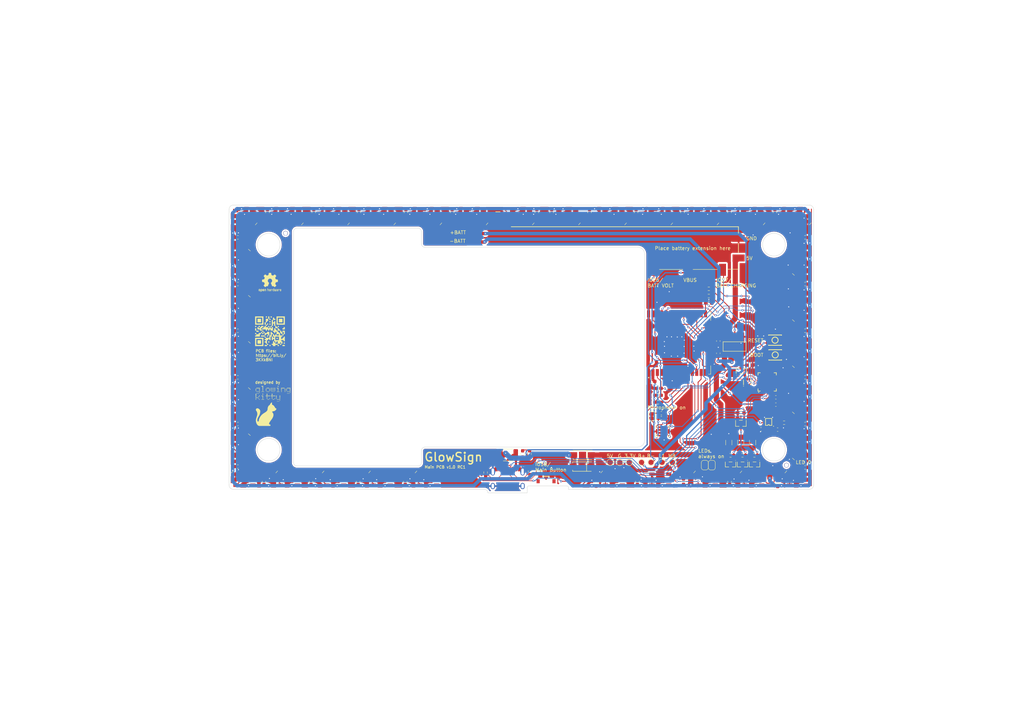
<source format=kicad_pcb>
(kicad_pcb (version 20211014) (generator pcbnew)
  (layers (0 "F.Cu" signal) (31 "B.Cu" signal) (34 "B.Paste" user) (35 "F.Paste" user) (36 "B.SilkS" user "B.Silkscreen") (37 "F.SilkS" user "F.Silkscreen") (38 "B.Mask" user) (39 "F.Mask" user) (44 "Edge.Cuts" user))
  (net 0 "")
  (net 1 "GND")
  (net 2 "+3V3")
  (net 3 "+5V")
  (net 4 "EN")
  (net 5 "IO0")
  (net 6 "Net-(R1-Pad1)")
  (net 7 "LED1 DATA OUT")
  (net 8 "USB-C CC1")
  (net 9 "USB-C CC2")
  (net 10 "Net-(R4-Pad1)")
  (net 11 "Net-(R5-Pad1)")
  (net 12 "IO16{slash}LED1")
  (net 13 "+BATT")
  (net 14 "-BATT")
  (net 15 "IO32{slash}SD")
  (net 16 "IO14{slash}SCK")
  (net 17 "Net-(F1-Pad1)")
  (net 24 "IO15{slash}WS")
  (net 27 "RXD0")
  (net 28 "TXD0")
  (net 31 "USB-C DATA+")
  (net 32 "USB-C DATA-")
  (net 33 "RTS")
  (net 34 "DTR")
  (net 47 "IO23{slash}LEDPOWER")
  (net 48 "Net-(D10-Pad2)")
  (net 49 "Net-(D11-Pad2)")
  (net 50 "Net-(D12-Pad2)")
  (net 51 "Net-(D13-Pad2)")
  (net 52 "Net-(D14-Pad2)")
  (net 53 "Net-(D15-Pad2)")
  (net 54 "Net-(D16-Pad2)")
  (net 55 "Net-(D18-Pad2)")
  (net 56 "Net-(D19-Pad2)")
  (net 57 "Net-(D20-Pad2)")
  (net 58 "Net-(D21-Pad2)")
  (net 59 "Net-(D22-Pad2)")
  (net 60 "Net-(D23-Pad2)")
  (net 61 "Net-(D24-Pad2)")
  (net 62 "Net-(D25-Pad2)")
  (net 79 "Net-(D17-Pad2)")
  (net 80 "IO18{slash}MAINBUTTON")
  (net 81 "VBUS")
  (net 82 "LED 5V")
  (net 83 "Net-(D3-Pad2)")
  (net 84 "Net-(D5-Pad2)")
  (net 85 "Net-(D6-Pad2)")
  (net 86 "Net-(D7-Pad2)")
  (net 87 "IO25{slash}VBUS")
  (net 88 "IO27{slash}BATT CHARGING")
  (net 89 "IO26{slash}BATT VOLT")
  (net 93 "IO19")
  (net 94 "Net-(D4-Pad2)")
  (net 95 "Net-(D8-Pad2)")
  (net 96 "Net-(D10-Pad4)")
  (net 97 "Net-(R18-Pad1)")
  (net 99 "Net-(C10-Pad2)")
  (net 100 "Net-(D26-Pad2)")
  (net 101 "Net-(D27-Pad2)")
  (net 102 "Net-(D28-Pad2)")
  (net 103 "Net-(D29-Pad2)")
  (net 104 "Net-(D30-Pad2)")
  (net 105 "Net-(D31-Pad2)")
  (net 106 "Net-(D32-Pad2)")
  (net 107 "Net-(D33-Pad2)")
  (net 108 "Net-(D34-Pad2)")
  (footprint "Capacitor_SMD:C_0603_1608Metric_Pad1.08x0.95mm_HandSolder" (layer "F.Cu") (at 155.6512 61.468 -90)
    (fp_text reference "C30" hide)
    (fp_text value "0.1uf")
  )
  (footprint "Capacitor_SMD:C_0603_1608Metric_Pad1.08x0.95mm_HandSolder" (layer "F.Cu") (at 224.6884 61.468 -90)
    (fp_text reference "C24" hide)
    (fp_text value "0.1uf")
  )
  (footprint "Capacitor_SMD:C_1206_3216Metric_Pad1.33x1.80mm_HandSolder" (layer "F.Cu") (at 211.328 128.27 90)
    (fp_text reference "C56" hide)
    (fp_text value "220uF")
  )
  (footprint "footprint:WIFI-SMD_ESP32-WROOM-32E" (layer "F.Cu") (at 194.2592 100.1776 90)
    (fp_text reference "U4" hide)
    (fp_text value "ESP32-WROOM-32E")
  )
  (footprint "LED_SMD:LED_WS2812B_PLCC4_5.0x5.0mm_P3.2mm" (layer "F.Cu") (at 110.93275 62.5611)
    (fp_text reference "D17" hide)
    (fp_text value "WS2812B")
  )
  (footprint "LED_SMD:LED_WS2812B_PLCC4_5.0x5.0mm_P3.2mm" (layer "F.Cu") (at 191.26945 62.5611)
    (fp_text reference "D11" hide)
    (fp_text value "WS2812B")
  )
  (footprint "Capacitor_SMD:C_0603_1608Metric_Pad1.08x0.95mm_HandSolder" (layer "F.Cu") (at 225.48522 124.496537)
    (fp_text reference "C54" hide)
    (fp_text value "0.1uF")
  )
  (footprint "Capacitor_SMD:C_0603_1608Metric_Pad1.08x0.95mm_HandSolder" (layer "F.Cu") (at 211.5312 61.468 -90)
    (fp_text reference "C25" hide)
    (fp_text value "0.1uf")
  )
  (footprint "LED_SMD:LED_WS2812B_PLCC4_5.0x5.0mm_P3.2mm" (layer "F.Cu") (at 151.1011 62.5611)
    (fp_text reference "D14" hide)
    (fp_text value "WS2812B")
  )
  (footprint "Resistor_SMD:R_0603_1608Metric_Pad0.98x0.95mm_HandSolder" (layer "F.Cu") (at 214.8332 119.6848)
    (fp_text reference "R19" hide)
    (fp_text value "10K")
  )
  (footprint "LED_SMD:LED_WS2812B_PLCC4_5.0x5.0mm_P3.2mm" (layer "F.Cu") (at 231.4378 62.5611)
    (fp_text reference "D8" hide)
    (fp_text value "WS2812B")
  )
  (footprint "footprint:Solder pad" (layer "F.Cu") (at 199.644 78.0796)
    (fp_text reference "P4" hide)
    (fp_text value "Solder_Pad")
  )
  (footprint "Fuse:Fuse_1812_4532Metric_Pad1.30x3.40mm_HandSolder" (layer "F.Cu") (at 147.32 131.8768 180)
    (fp_text reference "F1" hide)
    (fp_text value "BSMD1812-300-16V")
  )
  (footprint "Capacitor_SMD:C_0603_1608Metric_Pad1.08x0.95mm_HandSolder" (layer "F.Cu") (at 217.3732 105.8164)
    (fp_text reference "C57" hide)
    (fp_text value "0.1uF")
  )
  (footprint "LED_SMD:LED_WS2812B_PLCC4_5.0x5.0mm_P3.2mm" (layer "F.Cu") (at 232.3108 129.5061 -90)
    (fp_text reference "D3" hide)
    (fp_text value "WS2812B")
  )
  (footprint "LED_SMD:LED_WS2812B_PLCC4_5.0x5.0mm_P3.2mm" (layer "F.Cu") (at 97.2312 139.0396 180)
    (fp_text reference "D28" hide)
    (fp_text value "WS2812B")
  )
  (footprint "LOGO" (layer "F.Cu") (at 79.0702 116.6368)
    (fp_text reference "logo" hide)
    (fp_text value "LOGO" hide)
  )
  (footprint "footprint:Solder pad" (layer "F.Cu") (at 137.6172 69.85 90)
    (fp_text reference "P2" hide)
    (fp_text value "Solder_Pad")
  )
  (footprint "footprint:SW-SMD_TS24CA" (layer "F.Cu") (at 158.3436 139.7508 180)
    (fp_text reference "SW3" hide)
    (fp_text value "TS24CA")
  )
  (footprint "LED_SMD:LED_WS2812B_PLCC4_5.0x5.0mm_P3.2mm" (layer "F.Cu") (at 97.5433 62.5611)
    (fp_text reference "D18" hide)
    (fp_text value "WS2812B")
  )
  (footprint "Resistor_SMD:R_0603_1608Metric_Pad0.98x0.95mm_HandSolder" (layer "F.Cu") (at 140.8176 136.9568 -90)
    (fp_text reference "R2" hide)
    (fp_text value "5.1K")
  )
  (footprint "Resistor_SMD:R_0603_1608Metric_Pad0.98x0.95mm_HandSolder" (layer "F.Cu") (at 215.2904 131.9784 180)
    (fp_text reference "R20" hide)
    (fp_text value "10K")
  )
  (footprint "Capacitor_SMD:C_0603_1608Metric_Pad1.08x0.95mm_HandSolder" (layer "F.Cu") (at 68.9853 135.2296)
    (fp_text reference "C41" hide)
    (fp_text value "0.1uf")
  )
  (footprint "footprint:Solder pad" (layer "F.Cu") (at 214.122 74.6252 90)
    (fp_text reference "P6" hide)
    (fp_text value "Solder_Pad")
  )
  (footprint "Capacitor_SMD:C_0603_1608Metric_Pad1.08x0.95mm_HandSolder" (layer "F.Cu") (at 208.28 102.362 -90)
    (fp_text reference "C7" hide)
    (fp_text value "10uF")
  )
  (footprint "LED_SMD:LED_WS2812B_PLCC4_5.0x5.0mm_P3.2mm" (layer "F.Cu") (at 70.7644 62.5611)
    (fp_text reference "D20" hide)
    (fp_text value "WS2812B")
  )
  (footprint "Resistor_SMD:R_0603_1608Metric_Pad0.98x0.95mm_HandSolder" (layer "F.Cu") (at 218.7448 131.9784 180)
    (fp_text reference "R18" hide)
    (fp_text value "10K")
  )
  (footprint "Capacitor_SMD:C_0603_1608Metric_Pad1.08x0.95mm_HandSolder" (layer "F.Cu") (at 68.9853 82.2706)
    (fp_text reference "C37" hide)
    (fp_text value "0.1uf")
  )
  (footprint "LED_SMD:LED_WS2812B_PLCC4_5.0x5.0mm_P3.2mm" (layer "F.Cu") (at 177.88 62.5611)
    (fp_text reference "D12" hide)
    (fp_text value "WS2812B")
  )
  (footprint "footprint:SOT-23-3_L2.9-W1.6-P1.90-LS2.8-BR" (layer "F.Cu") (at 214.8332 122.682 90)
    (fp_text reference "U12" hide)
    (fp_text value "AO3400A")
  )
  (footprint "footprint:QFN-28_L5.0-W5.0-P0.50-BL-EP" (layer "F.Cu") (at 222.452997 110.67053)
    (fp_text reference "U7" hide)
    (fp_text value "CP2102-GMR")
  )
  (footprint "LED_SMD:LED_WS2812B_PLCC4_5.0x5.0mm_P3.2mm" (layer "F.Cu") (at 204.6589 62.5611)
    (fp_text reference "D10" hide)
    (fp_text value "WS2812B")
  )
  (footprint "LED_SMD:LED_WS2812B_PLCC4_5.0x5.0mm_P3.2mm" (layer "F.Cu") (at 232.3108 102.7281 -90)
    (fp_text reference "D5" hide)
    (fp_text value "WS2812B")
  )
  (footprint "TestPoint:TestPoint_Pad_D1.5mm" (layer "F.Cu") (at 191.9732 134.0104)
    (fp_text reference "TP1" hide)
    (fp_text value "TestPoint")
  )
  (footprint "Capacitor_SMD:C_0603_1608Metric_Pad1.08x0.95mm_HandSolder" (layer "F.Cu") (at 131.1148 61.468 -90)
    (fp_text reference "C31" hide)
    (fp_text value "0.1uf")
  )
  (footprint "Capacitor_SMD:C_0603_1608Metric_Pad1.08x0.95mm_HandSolder" (layer "F.Cu") (at 68.9853 109.347)
    (fp_text reference "C39" hide)
    (fp_text value "0.1uf")
  )
  (footprint "TestPoint:TestPoint_Pad_D1.5mm" (layer "F.Cu") (at 186.0296 134.0104)
    (fp_text reference "TP4" hide)
    (fp_text value "TestPoint")
  )
  (footprint "footprint:VSSOP-8_L2.4-W2.1-P0.50-LS3.2-BR" (layer "F.Cu") (at 222.884489 122.279639)
    (fp_text reference "U3" hide)
    (fp_text value "SN74LVC2T45DCUR")
  )
  (footprint "LED_SMD:LED_WS2812B_PLCC4_5.0x5.0mm_P3.2mm" (layer "F.Cu") (at 70.0644 116.1171 90)
    (fp_text reference "D24" hide)
    (fp_text value "WS2812B")
  )
  (footprint "Capacitor_SMD:C_0603_1608Metric_Pad1.08x0.95mm_HandSolder" (layer "F.Cu") (at 68.9853 68.7324)
    (fp_text reference "C36" hide)
    (fp_text value "0.1uf")
  )
  (footprint "Capacitor_SMD:C_0603_1608Metric_Pad1.08x0.95mm_HandSolder" (layer "F.Cu") (at 197.9168 61.468 -90)
    (fp_text reference "C26" hide)
    (fp_text value "0.1uf")
  )
  (footprint "LED_SMD:LED_WS2812B_PLCC4_5.0x5.0mm_P3.2mm" (layer "F.Cu") (at 191.4652 139.0396 180)
    (fp_text reference "D32" hide)
    (fp_text value "WS2812B")
  )
  (footprint "LED_SMD:LED_WS2812B_PLCC4_5.0x5.0mm_P3.2mm" (layer "F.Cu") (at 70.866 139.0396 180)
    (fp_text reference "D26" hide)
    (fp_text value "WS2812B")
  )
  (footprint "Jumper:SolderJumper-2_P1.3mm_Open_RoundedPad1.0x1.5mm" (layer "F.Cu") (at 206.4004 134.8232 -90)
    (fp_text reference "JP2" hide)
    (fp_text value "SolderJumper_2_Open")
  )
  (footprint "Capacitor_SMD:C_0603_1608Metric_Pad1.08x0.95mm_HandSolder" (layer "F.Cu") (at 172.8724 140.0048 90)
    (fp_text reference "C46" hide)
    (fp_text value "0.1uf")
  )
  (footprint "footprint:SOT-23-3_L2.9-W1.3-P1.90-LS2.4-BR" (layer "F.Cu") (at 211.836 134.62 90)
    (fp_text reference "U16" hide)
    (fp_text value "AP40P05")
  )
  (footprint "footprint:SOT-223-4_L6.5-W3.5-P2.30-LS7.0-BR" (layer "F.Cu") (at 213.0044 100.39975 90)
    (fp_text reference "U18" hide)
    (fp_text value "BL1117-33CX")
  )
  (footprint "Resistor_SMD:R_0603_1608Metric_Pad0.98x0.95mm_HandSolder" (layer "F.Cu") (at 151.545405 131.572 90)
    (fp_text reference "R11" hide)
    (fp_text value "100K")
  )
  (footprint "Capacitor_SMD:C_0603_1608Metric_Pad1.08x0.95mm_HandSolder" (layer "F.Cu") (at 103.86115 139.5984 90)
    (fp_text reference "C44" hide)
    (fp_text value "0.1uf")
  )
  (footprint "LED_SMD:LED_WS2812B_PLCC4_5.0x5.0mm_P3.2mm" (layer "F.Cu") (at 70.0644 102.7281 90)
    (fp_text reference "D23" hide)
    (fp_text value "WS2812B")
  )
  (footprint "Capacitor_SMD:C_1206_3216Metric_Pad1.33x1.80mm_HandSolder" (layer "F.Cu") (at 218.2368 128.27 90)
    (fp_text reference "C3" hide)
    (fp_text value "220uF")
  )
  (footprint "LED_SMD:LED_WS2812B_PLCC4_5.0x5.0mm_P3.2mm" (layer "F.Cu") (at 137.71165 62.5611)
    (fp_text reference "D15" hide)
    (fp_text value "WS2812B")
  )
  (footprint "Capacitor_SMD:C_0603_1608Metric_Pad1.08x0.95mm_HandSolder" (layer "F.Cu") (at 68.9853 95.8088)
    (fp_text reference "C38" hide)
    (fp_text value "0.1uf")
  )
  (footprint "Capacitor_SMD:C_0603_1608Metric_Pad1.08x0.95mm_HandSolder" (layer "F.Cu") (at 68.9853 122.8852)
    (fp_text reference "C40" hide)
    (fp_text value "0.1uf")
  )
  (footprint "LED_SMD:LED_WS2812B_PLCC4_5.0x5.0mm_P3.2mm" (layer "F.Cu") (at 231.3975 139.0396 180)
    (fp_text reference "D35" hide)
    (fp_text value "WS2812B")
  )
  (footprint "footprint:SW-SMD_4P-L3.7-W3.0-P1.50-LS4.7" (layer "F.Cu") (at 224.7392 98.552)
    (fp_text reference "SW1" hide)
    (fp_text value "TS-1185EC-C-D-B")
  )
  (footprint "LED_SMD:LED_WS2812B_PLCC4_5.0x5.0mm_P3.2mm" (layer "F.Cu") (at 178.0032 139.0396 180)
    (fp_text reference "D31" hide)
    (fp_text value "WS2812B")
  )
  (footprint "LED_SMD:LED_WS2812B_PLCC4_5.0x5.0mm_P3.2mm" (layer "F.Cu") (at 232.3108 116.1171 -90)
    (fp_text reference "D4" hide)
    (fp_text value "WS2812B")
  )
  (footprint "Capacitor_SMD:C_0603_1608Metric_Pad1.08x0.95mm_HandSolder" (layer "F.Cu") (at 233.426 122.8852 180)
    (fp_text reference "C19" hide)
    (fp_text value "0.1uf")
  )
  (footprint "Capacitor_SMD:C_0603_1608Metric_Pad1.08x0.95mm_HandSolder" (layer "F.Cu") (at 117.7036 61.468 -90)
    (fp_text reference "C32" hide)
    (fp_text value "0.1uf")
  )
  (footprint "LED_SMD:LED_WS2812B_PLCC4_5.0x5.0mm_P3.2mm" (layer "F.Cu") (at 84.15385 62.5611)
    (fp_text reference "D19" hide)
    (fp_text value "WS2812B")
  )
  (footprint "Capacitor_SMD:C_0603_1608Metric_Pad1.08x0.95mm_HandSolder" (layer "F.Cu") (at 90.9828 61.468 -90)
    (fp_text reference "C34" hide)
    (fp_text value "0.1uf")
  )
  (footprint "footprint:SMA_L4.4-W2.8-LS5.4-RD" (layer "F.Cu") (at 168.91 131.8768 180)
    (fp_text reference "U17" hide)
    (fp_text value "SS54")
  )
  (footprint "Capacitor_SMD:C_0603_1608Metric_Pad1.08x0.95mm_HandSolder" (layer "F.Cu") (at 184.8231 139.5984 90)
    (fp_text reference "C47" hide)
    (fp_text value "0.1uf")
  )
  (footprint "LED_SMD:LED_WS2812B_PLCC4_5.0x5.0mm_P3.2mm" (layer "F.Cu") (at 124.3222 62.5611)
    (fp_text reference "D16" hide)
    (fp_text value "WS2812B")
  )
  (footprint "Capacitor_SMD:C_0603_1608Metric_Pad1.08x0.95mm_HandSolder" (layer "F.Cu") (at 191.77 119.7356 180)
    (fp_text reference "C53" hide)
    (fp_text value "10uF")
  )
  (footprint "LED_SMD:LED_WS2812B_PLCC4_5.0x5.0mm_P3.2mm" (layer "F.Cu") (at 110.6932 139.0396 180)
    (fp_text reference "D29" hide)
    (fp_text value "WS2812B")
  )
  (footprint "footprint:SC-70-6_L2.2-W1.3-P0.65-LS2.1-BR" (layer "F.Cu") (at 216.692997 110.799671 -90)
    (fp_text reference "U8" hide)
    (fp_text value "UMH3N")
  )
  (footprint "footprint:USB-3.1-SMD_U262-161N-4BVC11" (layer "F.Cu") (at 147.1184 139.58492)
    (fp_text reference "USB1" hide)
    (fp_text value "U262-161N-4BVC11")
  )
  (footprint "footprint:SOT-23-3_L2.9-W1.3-P1.90-LS2.4-BR" (layer "F.Cu") (at 214.9856 107.4928 -90)
    (fp_text reference "U19" hide)
    (fp_text value "TPS3839G33DBZR")
  )
  (footprint "LED_SMD:LED_WS2812B_PLCC4_5.0x5.0mm_P3.2mm" (layer "F.Cu") (at 218.3892 139.0396 180)
    (fp_text reference "D34" hide)
    (fp_text value "WS2812B")
  )
  (footprint "TestPoint:TestPoint_Pad_D1.5mm" (layer "F.Cu") (at 179.7304 134.0104)
    (fp_text reference "TP7" hide)
    (fp_text value "TestPoint")
  )
  (footprint "TestPoint:TestPoint_Pad_D1.5mm" (layer "F.Cu") (at 176.9364 134.0104)
    (fp_text reference "TP8" hide)
    (fp_text value "TestPoint")
  )
  (footprint "LED_SMD:LED_WS2812B_PLCC4_5.0x5.0mm_P3.2mm" (layer "F.Cu") (at 218.04835 62.5611)
    (fp_text reference "D9" hide)
    (fp_text value "WS2812B")
  )
  (footprint "TestPoint:TestPoint_Pad_D1.5mm" (layer "F.Cu") (at 194.9704 134.0104)
    (fp_text reference "TP2" hide)
    (fp_text value "TestPoint")
  )
  (footprint "LED_SMD:LED_WS2812B_PLCC4_5.0x5.0mm_P3.2mm" (layer "F.Cu") (at 232.3108 75.9501 -90)
    (fp_text reference "D7" hide)
    (fp_text value "WS2812B")
  )
  (footprint "Capacitor_SMD:C_0603_1608Metric_Pad1.08x0.95mm_HandSolder" (layer "F.Cu") (at 76.5556 139.5984 90)
    (fp_text reference "C42" hide)
    (fp_text value "0.1uf")
  )
  (footprint "Resistor_SMD:R_0603_1608Metric_Pad0.98x0.95mm_HandSolder" (layer "F.Cu") (at 227.36482 122.515337)
    (fp_text reference "R1" hide)
    (fp_text value "62")
  )
  (footprint "Capacitor_SMD:C_0603_1608Metric_Pad1.08x0.95mm_HandSolder" (layer "F.Cu") (at 233.426 82.2706 180)
    (fp_text reference "C22" hide)
    (fp_text value "0.1uf")
  )
  (footprint "Resistor_SMD:R_0603_1608Metric_Pad0.98x0.95mm_HandSolder" (layer "F.Cu") (at 153.67 136.652 -90)
    (fp_text reference "R3" hide)
    (fp_text value "5.1K")
  )
  (footprint "Capacitor_SMD:C_0603_1608Metric_Pad1.08x0.95mm_HandSolder" (layer "F.Cu") (at 233.426 109.347 180)
    (fp_text reference "C20" hide)
    (fp_text value "0.1uf")
  )
  (footprint "Capacitor_SMD:C_0603_1608Metric_Pad1.08x0.95mm_HandSolder" (layer "F.Cu") (at 159.9692 61.468 -90)
    (fp_text reference "C29" hide)
    (fp_text value "0.1uf")
  )
  (footprint "LED_SMD:LED_WS2812B_PLCC4_5.0x5.0mm_P3.2mm" (layer "F.Cu") (at 70.0644 129.5061 90)
    (fp_text reference "D25" hide)
    (fp_text value "WS2812B")
  )
  (footprint "LED_SMD:LED_WS2812B_PLCC4_5.0x5.0mm_P3.2mm" (layer "F.Cu") (at 70.0644 89.3391 90)
    (fp_text reference "D22" hide)
    (fp_text value "WS2812B")
  )
  (footprint "footprint:SOT-23-3_L2.9-W1.3-P1.90-LS2.4-BR" (layer "F.Cu") (at 215.3158 134.62 90)
    (fp_text reference "U14" hide)
    (fp_text value "AP40P05")
  )
  (footprint "LED_SMD:LED_WS2812B_PLCC4_5.0x5.0mm_P3.2mm" (layer "F.Cu") (at 204.9272 139.0396 180)
    (fp_text reference "D33" hide)
    (fp_text value "WS2812B")
  )
  (footprint "footprint:SMA_L4.4-W2.8-LS5.4-RD" (layer "F.Cu") (at 168.7576 135.2296 180)
    (fp_text reference "U2" hide)
    (fp_text value "SS54")
  )
  (footprint "LED_SMD:LED_WS2812B_PLCC4_5.0x5.0mm_P3.2mm" (layer "F.Cu") (at 232.3108 89.3391 -90)
    (fp_text reference "D6" hide)
    (fp_text value "WS2812B")
  )
  (footprint "Capacitor_SMD:C_0603_1608Metric_Pad1.08x0.95mm_HandSolder" (layer "F.Cu") (at 170.942 61.468 -90)
    (fp_text reference "C28" hide)
    (fp_text value "0.1uf")
  )
  (footprint "LOGO" (layer "F.Cu") (at 78.2828 95.9612)
    (fp_text reference "qrcode" hide)
    (fp_text value "LOGO" hide)
  )
  (footprint "Symbol:OSHW-Logo2_7.3x6mm_SilkScreen" (layer "F.Cu") (at 78.2828 81.788)
    (fp_text reference "OSHW logo" hide)
    (fp_text value "OSHW-Logo2_7.3x6mm_SilkScreen" hide)
  )
  (footprint "footprint:Solder pad" (layer "F.Cu") (at 214.122 68.9022 90)
    (fp_text reference "P7" hide)
    (fp_text value "Solder_Pad")
  )
  (footprint "Resistor_SMD:R_0603_1608Metric_Pad0.98x0.95mm_HandSolder" (layer "F.Cu") (at 190.81705 114.554 180)
    (fp_text reference "R6" hide)
    (fp_text value "10K")
  )
  (footprint "Capacitor_SMD:C_0603_1608Metric_Pad1.08x0.95mm_HandSolder" (layer "F.Cu") (at 184.4548 61.468 -90)
    (fp_text reference "C27" hide)
    (fp_text value "0.1uf")
  )
  (footprint "Capacitor_SMD:C_0603_1608Metric_Pad1.08x0.95mm_HandSolder" (layer "F.Cu") (at 117.513925 139.5984 90)
    (fp_text reference "C45" hide)
    (fp_text value "0.1uf")
  )
  (footprint "Capacitor_SMD:C_0603_1608Metric_Pad1.08x0.95mm_HandSolder" (layer "F.Cu") (at 224.972997 117.25053 180)
    (fp_text reference "C4" hide)
    (fp_text value "4.7uF 6.3V 10%")
  )
  (footprint "TestPoint:TestPoint_Pad_D1.5mm" (layer "F.Cu") (at 182.4736 134.0104)
    (fp_text reference "TP6" hide)
    (fp_text value "TestPoint")
  )
  (footprint "Jumper:SolderJumper-2_P1.3mm_Bridged_RoundedPad1.0x1.5mm" (layer "F.Cu") (at 189.0268 120.5992 90)
    (fp_text reference "JP3" hide)
    (fp_text value "SolderJumper_2_Bridged")
  )
  (footprint "Resistor_SMD:R_0603_1608Metric_Pad0.98x0.95mm_HandSolder" (layer "F.Cu") (at 153.5684 131.572 -90)
    (fp_text reference "R10" hide)
    (fp_text value "100K")
  )
  (footprint "Resistor_SMD:R_0603_1608Metric_Pad0.98x0.95mm_HandSolder" (layer "F.Cu") (at 211.836 131.9784 180)
    (fp_text reference "R21" hide)
    (fp_text value "10K")
  )
  (footprint "Capacitor_SMD:C_0603_1608Metric_Pad1.08x0.95mm_HandSolder" (layer "F.Cu") (at 225.5012 140.1064 90)
    (fp_text reference "C50" hide)
    (fp_text value "0.1uf")
  )
  (footprint "Capacitor_SMD:C_0603_1608Metric_Pad1.08x0.95mm_HandSolder" (layer "F.Cu") (at 220.66112 124.445737 180)
    (fp_text reference "C2" hide)
    (fp_text value "0.1uF")
  )
  (footprint "footprint:Solder pad" (layer "F.Cu") (at 189.738 78.0796)
    (fp_text reference "P3" hide)
    (fp_text value "Solder_Pad")
  )
  (footprint "Capacitor_SMD:C_0603_1608Metric_Pad1.08x0.95mm_HandSolder" (layer "F.Cu") (at 104.0892 61.468 -90)
    (fp_text reference "C33" hide)
    (fp_text value "0.1uf")
  )
  (footprint "footprint:MIC-SMD_8P-L3.0-W4.0-P0.85-BL" (layer "F.Cu") (at 192.1256 125.0188 180)
    (fp_text reference "U20" hide)
    (fp_text value "MSM261D4030H1CPM")
  )
  (footprint "footprint:SOT-23-3_L2.9-W1.3-P1.90-LS2.4-BR" (layer "F.Cu") (at 218.7956 134.62 90)
    (fp_text reference "U13" hide)
    (fp_text value "AP40P05")
  )
  (footprint "Capacitor_SMD:C_0603_1608Metric_Pad1.08x0.95mm_HandSolder" (layer "F.Cu") (at 190.81705 112.534 180)
    (fp_text reference "C8" hide)
    (fp_text value "1uF")
  )
  (footprint "footprint:Solder pad" (layer "F.Cu") (at 137.6172 67.1068 90)
    (fp_text reference "P1" hide)
    (fp_text value "Solder_Pad")
  )
  (footprint "Capacitor_SMD:C_0603_1608Metric_Pad1.08x0.95mm_HandSolder" (layer "F.Cu") (at 77.5716 61.468 -90)
    (fp_text reference "C35" hide)
    (fp_text value "0.1uf")
  )
  (footprint "LED_SMD:LED_WS2812B_PLCC4_5.0x5.0mm_P3.2mm" (layer "F.Cu") (at 83.7692 139.0396 180)
    (fp_text reference "D27" hide)
    (fp_text value "WS2812B")
  )
  (footprint "Jumper:SolderJumper-2_P1.3mm_Open_RoundedPad1.0x1.5mm" (layer "F.Cu") (at 204.3684 134.8128 -90)
    (fp_text reference "JP1" hide)
    (fp_text value "SolderJumper_2_Open")
  )
  (footprint "LED_SMD:LED_WS2812B_PLCC4_5.0x5.0mm_P3.2mm" (layer "F.Cu") (at 164.49055 62.5611)
    (fp_text reference "D13" hide)
    (fp_text value "WS2812B")
  )
  (footprint "LED_SMD:LED_WS2812B_PLCC4_5.0x5.0mm_P3.2mm" (layer "F.Cu") (at 70.0644 75.9501 90)
    (fp_text reference "D21" hide)
    (fp_text value "WS2812B")
  )
  (footprint "Capacitor_SMD:C_0603_1608Metric_Pad1.08x0.95mm_HandSolder" (layer "F.Cu") (at 224.972997 115.15053)
    (fp_text reference "C6" hide)
    (fp_text value "0.1uF")
  )
  (footprint "Capacitor_SMD:C_0603_1608Metric_Pad1.08x0.95mm_HandSolder" (layer "F.Cu") (at 188.97105 110.5104)
    (fp_text reference "C1" hide)
    (fp_text value "10uF")
  )
  (footprint "LED_SMD:LED_WS2812B_PLCC4_5.0x5.0mm_P3.2mm" (layer "F.Cu") (at 124.1552 139.0396 180)
    (fp_text reference "D30" hide)
    (fp_text value "WS2812B")
  )
  (footprint "Capacitor_SMD:C_0603_1608Metric_Pad1.08x0.95mm_HandSolder" (layer "F.Cu") (at 198.1962 139.5984 90)
    (fp_text reference "C48" hide)
    (fp_text value "0.1uf")
  )
  (footprint "TestPoint:TestPoint_Pad_D1.5mm" (layer "F.Cu") (at 188.7668 134.0104)
    (fp_text reference "TP5" hide)
    (fp_text value "TestPoint")
  )
  (footprint "footprint:Solder pad" (layer "F.Cu") (at 209.6008 78.0796)
    (fp_text reference "P5" hide)
    (fp_text value "Solder_Pad")
  )
  (footprint "Capacitor_SMD:C_0603_1608Metric_Pad1.08x0.95mm_HandSolder" (layer "F.Cu") (at 233.426 135.4836 180)
    (fp_text reference "C18" hide)
    (fp_text value "0.1uf")
  )
  (footprint "Resistor_SMD:R_0603_1608Metric_Pad0.98x0.95mm_HandSolder" (layer "F.Cu") (at 205.5368 85.7424)
    (fp_text reference "R7" hide)
    (fp_text value "10K")
  )
  (footprint "Capacitor_SMD:C_0603_1608Metric_Pad1.08x0.95mm_HandSolder" (layer "F.Cu") (at 191.77 121.2108 180)
    (fp_text reference "C10" hide)
    (fp_text value "0.1uF")
  )
  (footprint "Resistor_SMD:R_0603_1608Metric_Pad0.98x0.95mm_HandSolder" (layer "F.Cu") (at 205.5368 83.6524 180)
    (fp_text reference "R5" hide)
    (fp_text value "220")
  )
  (footprint "Capacitor_SMD:C_0603_1608Metric_Pad1.08x0.95mm_HandSolder" (layer "F.Cu") (at 205.5368 87.7824)
    (fp_text reference "C9" hide)
    (fp_text value "1uF")
  )
  (footprint "Resistor_SMD:R_0603_1608Metric_Pad0.98x0.95mm_HandSolder" (layer "F.Cu") (at 190.81705 116.574 180)
    (fp_text reference "R4" hide)
    (fp_text value "220")
  )
  (footprint "Capacitor_SMD:C_0603_1608Metric_Pad1.08x0.95mm_HandSolder" (layer "F.Cu") (at 208.28 98.806 90)
    (fp_text reference "C5" hide)
    (fp_text value "10uF")
  )
  (footprint "Capacitor_SMD:C_1206_3216Metric_Pad1.33x1.80mm_HandSolder" (layer "F.Cu") (at 214.7824 128.27 90)
    (fp_text reference "C55" hide)
    (fp_text value "220uF")
  )
  (footprint "Capacitor_SMD:C_0603_1608Metric_Pad1.08x0.95mm_HandSolder" (layer "F.Cu") (at 211.5693 139.5984 90)
    (fp_text reference "C49" hide)
    (fp_text value "0.1uf")
  )
  (footprint "footprint:SW-SMD_4P-L3.7-W3.0-P1.50-LS4.7" (layer "F.Cu") (at 224.79 102.8192 180)
    (fp_text reference "SW2" hide)
    (fp_text value "TS-1185EC-C-D-B")
  )
  (footprint "Capacitor_SMD:C_0603_1608Metric_Pad1.08x0.95mm_HandSolder" (layer "F.Cu") (at 90.208375 139.5984 90)
    (fp_text reference "C43" hide)
    (fp_text value "0.1uf")
  )
  (footprint "Capacitor_SMD:C_0603_1608Metric_Pad1.08x0.95mm_HandSolder" (layer "F.Cu") (at 233.426 68.7324 180)
    (fp_text reference "C23" hide)
    (fp_text value "0.1uf")
  )
  (footprint "Capacitor_SMD:C_0603_1608Metric_Pad1.08x0.95mm_HandSolder" (layer "F.Cu") (at 233.426 95.8088 180)
    (fp_text reference "C21" hide)
    (fp_text value "0.1uf")
  )
  (gr_line (start 214.122 65.6336) (end 148.2344 65.6336) (layer "F.SilkS") (width 0.2))
  (gr_line (start 214.122 65.6336) (end 214.122 67.5132) (layer "F.SilkS") (width 0.2))
  (gr_line (start 214.122 77.978) (end 210.9216 77.978) (layer "F.SilkS") (width 0.15))
  (gr_line (start 214.122 76.2) (end 214.122 77.978) (layer "F.SilkS") (width 0.15))
  (gr_line (start 197.9676 78.0288) (end 191.2112 78.0288) (layer "F.SilkS") (width 0.15))
  (gr_line (start 200.9648 78.0288) (end 207.9752 78.0288) (layer "F.SilkS") (width 0.15))
  (gr_line (start 214.122 70.4596) (end 214.122 73.1012) (layer "F.SilkS") (width 0.2))
  (gr_line (start 143.7386 61.3156) (end 145.0086 61.3156) (layer "F.SilkS") (width 0.2))
  (gr_circle locked (center 77.915666 130.344334) (end 81.215666 130.344334) (layer "Edge.Cuts") (width 0.1) (fill none))
  (gr_arc locked (start 235.915666 140.594334) (mid 235.54949 141.478011) (end 234.665666 141.843817) (layer "Edge.Cuts") (width 0.1))
  (gr_line locked (start 153.352858 140.844334) (end 164.352856 140.844327) (layer "Edge.Cuts") (width 0.1))
  (gr_line locked (start 235.915666 140.594334) (end 235.915956 60.594327) (layer "Edge.Cuts") (width 0.1))
  (gr_arc locked (start 121.215666 66.060497) (mid 121.922932 66.353266) (end 122.215786 67.060497) (layer "Edge.Cuts") (width 0.1))
  (gr_arc locked (start 86.115666 135.060497) (mid 85.408719 134.767479) (end 85.115786 134.060497) (layer "Edge.Cuts") (width 0.1))
  (gr_line locked (start 67.665666 141.844327) (end 140.478366 141.844327) (layer "Edge.Cuts") (width 0.1))
  (gr_line locked (start 152.852858 142.844334) (end 152.852856 141.344327) (layer "Edge.Cuts") (width 0.1))
  (gr_arc locked (start 123.215666 71.594327) (mid 122.508781 71.301302) (end 122.215956 70.594334) (layer "Edge.Cuts") (width 0.1))
  (gr_line locked (start 121.215666 135.059817) (end 86.115666 135.0605) (layer "Edge.Cuts") (width 0.1))
  (gr_line locked (start 66.415666 60.594334) (end 66.415956 140.594327) (layer "Edge.Cuts") (width 0.1))
  (gr_arc locked (start 122.215666 134.0605) (mid 121.922648 134.767282) (end 121.215666 135.059817) (layer "Edge.Cuts") (width 0.1))
  (gr_line locked (start 234.665666 59.344327) (end 67.665666 59.343817) (layer "Edge.Cuts") (width 0.1))
  (gr_arc locked (start 85.115666 67.0605) (mid 85.408435 66.353069) (end 86.115666 66.059817) (layer "Edge.Cuts") (width 0.1))
  (gr_line locked (start 164.852858 141.844334) (end 234.665666 141.843817) (layer "Edge.Cuts") (width 0.1))
  (gr_arc locked (start 164.352856 140.844327) (mid 164.706515 140.990707) (end 164.852956 141.344334) (layer "Edge.Cuts") (width 0.1))
  (gr_arc locked (start 67.665666 141.844327) (mid 66.782002 141.478076) (end 66.415956 140.594327) (layer "Edge.Cuts") (width 0.1))
  (gr_arc locked (start 122.215666 130.594327) (mid 122.508496 129.887008) (end 123.215665 129.593817) (layer "Edge.Cuts") (width 0.1))
  (gr_circle locked (center 77.915666 70.844334) (end 81.215666 70.844334) (layer "Edge.Cuts") (width 0.1) (fill none))
  (gr_circle locked (center 224.415666 130.344334) (end 227.715666 130.344334) (layer "Edge.Cuts") (width 0.1) (fill none))
  (gr_line locked (start 184.915666 129.593817) (end 123.215666 129.594334) (layer "Edge.Cuts") (width 0.1))
  (gr_arc locked (start 140.478366 141.844327) (mid 141.187008 142.137034) (end 141.482944 142.844334) (layer "Edge.Cuts") (width 0.1))
  (gr_arc locked (start 186.915666 127.594334) (mid 186.32982 129.008341) (end 184.915666 129.593817) (layer "Edge.Cuts") (width 0.1))
  (gr_line locked (start 85.115786 134.060497) (end 85.115666 67.0605) (layer "Edge.Cuts") (width 0.1))
  (gr_line locked (start 122.215786 67.060497) (end 122.215666 70.594334) (layer "Edge.Cuts") (width 0.1))
  (gr_circle locked (center 224.415666 70.844334) (end 227.715666 70.844334) (layer "Edge.Cuts") (width 0.1) (fill none))
  (gr_line locked (start 123.215666 71.594327) (end 184.915666 71.594334) (layer "Edge.Cuts") (width 0.1))
  (gr_line locked (start 186.915956 73.594327) (end 186.915666 127.594334) (layer "Edge.Cuts") (width 0.1))
  (gr_line locked (start 141.482944 142.844334) (end 152.852858 142.844334) (layer "Edge.Cuts") (width 0.1))
  (gr_line locked (start 86.115666 66.059817) (end 121.215666 66.0605) (layer "Edge.Cuts") (width 0.1))
  (gr_arc locked (start 152.852856 141.344327) (mid 152.999258 140.990639) (end 153.352858 140.844007) (layer "Edge.Cuts") (width 0.1))
  (gr_line locked (start 164.852858 141.344334) (end 164.852858 141.844334) (layer "Edge.Cuts") (width 0.1))
  (gr_arc locked (start 184.915666 71.594327) (mid 186.330105 72.179978) (end 186.915956 73.594327) (layer "Edge.Cuts") (width 0.1))
  (gr_arc locked (start 66.415666 60.594334) (mid 66.781717 59.710234) (end 67.665666 59.343817) (layer "Edge.Cuts") (width 0.1))
  (gr_line locked (start 122.215666 130.594327) (end 122.215666 134.0605) (layer "Edge.Cuts") (width 0.1))
  (gr_arc locked (start 234.665666 59.344327) (mid 235.549775 59.710308) (end 235.915956 60.594327) (layer "Edge.Cuts") (width 0.1))
  (gr_text "VBUS" (at 198.0692 81.1276) (layer "F.SilkS") (effects (font (size 1 1)) (justify left)))
  (gr_text "B-" (at 188.722 132.1308) (layer "F.SilkS") (effects (font (size 1 1))))
  (gr_text "Main PCB v1.0 RC1" (at 123.0376 135.382) (layer "F.SilkS") (effects (font (size 0.8 0.8)) (justify left)))
  (gr_text "PCB files:\nhttps://bit.ly/\n3KXk8NI" (at 74.0156 102.9716) (layer "F.SilkS") (effects (font (size 0.8 0.8)) (justify left)))
  (gr_text "BOOT" (at 219.433733 102.87) (layer "F.SilkS") (effects (font (size 1 1))))
  (gr_text "GlowSign" (at 122.8344 132.4864) (layer "F.SilkS") (effects (font (size 2.5 2.5) (thickness 0.4)) (justify left)))
  (gr_text "IO26/\nBATT VOLT" (at 187.6552 81.9326) (layer "F.SilkS") (effects (font (size 1 1)) (justify left)))
  (gr_text "Place battery extension here" (at 200.8632 71.882) (layer "F.SilkS") (effects (font (size 1 1))))
  (gr_text "Microphone on" (at 187.706 118.11) (layer "F.SilkS") (effects (font (size 1 1)) (justify left)))
  (gr_text "+BATT" (at 132.7912 67.31) (layer "F.SilkS") (effects (font (size 1 1))))
  (gr_text "IO18/\nMain Button" (at 155.0924 135.382) (layer "F.SilkS") (effects (font (size 1 1)) (justify left)))
  (gr_text "IO27/\nBATT CHARGING" (at 207.5688 81.9326) (layer "F.SilkS") (effects (font (size 1 1)) (justify left)))
  (gr_text "RESET" (at 219.1004 98.6536) (layer "F.SilkS") (effects (font (size 1 1))))
  (gr_text "LED 0" (at 232.9688 134.0104) (layer "F.SilkS") (effects (font (size 1 1))))
  (gr_text "5V" (at 216.3064 74.7776) (layer "F.SilkS") (effects (font (size 1 1)) (justify left)))
  (gr_text "L1" (at 191.9732 132.1308) (layer "F.SilkS") (effects (font (size 1 1))))
  (gr_text "3.3V" (at 182.6768 132.1308) (layer "F.SilkS") (effects (font (size 1 1))))
  (gr_text "G" (at 179.6796 132.1308) (layer "F.SilkS") (effects (font (size 1 1))))
  (gr_text "B+" (at 186.0804 132.1308) (layer "F.SilkS") (effects (font (size 1 1))))
  (gr_text "-BATT" (at 132.6896 69.7992) (layer "F.SilkS") (effects (font (size 1 1))))
  (gr_text "GND" (at 216.3064 69.0372) (layer "F.SilkS") (effects (font (size 1 1)) (justify left)))
  (gr_text "LEDs \nalways on" (at 202.3872 131.4704) (layer "F.SilkS") (effects (font (size 1 1)) (justify left)))
  (gr_text "5V" (at 176.8348 132.1308) (layer "F.SilkS") (effects (font (size 1 1))))
  (gr_text "designed by" (at 73.914 110.7948) (layer "F.SilkS") (effects (font (size 0.8 0.8)) (justify left)))
  (gr_text "MB" (at 194.818 132.1308) (layer "F.SilkS") (effects (font (size 1 1))))
  (via (at 82.804 67.5132) (size 1.3) (drill 1.152) (layers "F.Cu" "B.Cu") (net 0))
  (via (at 228.0412 134.8232) (size 1.3) (drill 1.152) (layers "F.Cu" "B.Cu") (net 0))
  (segment (start 91.5405 138.7359) (end 90.208375 138.7359) (width 0.25) (layer "F.Cu") (net 1))
  (segment (start 215.9392 137.9612) (end 217.17 139.192) (width 0.25) (layer "F.Cu") (net 1))
  (segment (start 226.683863 124.496537) (end 227.1776 124.0028) (width 0.25) (layer "F.Cu") (net 1))
  (segment (start 230.7108 105.1781) (end 232.5109 103.378) (width 0.25) (layer "F.Cu") (net 1))
  (segment (start 206.7375 105.1375) (end 205.5759 105.1375) (width 1) (layer "F.Cu") (net 1))
  (segment (start 121.7052 137.8596) (end 122.8852 139.0396) (width 0.25) (layer "F.Cu") (net 1))
  (segment (start 188.0659 85.4413) (end 190.627 82.8802) (width 0.7) (layer "F.Cu") (net 1))
  (segment (start 191.77 62.21165) (end 191.77 62.0268) (width 0.25) (layer "F.Cu") (net 1))
  (segment (start 231.2701 131.9561) (end 233.172 133.858) (width 0.25) (layer "F.Cu") (net 1))
  (segment (start 192.5828 127.254) (end 192.786 127.0508) (width 0.25) (layer "F.Cu") (net 1))
  (segment (start 214.1728 68.9784) (end 201.5824 68.9784) (width 2) (layer "F.Cu") (net 1))
  (segment (start 69.1388 136.144) (end 69.8478 135.435) (width 0.25) (layer "F.Cu") (net 1))
  (segment (start 117.7036 62.3305) (end 118.5175 62.3305) (width 0.25) (layer "F.Cu") (net 1))
  (segment (start 192.883932 123.803268) (end 192.125651 123.803268) (width 0.25) (layer "F.Cu") (net 1))
  (segment (start 230.7108 131.9561) (end 231.2701 131.9561) (width 0.25) (layer "F.Cu") (net 1))
  (segment (start 219.47795 97.56485) (end 215.304375 97.56485) (width 0.25) (layer "F.Cu") (net 1))
  (segment (start 92.2539 62.3305) (end 92.5576 62.0268) (width 0.25) (layer "F.Cu") (net 1))
  (segment (start 219.71 97.3328) (end 219.47795 97.56485) (width 0.25) (layer "F.Cu") (net 1))
  (segment (start 218.2357 105.8164) (end 220.482836 103.569264) (width 0.25) (layer "F.Cu") (net 1))
  (segment (start 221.613595 114.2492) (end 217.4748 114.2492) (width 0.25) (layer "F.Cu") (net 1))
  (segment (start 215.304375 98.995225) (end 214.884 99.4156) (width 1) (layer "F.Cu") (net 1))
  (segment (start 212.7515 138.7359) (end 211.5693 138.7359) (width 0.25) (layer "F.Cu") (net 1))
  (segment (start 197.2056 138.2268) (end 197.7147 138.7359) (width 0.25) (layer "F.Cu") (net 1))
  (segment (start 206.0448 62.0268) (end 205.1812 62.0268) (width 0.25) (layer "F.Cu") (net 1))
  (segment (start 131.8271 62.3305) (end 132.1308 62.0268) (width 0.25) (layer "F.Cu") (net 1))
  (segment (start 155.0405 62.3305) (end 154.7368 62.0268) (width 0.2) (layer "F.Cu") (net 1))
  (segment (start 113.38275 64.1611) (end 113.38275 64.15755) (width 0.25) (layer "F.Cu") (net 1))
  (segment (start 152.712172 136.697328) (end 151.538441 136.697328) (width 0.25) (layer "F.Cu") (net 1))
  (segment (start 220.473283 125.1204) (end 219.79862 124.445737) (width 0.25) (layer "F.Cu") (net 1))
  (segment (start 68.416 137.4396) (end 68.416 136.8668) (width 0.25) (layer "F.Cu") (net 1))
  (segment (start 214.035638 108.4928) (end 215.035638 107.4928) (width 0.25) (layer "F.Cu") (net 1))
  (segment (start 196.5097 98.5875) (end 198.3893 98.5875) (width 1) (layer "F.Cu") (net 1))
  (segment (start 180.1883 64.1611) (end 180.1883 62.8911) (width 0.2) (layer "F.Cu") (net 1))
  (segment (start 224.028 121.115073) (end 224.4344 121.521473) (width 0.25) (layer "F.Cu") (net 1))
  (segment (start 225.4515 62.3305) (end 225.7552 62.0268) (width 0.25) (layer "F.Cu") (net 1))
  (segment (start 220.49835 64.1611) (end 220.49835 63.47555) (width 0.25) (layer "F.Cu") (net 1))
  (segment (start 232.5635 135.89) (end 232.5635 135.0761) (width 0.25) (layer "F.Cu") (net 1))
  (segment (start 195.1736 127.254) (end 194.8688 127.5588) (width 0.25) (layer "F.Cu") (net 1))
  (segment (start 69.8409 128.8796) (end 69.1388 128.8796) (width 0.25) (layer "F.Cu") (net 1))
  (segment (start 118.872 138.7856) (end 118.8223 138.7359) (width 0.25) (layer "F.Cu") (net 1))
  (segment (start 227.341936 103.569264) (end 228.1428 102.7684) (width 0.25) (layer "F.Cu") (net 1))
  (segment (start 211.328 124.002161) (end 213.883238 121.446923) (width 1.5) (layer "F.Cu") (net 1))
  (segment (start 190.754 113.33345) (end 189.95455 112.534) (width 0.25) (layer "F.Cu") (net 1))
  (segment (start 193.8528 76.708) (end 193.8528 80.3148) (width 2) (layer "F.Cu") (net 1))
  (segment (start 206.4482 87.6778) (end 206.4482 88.0842) (width 0.25) (layer "F.Cu") (net 1))
  (segment (start 142.905872 136.697328) (end 143.7132 135.89) (width 1) (layer "F.Cu") (net 1))
  (segment (start 227.470464 103.569264) (end 228.0412 104.14) (width 0.25) (layer "F.Cu") (net 1))
  (segment (start 228.1428 102.7684) (end 228.1428 98.298) (width 0.25) (layer "F.Cu") (net 1))
  (segment (start 69.8478 122.8852) (end 69.8478 123.3446) (width 0.25) (layer "F.Cu") (net 1))
  (segment (start 151.538441 136.697328) (end 151.538441 136.654041) (width 1) (layer "F.Cu") (net 1))
  (segment (start 190.754 113.3348) (end 190.754 113.33345) (width 0.25) (layer "F.Cu") (net 1))
  (segment (start 189.3671 98.5875) (end 193.7309 98.5875) (width 1) (layer "F.Cu") (net 1))
  (segment (start 193.850568 125.028312) (end 194.370312 125.028312) (width 0.25) (layer "F.Cu") (net 1))
  (segment (start 213.9207 119.6848) (end 213.9207 120.4957) (width 0.25) (layer "F.Cu") (net 1))
  (segment (start 188.0659 90.9225) (end 188.0659 97.2863) (width 0.7) (layer "F.Cu") (net 1))
  (segment (start 179.324 62.0268) (end 178.054 62.0268) (width 0.2) (layer "F.Cu") (net 1))
  (segment (start 69.8478 81.6334) (end 69.1388 80.9244) (width 0.25) (layer "F.Cu") (net 1))
  (segment (start 201.2696 100.3808) (end 199.4408 98.552) (width 1) (layer "F.Cu") (net 1))
  (segment (start 69.8478 123.3446) (end 69.1388 124.0536) (width 0.25) (layer "F.Cu") (net 1))
  (segment (start 189.95455 112.534) (end 189.3436 112.534) (width 0.8) (layer "F.Cu") (net 1))
  (segment (start 192.0229 119.9388) (end 192.0229 120.7527) (width 0.25) (layer "F.Cu") (net 1))
  (segment (start 191.2874 82.8802) (end 190.627 82.8802) (width 2) (layer "F.Cu") (net 1))
  (segment (start 155.0416 65.6516) (end 153.5511 64.1611) (width 0.15) (layer "F.Cu") (net 1))
  (segment (start 142.898359 136.697328) (end 142.905872 136.697328) (width 1) (layer "F.Cu") (net 1))
  (segment (start 232.5635 68.7324) (end 232.5635 69.8511) (width 0.25) (layer "F.Cu") (net 1))
  (segment (start 159.9692 62.3305) (end 160.8847 62.3305) (width 0.2) (layer "F.Cu") (net 1))
  (segment (start 140.16165 64.1611) (end 138.2268 62.22625) (width 0.2) (layer "F.Cu") (net 1))
  (segment (start 121.7052 137.4396) (end 121.7052 137.8596) (width 0.25) (layer "F.Cu") (net 1))
  (segment (start 113.38275 64.15755) (end 111.252 62.0268) (width 0.25) (layer "F.Cu") (net 1))
  (segment (start 232.5635 82.2706) (end 232.5635 83.3639) (width 0.25) (layer "F.Cu") (net 1))
  (segment (start 105.2079 62.3305) (end 105.5116 62.0268) (width 0.25) (layer "F.Cu") (net 1))
  (segment (start 211.5312 62.3305) (end 212.9547 62.3305) (width 0.25) (layer "F.Cu") (net 1))
  (segment (start 192.125651 126.390451) (end 192.125651 126.253357) (width 0.25) (layer "F.Cu") (net 1))
  (segment (start 195.6816 124.3584) (end 195.6816 122.3772) (width 0.25) (layer "F.Cu") (net 1))
  (segment (start 69.8478 68.7324) (end 69.8478 68.1206) (width 0.25) (layer "F.Cu") (net 1))
  (segment (start 199.2387 62.3305) (end 199.5424 62.0268) (width 0.25) (layer "F.Cu") (net 1))
  (segment (start 71.6644 100.2781) (end 69.8345 102.108) (width 0.25) (layer "F.Cu") (net 1))
  (segment (start 232.5635 69.8511) (end 233.172 70.4596) (width 0.25) (layer "F.Cu") (net 1))
  (segment (start 215.9392 137.4396) (end 215.9392 137.9612) (width 0.25) (layer "F.Cu") (net 1))
  (segment (start 215.304375 97.56485) (end 215.304375 98.995225) (width 1) (layer "F.Cu") (net 1))
  (segment (start 153.5511 64.1611) (end 151.7396 62.3496) (width 0.15) (layer "F.Cu") (net 1))
  (segment (start 198.3893 98.5875) (end 198.4248 98.552) (width 1) (layer "F.Cu") (net 1))
  (segment (start 155.6512 62.3305) (end 155.0405 62.3305) (width 0.2) (layer "F.Cu") (net 1))
  (segment (start 71.2957 113.6671) (end 69.1388 115.824) (width 0.25) (layer "F.Cu") (net 1))
  (segment (start 221.334578 121.311422) (end 221.6912 120.9548) (width 0.25) (layer "F.Cu") (net 1))
  (segment (start 227.152067 118.5671) (end 230.7108 118.5671) (width 0.25) (layer "F.Cu") (net 1))
  (segment (start 189.0152 137.9612) (end 190.246 139.192) (width 0.25) (layer "F.Cu") (net 1))
  (segment (start 159.9184 135.4836) (end 160.018479 135.583679) (width 0.25) (layer "F.Cu") (net 1))
  (segment (start 174.5744 137.4396) (end 173.8884 136.7536) (width 0.25) (layer "F.Cu") (net 1))
  (segment (start 160.018479 135.583679) (end 160.018479 137.925857) (width 0.25) (layer "F.Cu") (net 1))
  (segment (start 151.545405 132.4845) (end 151.538441 132.491464) (width 0.25) (layer "F.Cu") (net 1))
  (segment (start 211.328 126.7075) (end 211.328 125.6792) (width 1.5) (layer "F.Cu") (net 1))
  (segment (start 69.1388 89.3064) (end 71.5561 86.8891) (width 0.25) (layer "F.Cu") (net 1))
  (segment (start 233.172 134.4676) (end 233.172 133.858) (width 0.25) (layer "F.Cu") (net 1))
  (segment (start 212.852 138.8364) (end 212.7515 138.7359) (width 0.25) (layer "F.Cu") (net 1))
  (segment (start 225.835497 117.25053) (end 225.835497 120.120376) (width 0.25) (layer "F.Cu") (net 1))
  (segment (start 108.2432 138.0628) (end 109.22 139.0396) (width 0.25) (layer "F.Cu") (net 1))
  (segment (start 228.9475 138.1171) (end 230.0732 139.2428) (width 0.25) (layer "F.Cu") (net 1))
  (segment (start 232.5635 96.8767) (end 233.172 97.4852) (width 0.25) (layer "F.Cu") (net 1))
  (segment (start 193.2432 123.444) (end 192.883932 123.803268) (width 0.25) (layer "F.Cu") (net 1))
  (segment (start 215.035638 107.4928) (end 216.5593 107.4928) (width 0.25) (layer "F.Cu") (net 1))
  (segment (start 233.8878 63.8602) (end 233.172 63.1444) (width 0.25) (layer "F.Cu") (net 1))
  (segment (start 69.8478 96.7254) (end 69.1388 97.4344) (width 0.25) (layer "F.Cu") (net 1))
  (segment (start 188.0659 97.2863) (end 188.214 97.4344) (width 0.7) (layer "F.Cu") (net 1))
  (segment (start 197.4009 100.4225) (end 193.7309 100.4225) (width 1) (layer "F.Cu") (net 1))
  (segment (start 228.9475 137.4396) (end 228.9475 138.1171) (width 0.25) (layer "F.Cu") (net 1))
  (segment (start 71.6644 73.5001) (end 69.8789 75.2856) (width 0.25) (layer "F.Cu") (net 1))
  (segment (start 202.4772 137.4396) (end 202.9208 137.4396) (width 0.25) (layer "F.Cu") (net 1))
  (segment (start 69.8345 102.108) (end 69.1388 102.108) (width 0.25) (layer "F.Cu") (net 1))
  (segment (start 69.8478 135.435) (end 69.8478 135.2296) (width 0.25) (layer "F.Cu") (net 1))
  (segment (start 221.952692 113.170479) (end 221.952692 111.170987) (width 0.25) (layer "F.Cu") (net 1))
  (segment (start 124.6632 62.0521) (end 124.6632 62.0268) (width 0.25) (layer "F.Cu") (net 1))
  (segment (start 185.7767 138.7359) (end 184.8231 138.7359) (width 0.25) (layer "F.Cu") (net 1))
  (segment (start 151.538441 136.654041) (end 150.7236 135.8392) (width 1) (layer "F.Cu") (net 1))
  (segment (start 194.8688 127.5588) (end 193.294 127.5588) (width 0.25) (layer "F.Cu") (net 1))
  (segment (start 228.1428 98.298) (end 227.646736 97.801936) (width 0.25) (layer "F.Cu") (net 1))
  (segment (start 232.5635 122.8852) (end 232.5635 123.6483) (width 0.25) (layer "F.Cu") (net 1))
  (segment (start 230.7108 118.5671) (end 230.9369 118.5671) (width 0.25) (layer "F.Cu") (net 1))
  (segment (start 86.60385 64.1611) (end 86.5639 64.1611) (width 0.25) (layer "F.Cu") (net 1))
  (segment (start 108.2432 137.4396) (end 108.2432 138.0628) (width 0.25) (layer "F.Cu") (net 1))
  (segment (start 207.1116 105.5116) (end 206.7375 105.1375) (width 1) (layer "F.Cu") (net 1))
  (segment (start 153.67 135.7395) (end 152.712172 136.697328) (width 0.25) (layer "F.Cu") (net 1))
  (segment (start 190.400733 125.028312) (end 189.982488 125.028312) (width 0.25) (layer "F.Cu") (net 1))
  (segment (start 71.5561 86.8891) (end 71.6644 86.8891) (width 0.25) (layer "F.Cu") (net 1))
  (segment (start 208.28 99.6685) (end 208.28 100.6348) (width 0.35) (layer "F.Cu") (net 1))
  (segment (start 218.2368 126.7075) (end 211.328 126.7075) (width 1.5) (layer "F.Cu") (net 1))
  (segment (start 216.5593 107.4928) (end 218.2357 105.8164) (width 0.25) (layer "F.Cu") (net 1))
  (segment (start 193.294 127.5588) (end 192.786 127.0508) (width 0.25) (layer "F.Cu") (net 1))
  (segment (start 231.5307 78.4001) (end 233.172 76.7588) (width 0.25) (layer "F.Cu") (net 1))
  (segment (start 195.0232 121.7188) (end 192.0229 121.7188) (width 0.25) (layer "F.Cu") (net 1))
  (segment (start 221.334578 121.521473) (end 221.334578 121.311422) (width 0.25) (layer "F.Cu") (net 1))
  (segment (start 94.7812 138.0628) (end 95.758 139.0396) (width 0.25) (layer "F.Cu") (net 1))
  (segment (start 105.3084 138.7856) (end 105.2587 138.7359) (width 0.25) (layer "F.Cu") (net 1))
  (segment (start 225.835497 120.120376) (end 224.4344 121.521473) (width 0.25) (layer "F.Cu") (net 1))
  (segment (start 180.1883 62.8911) (end 179.324 62.0268) (width 0.2) (layer "F.Cu") (net 1))
  (segment (start 99.9933 64.1611) (end 99.9933 63.7729) (width 0.25) (layer "F.Cu") (net 1))
  (segment (start 197.4009 98.5875) (end 196.5097 98.5875) (width 1) (layer "F.Cu") (net 1))
  (segment (start 197.7147 138.7359) (end 198.1962 138.7359) (width 0.25) (layer "F.Cu") (net 1))
  (segment (start 207.1089 64.1611) (end 207.1089 63.0909) (width 0.25) (layer "F.Cu") (net 1))
  (segment (start 208.28 101.4995) (end 208.28 100.6348) (width 0.35) (layer "F.Cu") (net 1))
  (segment (start 232.5635 109.347) (end 232.5635 110.4911) (width 0.25) (layer "F.Cu") (net 1))
  (segment (start 226.639124 97.801936) (end 222.839276 97.801936) (width 0.25) (layer "F.Cu") (net 1))
  (segment (start 197.9168 62.3305) (end 199.2387 62.3305) (width 0.25) (layer "F.Cu") (net 1))
  (segment (start 195.5659 98.5875) (end 195.5659 102.2575) (width 1) (layer "F.Cu") (net 1))
  (segment (start 151.7396 62.3496) (end 151.7396 62.0268) (width 0.15) (layer "F.Cu") (net 1))
  (segment (start 131.1148 62.3305) (end 131.8271 62.3305) (width 0.25) (layer "F.Cu") (net 1))
  (segment (start 188.0659 107.9225) (end 188.0659 110.46775) (width 0.8) (layer "F.Cu") (net 1))
  (segment (start 81.3192 137.4396) (end 81.3192 138.2152) (width 0.25) (layer "F.Cu") (net 1))
  (segment (start 118.5175 62.3305) (end 118.8212 62.0268) (width 0.25) (layer "F.Cu") (net 1))
  (segment (start 227.646736 97.801936) (end 226.639124 97.801936) (width 0.25) (layer "F.Cu") (net 1))
  (segment (start 86.5639 64.1611) (end 84.4296 62.0268) (width 0.25) (layer "F.Cu") (net 1))
  (segment (start 189.23 127) (end 189.484 127.254) (width 0.25) (layer "F.Cu") (net 1))
  (segment (start 138.2268 62.22625) (end 138.2268 62.0268) (width 0.2) (layer "F.Cu") (net 1))
  (segment (start 194.691 125.349) (end 195.1736 125.8316) (width 0.25) (layer "F.Cu") (net 1))
  (segment (start 151.538441 132.491464) (end 151.538441 136.697328) (width 0.25) (layer "F.Cu") (net 1))
  (segment (start 69.8478 95.8088) (end 69.8478 96.7254) (width 0.25) (layer "F.Cu") (net 1))
  (segment (start 207.1089 63.0909) (end 206.0448 62.0268) (width 0.25) (layer "F.Cu") (net 1))
  (segment (start 192.0229 118.7693) (end 191.9732 118.7196) (width 0.25) (layer "F.Cu") (net 1))
  (segment (start 175.5532 137.4396) (end 174.5744 137.4396) (width 0.25) (layer "F.Cu") (net 1))
  (segment (start 197.4009 98.5875) (end 197.4009 102.2575) (width 1) (layer "F.Cu") (net 1))
  (segment (start 185.928 138.8872) (end 185.7767 138.7359) (width 0.25) (layer "F.Cu") (net 1))
  (segment (start 99.9933 63.7729) (end 98.2472 62.0268) (width 0.25) (layer "F.Cu") (net 1))
  (segment (start 212.9547 62.3305) (end 213.2584 62.0268) (width 0.25) (layer "F.Cu") (net 1))
  (segment (start 126.7722 64.1611) (end 124.6632 62.0521) (width 0.25) (layer "F.Cu") (net 1))
  (segment (start 220.482836 103.569264) (end 222.890076 103.569264) (width 0.25) (layer "F.Cu") (net 1))
  (segment (start 232.5635 123.6483) (end 233.172 124.2568) (width 0.25) (layer "F.Cu") (net 1))
  (segment (start 194.691 125.349) (end 195.6816 124.3584) (width 0.25) (layer "F.Cu") (net 1))
  (segment (start 219.79862 124.445737) (end 219.79862 125.14568) (width 0.25) (layer "F.Cu") (net 1))
  (segment (start 78.1304 138.684) (end 78.0785 138.7359) (width 0.25) (layer "F.Cu") (net 1))
  (segment (start 195.6816 122.3772) (end 195.0232 121.7188) (width 0.25) (layer "F.Cu") (net 1))
  (segment (start 224.6884 62.3305) (end 225.4515 62.3305) (width 0.25) (layer "F.Cu") (net 1))
  (segment (start 226.34772 124.496537) (end 226.683863 124.496537) (width 0.25) (layer "F.Cu") (net 1))
  (segment (start 94.7812 137.4396) (end 94.7812 138.0628) (width 0.25) (layer "F.Cu") (net 1))
  (segment (start 222.839276 97.801936) (end 221.906336 97.801936) (width 0.25) (layer "F.Cu") (net 1))
  (segment (start 201.2696 101.7016) (end 201.2696 100.3808) (width 1) (layer "F.Cu") (net 1))
  (segment (start 193.2432 121.8184) (end 193.2432 123.444) (width 0.25) (layer "F.Cu") (net 1))
  (segment (start 197.4009 102.2575) (end 193.7309 102.2575) (width 1) (layer "F.Cu") (net 1))
  (segment (start 217.4748 114.2492) (end 213.9207 117.8033) (width 0.25) (layer "F.Cu") (net 1))
  (segment (start 226.689924 103.569264) (end 222.890076 103.569264) (width 0.25) (layer "F.Cu") (net 1))
  (segment (start 118.8223 138.7359) (end 117.513925 138.7359) (width 0.25) (layer "F.Cu") (net 1))
  (segment (start 91.5416 138.7348) (end 91.5405 138.7359) (width 0.25) (layer "F.Cu") (net 1))
  (segment (start 160.8847 62.3305) (end 161.1884 62.0268) (width 0.2) (layer "F.Cu") (net 1))
  (segment (start 226.689924 103.569264) (end 227.341936 103.569264) (width 0.25) (layer "F.Cu") (net 1))
  (segment (start 184.4548 62.3305) (end 186.0307 62.3305) (width 0.25) (layer "F.Cu") (net 1))
  (segment (start 199.4408 98.552) (end 198.4248 98.552) (width 1) (layer "F.Cu") (net 1))
  (segment (start 140.8176 136.0443) (end 142.245331 136.0443) (width 0.25) (layer "F.Cu") (net 1))
  (segment (start 233.8878 64.1611) (end 233.8878 63.8602) (width 0.25) (layer "F.Cu") (net 1))
  (segment (start 105.2587 138.7359) (end 103.86115 138.7359) (width 0.25) (layer "F.Cu") (net 1))
  (segment (start 69.8478 109.347) (end 69.8478 110.1874) (width 0.25) (layer "F.Cu") (net 1))
  (segment (start 192.0229 119.9388) (end 192.0229 118.7693) (width 0.25) (layer "F.Cu") (net 1))
  (segment (start 225.835497 117.25053) (end 227.152067 118.5671) (width 0.25) (layer "F.Cu") (net 1))
  (segment (start 68.416 136.8668) (end 69.1388 136.144) (width 0.25) (layer "F.Cu") (net 1))
  (segment (start 232.5635 83.3639) (end 233.172 83.9724) (width 0.25) (layer "F.Cu") (net 1))
  (segment (start 221.906336 97.801936) (end 221.4372 97.3328) (width 0.25) (layer "F.Cu") (net 1))
  (segment (start 226.7723 138.7359) (end 225.5012 138.7359) (width 0.25) (layer "F.Cu") (net 1))
  (segment (start 230.9369 118.5671) (end 233.172 116.332) (width 0.25) (layer "F.Cu") (net 1))
  (segment (start 188.0659 111.2563) (end 188.0659 110.46775) (width 0.8) (layer "F.Cu") (net 1))
  (segment (start 193.7309 98.5875) (end 193.7309 102.2575) (width 1) (layer "F.Cu") (net 1))
  (segment (start 189.23 125.7808) (end 189.23 127) (width 0.25) (layer "F.Cu") (net 1))
  (segment (start 192.0229 121.7188) (end 193.1436 121.7188) (width 0.25) (layer "F.Cu") (net 1))
  (segment (start 81.3192 138.2152) (end 82.1436 139.0396) (width 0.25) (layer "F.Cu") (net 1))
  (segment (start 231.2481 91.7891) (end 233.172 89.8652) (width 0.25) (layer "F.Cu") (net 1))
  (segment (start 71.6644 113.6671) (end 71.2957 113.6671) (width 0.25) (layer "F.Cu") (net 1))
  (segment (start 220.49835 63.47555) (end 219.0496 62.0268) (width 0.25) (layer "F.Cu") (net 1))
  (segment (start 189.0152 137.4396) (end 189.0152 137.9612) (width 0.25) (layer "F.Cu") (net 1))
  (segment (start 226.822 138.7856) (end 226.7723 138.7359) (width 0.25) (layer "F.Cu") (net 1))
  (segment (start 189.3436 112.534) (end 188.0659 111.2563) (width 0.8) (layer "F.Cu") (net 1))
  (segment (start 211.328 125.6792) (end 211.328 124.002161) (width 1.5) (layer "F.Cu") (net 1))
  (segment (start 221.952692 111.170987) (end 222.453073 110.670606) (width 0.25) (layer "F.Cu") (net 1))
  (segment (start 196.5097 98.5875) (end 193.7309 98.5875) (width 1) (layer "F.Cu") (net 1))
  (segment (start 225.835497 117.25053) (end 225.835497 115.15053) (width 0.25) (layer "F.Cu") (net 1))
  (segment (start 230.7108 78.4001) (end 231.5307 78.4001) (width 0.25) (layer "F.Cu") (net 1))
  (segment (start 194.370312 125.028312) (end 194.691 125.349) (width 0.25) (layer "F.Cu") (net 1))
  (segment (start 78.4871 62.3305) (end 78.7908 62.0268) (width 0.25) (layer "F.Cu") (net 1))
  (segment (start 213.9207 120.4957) (end 213.9207 121.409461) (width 0.25) (layer "F.Cu") (net 1))
  (segment (start 73.2144 64.1611) (end 73.0511 64.1611) (width 0.25) (layer "F.Cu") (net 1))
  (segment (start 226.689924 103.569264) (end 227.470464 103.569264) (width 0.25) (layer "F.Cu") (net 1))
  (segment (start 69.8789 75.2856) (end 69.1388 75.2856) (width 0.25) (layer "F.Cu") (net 1))
  (segment (start 69.8478 82.2706) (end 69.8478 81.6334) (width 0.25) (layer "F.Cu") (net 1))
  (segment (start 213.9207 121.409461) (end 213.883238 121.446923) (width 0.25) (layer "F.Cu") (net 1))
  (segment (start 232.5109 103.378) (end 233.172 103.378) (width 0.25) (layer "F.Cu") (net 1))
  (segment (start 189.484 127.254) (end 192.5828 127.254) (width 0.25) (layer "F.Cu") (net 1))
  (segment (start 193.8528 80.3148) (end 191.2874 82.8802) (width 2) (layer "F.Cu") (net 1))
  (segment (start 201.5824 68.9784) (end 193.8528 76.708) (width 2) (layer "F.Cu") (net 1))
  (segment (start 219.79862 125.14568) (end 218.2368 126.7075) (width 0.25) (layer "F.Cu") (net 1))
  (segment (start 188.0659 110.46775) (end 188.10855 110.5104) (width 1) (layer "F.Cu") (net 1))
  (segment (start 186.0307 62.3305) (end 186.3344 62.0268) (width 0.25) (layer "F.Cu") (net 1))
  (segment (start 232.5635 95.8088) (end 232.5635 96.8767) (width 0.25) (layer "F.Cu") (net 1))
  (segment (start 224.028 120.9548) (end 224.028 121.115073) (width 0.25) (layer "F.Cu") (net 1))
  (segment (start 221.952692 113.910103) (end 221.613595 114.2492) (width 0.25) (layer "F.Cu") (net 1))
  (segment (start 193.71945 64.1611) (end 191.77 62.21165) (width 0.25) (layer "F.Cu") (net 1))
  (segment (start 224.4344 121.521473) (end 224.4344 122.0216) (width 0.25) (layer "F.Cu") (net 1))
  (segment (start 188.0659 90.9225) (end 188.0659 85.4413) (width 0.7) (layer "F.Cu") (net 1))
  (segment (start 232.5635 110.4911) (end 233.172 111.0996) (width 0.25) (layer "F.Cu") (net 1))
  (segment (start 69.8478 110.1874) (end 69.1388 110.8964) (width 0.25) (layer "F.Cu") (net 1))
  (segment (start 189.982488 125.028312) (end 189.23 125.7808) (width 0.25) (layer "F.Cu") (net 1))
  (segment (start 69.8478 68.1206) (end 69.1388 67.4116) (width 0.25) (layer "F.Cu") (net 1))
  (segment (start 171.6521 139.1423) (end 171.6024 139.192) (width 0.25) (layer "F.Cu") (net 1))
  (segment (start 205.5368 86.7664) (end 206.4482 87.6778) (width 0.25) (layer "F.Cu") (net 1))
  (segment (start 188.214 97.4344) (end 188.0659 97.5825) (width 0.7) (layer "F.Cu") (net 1))
  (segment (start 195.1736 125.8316) (end 195.1736 127.254) (width 0.25) (layer "F.Cu") (net 1))
  (segment (start 220.5228 125.1204) (end 220.473283 125.1204) (width 0.25) (layer "F.Cu") (net 1))
  (segment (start 202.9208 137.4396) (end 203.6826 138.2014) (width 0.25) (layer "F.Cu") (net 1))
  (segment (start 188.214 97.4344) (end 189.3671 98.5875) (width 1) (layer "F.Cu") (net 1))
  (segment (start 192.0229 120.7527) (end 192.0229 121.7188) (width 0.25) (layer "F.Cu") (net 1))
  (segment (start 221.952692 113.170479) (end 221.952692 113.910103) (width 0.25) (layer "F.Cu") (net 1))
  (segment (start 172.8724 139.1423) (end 171.6521 139.1423) (width 0.25) (layer "F.Cu") (net 1))
  (segment (start 192.786 127.0508) (end 192.125651 126.390451) (width 0.25) (layer "F.Cu") (net 1))
  (segment (start 188.0659 97.5825) (end 188.0659 107.9225) (width 0.7) (layer "F.Cu") (net 1))
  (segment (start 193.1436 121.7188) (end 193.2432 121.8184) (width 0.25) (layer "F.Cu") (net 1))
  (segment (start 142.245331 136.0443) (end 142.898359 136.697328) (width 0.25) (layer "F.Cu") (net 1))
  (segment (start 78.0785 138.7359) (end 76.5556 138.7359) (width 0.25) (layer "F.Cu") (net 1))
  (segment (start 71.6644 127.0561) (end 69.8409 128.8796) (width 0.25) (layer "F.Cu") (net 1))
  (segment (start 230.7108 91.7891) (end 231.2481 91.7891) (width 0.25) (layer "F.Cu") (net 1))
  (segment (start 77.5716 62.3305) (end 78.4871 62.3305) (width 0.25) (layer "F.Cu") (net 1))
  (segment (start 221.334578 122.0216) (end 221.334578 121.521473) (width 0.25) (layer "F.Cu") (net 1))
  (segment (start 73.0511 64.1611) (end 70.9168 62.0268) (width 0.25) (layer "F.Cu") (net 1))
  (segment (start 213.9207 117.8033) (end 213.9207 120.4957) (width 0.25) (layer "F.Cu") (net 1))
  (segment (start 104.0892 62.3305) (end 105.2079 62.3305) (width 0.25) (layer "F.Cu") (net 1))
  (segment (start 232.5635 135.0761) (end 233.172 134.4676) (width 0.25) (layer "F.Cu") (net 1))
  (segment (start 90.9828 62.3305) (end 92.2539 62.3305) (width 0.25) (layer "F.Cu") (net 1))
  (via (at 198.374 102.3112) (size 0.6) (drill 0.3) (layers "F.Cu" "B.Cu") (net 1))
  (via (at 69.1388 115.824) (size 0.6) (drill 0.3) (layers "F.Cu" "B.Cu") (net 1))
  (via (at 69.1388 80.9244) (size 0.6) (drill 0.3) (layers "F.Cu" "B.Cu") (net 1))
  (via (at 233.172 111.0996) (size 0.6) (drill 0.3) (layers "F.Cu" "B.Cu") (net 1))
  (via (at 173.8884 136.7536) (size 0.6) (drill 0.3) (layers "F.Cu" "B.Cu") (net 1))
  (via (at 122.8852 139.0396) (size 0.6) (drill 0.3) (layers "F.Cu" "B.Cu") (net 1))
  (via (at 207.1116 105.5116) (size 0.6) (drill 0.3) (layers "F.Cu" "B.Cu") (net 1))
  (via (at 228.5492 76.7588) (size 0.6) (drill 0.3) (layers "F.Cu" "B.Cu") (net 1))
  (via (at 224.0788 134.9756) (size 0.6) (drill 0.3) (layers "F.Cu" "B.Cu") (net 1))
  (via (at 233.172 103.378) (size 0.6) (drill 0.3) (layers "F.Cu" "B.Cu") (net 1))
  (via (at 205.5368 86.7664) (size 0.6) (drill 0.3) (layers "F.Cu" "B.Cu") (net 1))
  (via (at 227.076 106.5784) (size 0.6) (drill 0.3) (layers "F.Cu" "B.Cu") (net 1))
  (via (at 199.4916 106.1212) (size 0.6) (drill 0.3) (layers "F.Cu" "B.Cu") (net 1))
  (via (at 69.1388 128.8796) (size 0.6) (drill 0.3) (layers "F.Cu" "B.Cu") (net 1))
  (via (at 217.17 139.192) (size 0.6) (drill 0.3) (layers "F.Cu" "B.Cu") (net 1))
  (via (at 194.7164 97.5868) (size 0.6) (drill 0.3) (layers "F.Cu" "B.Cu") (net 1))
  (via (at 91.5416 138.7348) (size 0.6) (drill 0.3) (layers "F.Cu" "B.Cu") (net 1))
  (via (at 233.172 133.858) (size 0.6) (drill 0.3) (layers "F.Cu" "B.Cu") (net 1))
  (via (at 105.3084 138.7856) (size 0.6) (drill 0.3) (layers "F.Cu" "B.Cu") (net 1))
  (via (at 192.6844 102.2096) (size 0.6) (drill 0.3) (layers "F.Cu" "B.Cu") (net 1))
  (via (at 190.5 87.5792) (size 0.6) (drill 0.3) (layers "F.Cu" "B.Cu") (net 1))
  (via (at 233.172 116.332) (size 0.6) (drill 0.3) (layers "F.Cu" "B.Cu") (net 1))
  (via (at 138.2268 62.0268) (size 0.6) (drill 0.3) (layers "F.Cu" "B.Cu") (net 1))
  (via (at 191.9732 118.7196) (size 0.6) (drill 0.3) (layers "F.Cu" "B.Cu") (net 1))
  (via (at 229.108 67.4116) (size 0.6) (drill 0.3) (layers "F.Cu" "B.Cu") (net 1))
  (via (at 205.1812 62.0268) (size 0.6) (drill 0.3) (layers "F.Cu" "B.Cu") (net 1))
  (via (at 171.6024 139.192) (size 0.6) (drill 0.3) (layers "F.Cu" "B.Cu") (net 1))
  (via (at 233.172 76.7588) (size 0.6) (drill 0.3) (layers "F.Cu" "B.Cu") (net 1))
  (via (at 178.3588 135.8392) (size 0.6) (drill 0.3) (layers "F.Cu" "B.Cu") (net 1))
  (via (at 208.28 100.6348) (size 0.6) (drill 0.3) (layers "F.Cu" "B.Cu") (net 1))
  (via (at 228.6508 113.9952) (size 0.6) (drill 0.3) (layers "F.Cu" "B.Cu") (net 1))
  (via (at 180.8988 135.5344) (size 0.6) (drill 0.3) (layers "F.Cu" "B.Cu") (net 1))
  (via (at 218.3892 68.0212) (size 0.6) (drill 0.3) (layers "F.Cu" "B.Cu") (net 1))
  (via (at 193.3956 97.5868) (size 0.6) (drill 0.3) (layers "F.Cu" "B.Cu") (net 1))
  (via (at 69.1388 89.3064) (size 0.6) (drill 0.3) (layers "F.Cu" "B.Cu") (net 1))
  (via (at 203.6826 138.2014) (size 0.6) (drill 0.3) (layers "F.Cu" "B.Cu") (net 1))
  (via (at 109.22 139.0396) (size 0.6) (drill 0.3) (layers "F.Cu" "B.Cu") (net 1))
  (via (at 192.6844 100.33) (size 0.6) (drill 0.3) (layers "F.Cu" "B.Cu") (net 1))
  (via (at 224.028 120.9548) (size 0.6) (drill 0.3) (layers "F.Cu" "B.Cu") (net 1))
  (via (at 206.248 125.8824) (size 0.6) (drill 0.3) (layers "F.Cu" "B.Cu") (net 1))
  (via (at 132.1308 62.0268) (size 0.6) (drill 0.3) (layers "F.Cu" "B.Cu") (net 1))
  (via (at 194.6656 103.1748) (size 0.6) (drill 0.3) (layers "F.Cu" "B.Cu") (net 1))
  (via (at 186.3344 62.0268) (size 0.6) (drill 0.3) (layers "F.Cu" "B.Cu") (net 1))
  (via (at 212.852 138.8364) (size 0.6) (drill 0.3) (layers "F.Cu" "B.Cu") (net 1))
  (via (at 233.172 89.8652) (size 0.6) (drill 0.3) (layers "F.Cu" "B.Cu") (net 1))
  (via (at 69.1388 136.144) (size 0.6) (drill 0.3) (layers "F.Cu" "B.Cu") (net 1))
  (via (at 194.056 84.4804) (size 0.6) (drill 0.3) (layers "F.Cu" "B.Cu") (net 1))
  (via (at 69.1388 67.4116) (size 0.6) (drill 0.3) (layers "F.Cu" "B.Cu") (net 1))
  (via (at 95.758 139.0396) (size 0.6) (drill 0.3) (layers "F.Cu" "B.Cu") (net 1))
  (via (at 118.872 138.7856) (size 0.6) (drill 0.3) (layers "F.Cu" "B.Cu") (net 1))
  (via (at 69.1388 110.8964) (size 0.6) (drill 0.3) (layers "F.Cu" "B.Cu") (net 1))
  (via (at 151.7396 62.0268) (size 0.6) (drill 0.3) (layers "F.Cu" "B.Cu") (net 1))
  (via (at 228.7016 88.9) (size 0.6) (drill 0.3) (layers "F.Cu" "B.Cu") (net 1))
  (via (at 78.1304 138.684) (size 0.6) (drill 0.3) (layers "F.Cu" "B.Cu") (net 1))
  (via (at 185.928 138.8872) (size 0.6) (drill 0.3) (layers "F.Cu" "B.Cu") (net 1))
  (via (at 213.2584 62.0268) (size 0.6) (drill 0.3) (layers "F.Cu" "B.Cu") (net 1))
  (via (at 199.5424 62.0268) (size 0.6) (drill 0.3) (layers "F.Cu" "B.Cu") (net 1))
  (via (at 233.172 97.4852) (size 0.6) (drill 0.3) (layers "F.Cu" "B.Cu") (net 1))
  (via (at 194.9196 110.3376) (size 0.6) (drill 0.3) (layers "F.Cu" "B.Cu") (net 1))
  (via (at 105.5116 62.0268) (size 0.6) (drill 0.3) (layers "F.Cu" "B.Cu") (net 1))
  (via (at 201.2696 101.7016) (size 0.6) (drill 0.3) (layers "F.Cu" "B.Cu") (net 1))
  (via (at 154.7368 62.0268) (size 0.6) (drill 0.3) (layers "F.Cu" "B.Cu") (net 1))
  (via (at 190.754 113.3348) (size 0.6) (drill 0.3) (layers "F.Cu" "B.Cu") (net 1))
  (via (at 69.1388 102.108) (size 0.6) (drill 0.3) (layers "F.Cu" "B.Cu") (net 1))
  (via (at 220.5228 125.1204) (size 0.6) (drill 0.3) (layers "F.Cu" "B.Cu") (net 1))
  (via (at 233.172 63.1444) (size 0.6) (drill 0.3) (layers "F.Cu" "B.Cu") (net 1))
  (via (at 191.77 62.0268) (size 0.6) (drill 0.3) (layers "F.Cu" "B.Cu") (net 1))
  (via (at 196.3928 97.6376) (size 0.6) (drill 0.3) (layers "F.Cu" "B.Cu") (net 1))
  (via (at 192.6336 98.9584) (size 0.6) (drill 0.3) (layers "F.Cu" "B.Cu") (net 1))
  (via (at 161.1884 62.0268) (size 0.6) (drill 0.3) (layers "F.Cu" "B.Cu") (net 1))
  (via (at 196.4944 103.1748) (size 0.6) (drill 0.3) (layers "F.Cu" "B.Cu") (net 1))
  (via (at 69.1388 97.4344) (size 0.6) (drill 0.3) (layers "F.Cu" "B.Cu") (net 1))
  (via (at 118.8212 62.0268) (size 0.6) (drill 0.3) (layers "F.Cu" "B.Cu") (net 1))
  (via (at 227.1776 124.0028) (size 0.6) (drill 0.3) (layers "F.Cu" "B.Cu") (net 1))
  (via (at 192.5828 127.508) (size 0.6) (drill 0.3) (layers "F.Cu" "B.Cu") (net 1))
  (via (at 214.884 99.4156) (size 0.6) (drill 0.3) (layers "F.Cu" "B.Cu") (net 1))
  (via (at 98.2472 62.0268) (size 0.6) (drill 0.3) (layers "F.Cu" "B.Cu") (net 1))
  (via (at 197.7136 97.5868) (size 0.6) (drill 0.3) (layers "F.Cu" "B.Cu") (net 1))
  (via (at 219.71 97.3328) (size 0.6) (drill 0.3) (layers "F.Cu" "B.Cu") (net 1))
  (via (at 226.822 138.7856) (size 0.6) (drill 0.3) (layers "F.Cu" "B.Cu") (net 1))
  (via (at 228.0412 104.14) (size 0.6) (drill 0.3) (layers "F.Cu" "B.Cu") (net 1))
  (via (at 124.6632 62.0268) (size 0.6) (drill 0.3) (layers "F.Cu" "B.Cu") (net 1))
  (via (at 221.6912 120.9548) (size 0.6) (drill 0.3) (layers "F.Cu" "B.Cu") (net 1))
  (via (at 225.7552 62.0268) (size 0.6) (drill 0.3) (layers "F.Cu" "B.Cu") (net 1))
  (via (at 233.172 83.9724) (size 0.6) (drill 0.3) (layers "F.Cu" "B.Cu") (net 1))
  (via (at 197.2056 138.2268) (size 0.6) (drill 0.3) (layers "F.Cu" "B.Cu") (net 1))
  (via (at 228.6 83.6676) (size 0.6) (drill 0.3) (layers "F.Cu" "B.Cu") (net 1))
  (via (at 198.4248 98.552) (size 0.6) (drill 0.3) (layers "F.Cu" "B.Cu") (net 1))
  (via (at 78.7908 62.0268) (size 0.6) (drill 0.3) (layers "F.Cu" "B.Cu") (net 1))
  (via (at 206.0956 131.1148) (size 0.6) (drill 0.3) (layers "F.Cu" "B.Cu") (net 1))
  (via (at 159.9184 135.4836) (size 0.6) (drill 0.3) (layers "F.Cu" "B.Cu") (net 1))
  (via (at 111.252 62.0268) (size 0.6) (drill 0.3) (layers "F.Cu" "B.Cu") (net 1))
  (via (at 224.8408 95.3516) (size 0.6) (drill 0.3) (layers "F.Cu" "B.Cu") (net 1))
  (via (at 230.0732 139.2428) (size 0.6) (drill 0.3) (layers "F.Cu" "B.Cu") (net 1))
  (via (at 233.172 124.2568) (size 0.6) (drill 0.3) (layers "F.Cu" "B.Cu") (net 1))
  (via (at 69.1388 124.0536) (size 0.6) (drill 0.3) (layers "F.Cu" "B.Cu") (net 1))
  (via (at 228.9048 133.1468) (size 0.6) (drill 0.3) (layers "F.Cu" "B.Cu") (net 1))
  (via (at 84.4296 62.0268) (size 0.6) (drill 0.3) (layers "F.Cu" "B.Cu") (net 1))
  (via (at 219.8624 105.918) (size 0.6) (drill 0.3) (layers "F.Cu" "B.Cu") (net 1))
  (via (at 70.9168 62.0268) (size 0.6) (drill 0.3) (layers "F.Cu" "B.Cu") (net 1))
  (via (at 233.172 70.4596) (size 0.6) (drill 0.3) (layers "F.Cu" "B.Cu") (net 1))
  (via (at 219.0496 62.0268) (size 0.6) (drill 0.3) (layers "F.Cu" "B.Cu") (net 1))
  (via (at 201.168 100.2792) (size 0.6) (drill 0.3) (layers "F.Cu" "B.Cu") (net 1))
  (via (at 82.1436 139.0396) (size 0.6) (drill 0.3) (layers "F.Cu" "B.Cu") (net 1))
  (via (at 69.1388 75.2856) (size 0.6) (drill 0.3) (layers "F.Cu" "B.Cu") (net 1))
  (via (at 178.054 62.0268) (size 0.6) (drill 0.3) (layers "F.Cu" "B.Cu") (net 1))
  (via (at 190.627 82.8802) (size 0.6) (drill 0.3) (layers "F.Cu" "B.Cu") (net 1))
  (via (at 211.328 125.6792) (size 0.6) (drill 0.3) (layers "F.Cu" "B.Cu") (net 1))
  (via (at 190.246 139.192) (size 0.6) (drill 0.3) (layers "F.Cu" "B.Cu") (net 1))
  (via (at 198.374 100.3808) (size 0.6) (drill 0.3) (layers "F.Cu" "B.Cu") (net 1))
  (via (at 221.4372 97.3328) (size 0.6) (drill 0.3) (layers "F.Cu" "B.Cu") (net 1))
  (via (at 92.5576 62.0268) (size 0.6) (drill 0.3) (layers "F.Cu" "B.Cu") (net 1))
  (segment (start 209.4992 99.4156) (end 208.8896 100.0252) (width 1) (layer "B.Cu") (net 1))
  (segment (start 222.4024 136.906) (end 220.472 138.8364) (width 1.5) (layer "B.Cu") (net 1))
  (segment (start 233.172 97.4852) (end 233.172 89.8652) (width 1.5) (layer "B.Cu") (net 1))
  (segment (start 233.172 138.7856) (end 233.172 137.2108) (width 1.5) (layer "B.Cu") (net 1))
  (segment (start 69.1388 115.824) (end 69.1388 124.0536) (width 1.5) (layer "B.Cu") (net 1))
  (segment (start 230.0732 139.2428) (end 232.7148 139.2428) (width 1.5) (layer "B.Cu") (net 1))
  (segment (start 185.928 138.8872) (end 185.4708 138.8872) (width 1.5) (layer "B.Cu") (net 1))
  (segment (start 69.1388 80.9244) (end 69.1388 89.3064) (width 1.5) (layer "B.Cu") (net 1))
  (segment (start 200.5076 133.0452) (end 201.2696 133.0452) (width 1.5) (layer "B.Cu") (net 1))
  (segment (start 164.592 135.4836) (end 159.9184 135.4836) (width 1.5) (layer "B.Cu") (net 1))
  (segment (start 231.0892 104.14) (end 233.172 106.2228) (width 0.25) (layer "B.Cu") (net 1))
  (segment (start 92.5576 62.0268) (end 84.4296 62.0268) (width 1.5) (layer "B.Cu") (net 1))
  (segment (start 173.8884 136.7536) (end 167.9448 136.7536) (width 1.5) (layer "B.Cu") (net 1))
  (segment (start 124.6632 62.0268) (end 118.8212 62.0268) (width 1.5) (layer "B.Cu") (net 1))
  (segment (start 70.9168 62.0268) (end 69.7992 62.0268) (width 1.5) (layer "B.Cu") (net 1))
  (segment (start 180.8988 135.5344) (end 180.3908 135.5344) (width 1.5) (layer "B.Cu") (net 1))
  (segment (start 190.246 139.192) (end 186.2328 139.192) (width 1.5) (layer "B.Cu") (net 1))
  (segment (start 159.9184 135.4836) (end 152.752169 135.4836) (width 1.5) (layer "B.Cu") (net 1))
  (segment (start 154.7368 62.0268) (end 151.7396 62.0268) (width 1.5) (layer "B.Cu") (net 1))
  (segment (start 233.172 111.0996) (end 233.172 106.2228) (width 1.5) (layer "B.Cu") (net 1))
  (segment (start 233.172 134.9248) (end 233.172 137.2108) (width 1.5) (layer "B.Cu") (net 1))
  (segment (start 226.1108 138.7856) (end 224.2312 136.906) (width 1.5) (layer "B.Cu") (net 1))
  (segment (start 138.384672 136.697328) (end 142.898359 136.697328) (width 1.5) (layer "B.Cu") (net 1))
  (segment (start 233.172 63.1444) (end 232.0544 62.0268) (width 1.5) (layer "B.Cu") (net 1))
  (segment (start 217.17 139.192) (end 212.5472 139.192) (width 1.5) (layer "B.Cu") (net 1))
  (segment (start 221.6912 120.9548) (end 221.6912 123.952) (width 0.25) (layer "B.Cu") (net 1))
  (segment (start 69.1388 138.0744) (end 70.104 139.0396) (width 1.5) (layer "B.Cu") (net 1))
  (segment (start 233.172 124.2568) (end 233.172 120.9548) (width 1.5) (layer "B.Cu") (net 1))
  (segment (start 203.6826 138.2014) (end 204.6732 139.192) (width 1.5) (layer "B.Cu") (net 1))
  (segment (start 78.7908 62.0268) (end 70.9168 62.0268) (width 1.5) (layer "B.Cu") (net 1))
  (segment (start 233.172 127.1016) (end 233.172 133.858) (width 1.5) (layer "B.Cu") (net 1))
  (segment (start 201.2696 133.0452) (end 208.6356 125.6792) (width 1.5) (layer "B.Cu") (net 1))
  (segment (start 190.754 117.5004) (end 190.754 113.3348) (width 0.25) (layer "B.Cu") (net 1))
  (segment (start 69.1388 128.8796) (end 69.1388 136.144) (width 1.5) (layer "B.Cu") (net 1))
  (segment (start 233.172 83.9724) (end 233.172 76.7588) (width 1.5) (layer "B.Cu") (net 1))
  (segment (start 161.1884 62.0268) (end 154.7368 62.0268) (width 1.5) (layer "B.Cu") (net 1))
  (segment (start 204.6732 139.192) (end 207.1116 139.192) (width 1.5) (layer "B.Cu") (net 1))
  (segment (start 138.2268 62.0268) (end 132.1308 62.0268) (width 1.5) (layer "B.Cu") (net 1))
  (segment (start 69.1388 102.108) (end 69.1388 110.8964) (width 1.5) (layer "B.Cu") (net 1))
  (segment (start 69.1388 75.2856) (end 69.1388 80.9244) (width 1.5) (layer "B.Cu") (net 1))
  (segment (start 219.71 97.3328) (end 221.4372 97.3328) (width 0.25) (layer "B.Cu") (net 1))
  (segment (start 194.9704 138.5824) (end 194.3608 139.192) (width 1.5) (layer "B.Cu") (net 1))
  (segment (start 178.3588 135.8392) (end 179.1716 136.652) (width 1.5) (layer "B.Cu") (net 1))
  (segment (start 197.2056 138.2268) (end 197.1802 138.2014) (width 1.5) (layer "B.Cu") (net 1))
  (segment (start 205.5368 86.7664) (end 194.5132 86.7664) (width 0.25) (layer "B.Cu") (net 1))
  (segment (start 136.0424 139.0396) (end 138.384672 136.697328) (width 1.5) (layer "B.Cu") (net 1))
  (segment (start 227.2792 139.2428) (end 230.0732 139.2428) (width 1.5) (layer "B.Cu") (net 1))
  (segment (start 180.3908 135.5344) (end 179.1716 136.7536) (width 1.5) (layer "B.Cu") (net 1))
  (segment (start 109.22 139.0396) (end 122.8852 139.0396) (width 1.5) (layer "B.Cu") (net 1))
  (segment (start 84.4296 62.0268) (end 78.7908 62.0268) (width 1.5) (layer "B.Cu") (net 1))
  (segment (start 179.1716 136.7536) (end 174.9552 136.7536) (width 1.5) (layer "B.Cu") (net 1))
  (segment (start 228.0412 104.14) (end 231.0892 104.14) (width 0.25) (layer "B.Cu") (net 1))
  (segment (start 230.2256 120.9548) (end 233.172 120.9548) (width 0.25) (layer "B.Cu") (net 1))
  (segment (start 69.1388 136.144) (end 69.1388 138.0744) (width 1.5) (layer "B.Cu") (net 1))
  (segment (start 174.9552 136.7536) (end 173.8884 136.7536) (width 1.5) (layer "B.Cu") (net 1))
  (segment (start 233.172 89.8652) (end 233.172 83.9724) (width 1.5) (layer "B.Cu") (net 1))
  (segment (start 69.1388 97.4344) (end 69.1388 102.108) (width 1.5) (layer "B.Cu") (net 1))
  (segment (start 183.3372 136.7536) (end 179.1716 136.7536) (width 1.5) (layer "B.Cu") (net 1))
  (segment (start 206.4512 102.4636) (end 208.8896 100.0252) (width 1) (layer "B.Cu") (net 1))
  (segment (start 191.9732 118.7196) (end 190.754 117.5004) (width 0.25) (layer "B.Cu") (net 1))
  (segment (start 233.172 70.4596) (end 233.172 63.1444) (width 1.5) (layer "B.Cu") (net 1))
  (segment (start 69.1388 67.4116) (end 69.1388 75.2856) (width 1.5) (layer "B.Cu") (net 1))
  (segment (start 208.6356 125.6792) (end 211.328 125.6792) (width 1.5) (layer "B.Cu") (net 1))
  (segment (start 197.1802 138.2014) (end 195.3514 138.2014) (width 1.5) (layer "B.Cu") (net 1))
  (segment (start 186.2328 139.192) (end 185.928 138.8872) (width 1.5) (layer "B.Cu") (net 1))
  (segment (start 132.1308 62.0268) (end 124.6632 62.0268) (width 1.5) (layer "B.Cu") (net 1))
  (segment (start 226.822 138.7856) (end 226.1108 138.7856) (width 1.5) (layer "B.Cu") (net 1))
  (segment (start 232.7148 139.2428) (end 233.172 138.7856) (width 1.5) (layer "B.Cu") (net 1))
  (segment (start 202.1172 100.854) (end 201.7428 100.854) (width 1) (layer "B.Cu") (net 1))
  (segment (start 204.8416 100.854) (end 202.1172 100.854) (width 1) (layer "B.Cu") (net 1))
  (segment (start 98.2472 62.0268) (end 92.5576 62.0268) (width 1.5) (layer "B.Cu") (net 1))
  (segment (start 205.1812 62.0268) (end 203.5556 62.0268) (width 1.5) (layer "B.Cu") (net 1))
  (segment (start 69.1388 124.0536) (end 69.1388 128.8796) (width 1.5) (layer "B.Cu") (net 1))
  (segment (start 152.752169 135.4836) (end 151.538441 136.697328) (width 1.5) (layer "B.Cu") (net 1))
  (segment (start 118.8212 62.0268) (end 111.252 62.0268) (width 1.5) (layer "B.Cu") (net 1))
  (segment (start 69.1388 110.8964) (end 69.1388 115.824) (width 1.5) (layer "B.Cu") (net 1))
  (segment (start 233.172 120.9548) (end 233.172 116.332) (width 1.5) (layer "B.Cu") (net 1))
  (segment (start 213.2584 62.0268) (end 205.1812 62.0268) (width 1.5) (layer "B.Cu") (net 1))
  (segment (start 202.1172 100.854) (end 201.2696 101.7016) (width 1) (layer "B.Cu") (net 1))
  (segment (start 167.9448 136.7536) (end 165.862 136.7536) (width 1.5) (layer "B.Cu") (net 1))
  (segment (start 179.1716 136.652) (end 179.1716 136.7536) (width 1.5) (layer "B.Cu") (net 1))
  (segment (start 206.4512 102.4636) (end 204.8416 100.854) (width 1) (layer "B.Cu") (net 1))
  (segment (start 194.3608 139.192) (end 190.246 139.192) (width 1.5) (layer "B.Cu") (net 1))
  (segment (start 227.1776 124.0028) (end 230.2256 120.9548) (width 0.25) (layer "B.Cu") (net 1))
  (segment (start 208.8896 100.0252) (end 208.28 100.6348) (width 1) (layer "B.Cu") (net 1))
  (segment (start 69.7992 62.0268) (end 69.1388 62.6872) (width 1.5) (layer "B.Cu") (net 1))
  (segment (start 233.172 76.7588) (end 233.172 70.4596) (width 1.5) (layer "B.Cu") (net 1))
  (segment (start 233.172 103.378) (end 233.172 97.4852) (width 1.5) (layer "B.Cu") (net 1))
  (segment (start 224.2312 136.906) (end 222.4024 136.906) (width 1.5) (layer "B.Cu") (net 1))
  (segment (start 151.7396 62.0268) (end 138.2268 62.0268) (width 1.5) (layer "B.Cu") (net 1))
  (segment (start 194.9704 138.5824) (end 195.3514 138.2014) (width 1.5) (layer "B.Cu") (net 1))
  (segment (start 225.7552 62.0268) (end 219.0496 62.0268) (width 1.5) (layer "B.Cu") (net 1))
  (segment (start 165.862 136.7536) (end 164.592 135.4836) (width 1.5) (layer "B.Cu") (net 1))
  (segment (start 105.5116 62.0268) (end 98.2472 62.0268) (width 1.5) (layer "B.Cu") (net 1))
  (segment (start 207.1116 105.5116) (end 206.4512 104.8512) (width 1) (layer "B.Cu") (net 1))
  (segment (start 70.104 139.0396) (end 72.5932 139.0396) (width 1.5) (layer "B.Cu") (net 1))
  (segment (start 219.0496 62.0268) (end 213.2584 62.0268) (width 1.5) (layer "B.Cu") (net 1))
  (segment (start 226.822 138.7856) (end 227.2792 139.2428) (width 1.5) (layer "B.Cu") (net 1))
  (segment (start 69.1388 62.6872) (end 69.1388 67.4116) (width 1.5) (layer "B.Cu") (net 1))
  (segment (start 206.4512 104.8512) (end 206.4512 102.4636) (width 1) (layer "B.Cu") (net 1))
  (segment (start 167.4876 62.0268) (end 161.1884 62.0268) (width 1.5) (layer "B.Cu") (net 1))
  (segment (start 212.5472 139.192) (end 207.1116 139.192) (width 1.5) (layer "B.Cu") (net 1))
  (segment (start 233.172 133.858) (end 233.172 134.9248) (width 1.5) (layer "B.Cu") (net 1))
  (segment (start 233.172 127.1016) (end 233.172 124.2568) (width 1.5) (layer "B.Cu") (net 1))
  (segment (start 82.1436 139.0396) (end 95.758 139.0396) (width 1.5) (layer "B.Cu") (net 1))
  (segment (start 232.0544 62.0268) (end 225.7552 62.0268) (width 1.5) (layer "B.Cu") (net 1))
  (segment (start 233.172 106.2228) (end 233.172 103.378) (width 1.5) (layer "B.Cu") (net 1))
  (segment (start 186.3344 62.0268) (end 178.054 62.0268) (width 1.5) (layer "B.Cu") (net 1))
  (segment (start 199.5424 62.0268) (end 191.77 62.0268) (width 1.5) (layer "B.Cu") (net 1))
  (segment (start 221.6912 120.9548) (end 224.028 120.9548) (width 0.25) (layer "B.Cu") (net 1))
  (segment (start 201.7428 100.854) (end 201.168 100.2792) (width 1) (layer "B.Cu") (net 1))
  (segment (start 220.472 138.8364) (end 220.472 139.192) (width 1.5) (layer "B.Cu") (net 1))
  (segment (start 191.77 62.0268) (end 186.3344 62.0268) (width 1.5) (layer "B.Cu") (net 1))
  (segment (start 203.5556 62.0268) (end 199.5424 62.0268) (width 1.5) (layer "B.Cu") (net 1))
  (segment (start 185.4708 138.8872) (end 183.3372 136.7536) (width 1.5) (layer "B.Cu") (net 1))
  (segment (start 233.172 116.332) (end 233.172 111.0996) (width 1.5) (layer "B.Cu") (net 1))
  (segment (start 220.472 139.192) (end 217.17 139.192) (width 1.5) (layer "B.Cu") (net 1))
  (segment (start 178.054 62.0268) (end 167.4876 62.0268) (width 1.5) (layer "B.Cu") (net 1))
  (segment (start 221.6912 123.952) (end 220.5228 125.1204) (width 0.25) (layer "B.Cu") (net 1))
  (segment (start 195.3514 138.2014) (end 200.5076 133.0452) (width 1.5) (layer "B.Cu") (net 1))
  (segment (start 111.252 62.0268) (end 105.5116 62.0268) (width 1.5) (layer "B.Cu") (net 1))
  (segment (start 197.2056 138.2268) (end 197.231 138.2014) (width 1.5) (layer "B.Cu") (net 1))
  (segment (start 122.8852 139.0396) (end 136.0424 139.0396) (width 1.5) (layer "B.Cu") (net 1))
  (segment (start 194.5132 86.7664) (end 190.627 82.8802) (width 0.25) (layer "B.Cu") (net 1))
  (segment (start 69.1388 89.3064) (end 69.1388 97.4344) (width 1.5) (layer "B.Cu") (net 1))
  (segment (start 197.231 138.2014) (end 203.6826 138.2014) (width 1.5) (layer "B.Cu") (net 1))
  (segment (start 95.758 139.0396) (end 109.22 139.0396) (width 1.5) (layer "B.Cu") (net 1))
  (segment (start 214.884 99.4156) (end 209.4992 99.4156) (width 1) (layer "B.Cu") (net 1))
  (segment (start 72.5932 139.0396) (end 82.1436 139.0396) (width 1.5) (layer "B.Cu") (net 1))
  (segment (start 189.3359 107.9225) (end 189.3359 110.01275) (width 0.8) (layer "F.Cu") (net 2))
  (segment (start 214.5632 106.4928) (end 214.122 106.934) (width 0.25) (layer "F.Cu") (net 2))
  (segment (start 189.0268 121.2492) (end 189.0268 121.9708) (width 0.25) (layer "F.Cu") (net 2))
  (segment (start 208.28 103.2245) (end 208.28 104.5972) (width 0.35) (layer "F.Cu") (net 2))
  (segment (start 213.0044 97.56485) (end 213.0044 103.23465) (width 1) (layer "F.Cu") (net 2))
  (segment (start 210.9724 91.694) (end 211.2264 91.694) (width 0.25) (layer "F.Cu") (net 2))
  (segment (start 224.110497 117.25053) (end 224.110497 115.15053) (width 0.3) (layer "F.Cu") (net 2))
  (segment (start 210.0072 90.7288) (end 210.9724 91.694) (width 0.25) (layer "F.Cu") (net 2))
  (segment (start 216.5107 105.8164) (end 215.662 105.8164) (width 0.25) (layer "F.Cu") (net 2))
  (segment (start 221.52362 124.445737) (end 221.5388 124.430557) (width 0.7) (layer "F.Cu") (net 2))
  (segment (start 212.1916 104.9528) (end 212.1916 104.04745) (width 1) (layer "F.Cu") (net 2))
  (segment (start 214.9856 106.4928) (end 214.5632 106.4928) (width 0.25) (layer "F.Cu") (net 2))
  (segment (start 211.6328 114.046) (end 209.55 111.9632) (width 0.3) (layer "F.Cu") (net 2))
  (segment (start 224.110497 117.25053) (end 224.110497 118.687903) (width 0.3) (layer "F.Cu") (net 2))
  (segment (start 222.7072 120.0912) (end 219.71 117.094) (width 0.3) (layer "F.Cu") (net 2))
  (segment (start 189.6872 115.5192) (end 189.6872 114.77135) (width 0.35) (layer "F.Cu") (net 2))
  (segment (start 184.4896 136.382) (end 182.4736 134.366) (width 1) (layer "F.Cu") (net 2))
  (segment (start 189.9412 111.3536) (end 189.9412 110.61805) (width 0.35) (layer "F.Cu") (net 2))
  (segment (start 219.71 117.094) (end 216.0016 117.094) (width 0.3) (layer "F.Cu") (net 2))
  (segment (start 190.3476 135.128) (end 189.4332 136.0424) (width 1) (layer "F.Cu") (net 2))
  (segment (start 213.0552 95.6564) (end 213.0552 97.51405) (width 0.25) (layer "F.Cu") (net 2))
  (segment (start 223.774 114.814033) (end 223.774 113.1316) (width 0.7) (layer "F.Cu") (net 2))
  (segment (start 222.7072 120.0912) (end 222.7072 123.262157) (width 0.3) (layer "F.Cu") (net 2))
  (segment (start 189.3359 110.01275) (end 189.83355 110.5104) (width 0.8) (layer "F.Cu") (net 2))
  (segment (start 206.502 86.0552) (end 210.0072 89.5604) (width 0.25) (layer "F.Cu") (net 2))
  (segment (start 206.4493 86.0552) (end 206.502 86.0552) (width 0.25) (layer "F.Cu") (net 2))
  (segment (start 221.5388 123.225822) (end 221.334578 123.0216) (width 0.3) (layer "F.Cu") (net 2))
  (segment (start 189.0268 121.9708) (end 189.6872 122.6312) (width 0.25) (layer "F.Cu") (net 2))
  (segment (start 221.5388 124.430557) (end 221.5388 123.225822) (width 0.3) (layer "F.Cu") (net 2))
  (segment (start 224.110497 115.15053) (end 223.774 114.814033) (width 0.25) (layer "F.Cu") (net 2))
  (segment (start 189.9412 110.61805) (end 189.83355 110.5104) (width 0.35) (layer "F.Cu") (net 2))
  (segment (start 187.459814 136.382) (end 184.4896 136.382) (width 1) (layer "F.Cu") (net 2))
  (segment (start 224.110497 118.687903) (end 222.7072 120.0912) (width 0.3) (layer "F.Cu") (net 2))
  (segment (start 208.28 104.5972) (end 208.2292 104.648) (width 0.35) (layer "F.Cu") (net 2))
  (segment (start 210.0072 89.5604) (end 210.0072 90.7288) (width 0.25) (layer "F.Cu") (net 2))
  (segment (start 213.0552 97.51405) (end 213.0044 97.56485) (width 0.25) (layer "F.Cu") (net 2))
  (segment (start 222.7072 123.262157) (end 221.52362 124.445737) (width 0.3) (layer "F.Cu") (net 2))
  (segment (start 189.4332 136.0424) (end 187.799414 136.0424) (width 1) (layer "F.Cu") (net 2))
  (segment (start 190.3476 134.7216) (end 190.3476 135.128) (width 1) (layer "F.Cu") (net 2))
  (segment (start 187.799414 136.0424) (end 187.459814 136.382) (width 1) (layer "F.Cu") (net 2))
  (segment (start 212.1916 104.04745) (end 213.0044 103.23465) (width 0.35) (layer "F.Cu") (net 2))
  (segment (start 215.662 105.8164) (end 214.9856 106.4928) (width 0.25) (layer "F.Cu") (net 2))
  (segment (start 189.6872 114.77135) (end 189.90455 114.554) (width 0.35) (layer "F.Cu") (net 2))
  (via (at 209.55 111.9632) (size 0.6) (drill 0.3) (layers "F.Cu" "B.Cu") (net 2))
  (via (at 212.1916 104.9528) (size 0.6) (drill 0.3) (layers "F.Cu" "B.Cu") (net 2))
  (via (at 189.6872 122.6312) (size 0.6) (drill 0.3) (layers "F.Cu" "B.Cu") (net 2))
  (via (at 216.0016 117.094) (size 0.6) (drill 0.3) (layers "F.Cu" "B.Cu") (net 2))
  (via (at 189.6872 115.5192) (size 0.6) (drill 0.3) (layers "F.Cu" "B.Cu") (net 2))
  (via (at 214.122 106.934) (size 0.6) (drill 0.3) (layers "F.Cu" "B.Cu") (net 2))
  (via (at 211.2264 91.694) (size 0.6) (drill 0.3) (layers "F.Cu" "B.Cu") (net 2))
  (via (at 189.9412 111.3536) (size 0.6) (drill 0.3) (layers "F.Cu" "B.Cu") (net 2))
  (via (at 211.6328 114.046) (size 0.6) (drill 0.3) (layers "F.Cu" "B.Cu") (net 2))
  (via (at 213.0552 95.6564) (size 0.6) (drill 0.3) (layers "F.Cu" "B.Cu") (net 2))
  (via (at 190.3476 134.7216) (size 0.6) (drill 0.3) (layers "F.Cu" "B.Cu") (net 2))
  (via (at 208.2292 104.648) (size 0.6) (drill 0.3) (layers "F.Cu" "B.Cu") (net 2))
  (segment (start 211.9884 106.934) (end 211.5312 107.3912) (width 0.25) (layer "B.Cu") (net 2))
  (segment (start 189.6872 111.6076) (end 189.9412 111.3536) (width 0.35) (layer "B.Cu") (net 2))
  (segment (start 191.4652 133.604) (end 191.4652 131.826) (width 1) (layer "B.Cu") (net 2))
  (segment (start 211.5312 107.3912) (end 211.5312 109.982) (width 1) (layer "B.Cu") (net 2))
  (segment (start 214.6808 117.094) (end 211.6328 114.046) (width 0.3) (layer "B.Cu") (net 2))
  (segment (start 190.3476 134.7216) (end 191.4652 133.604) (width 1) (layer "B.Cu") (net 2))
  (segment (start 211.8868 104.648) (end 212.1916 104.9528) (width 1) (layer "B.Cu") (net 2))
  (segment (start 213.0552 93.5228) (end 213.0552 95.6564) (width 0.25) (layer "B.Cu") (net 2))
  (segment (start 211.5312 109.982) (end 209.55 111.9632) (width 1) (layer "B.Cu") (net 2))
  (segment (start 189.5856 127.7112) (end 189.5856 122.7328) (width 0.35) (layer "B.Cu") (net 2))
  (segment (start 209.4992 104.648) (end 211.5312 106.68) (width 1) (layer "B.Cu") (net 2))
  (segment (start 192.3034 130.429) (end 189.5856 127.7112) (width 0.35) (layer "B.Cu") (net 2))
  (segment (start 189.5856 122.7328) (end 189.6872 122.6312) (width 0.35) (layer "B.Cu") (net 2))
  (segment (start 211.2264 91.694) (end 213.0552 93.5228) (width 0.25) (layer "B.Cu") (net 2))
  (segment (start 216.0016 117.094) (end 214.6808 117.094) (width 0.3) (layer "B.Cu") (net 2))
  (segment (start 204.724 118.5672) (end 204.724 116.7892) (width 1) (layer "B.Cu") (net 2))
  (segment (start 214.122 106.934) (end 211.9884 106.934) (width 0.25) (layer "B.Cu") (net 2))
  (segment (start 189.6872 122.6312) (end 189.6872 115.316) (width 0.35) (layer "B.Cu") (net 2))
  (segment (start 211.5312 106.68) (end 211.5312 107.3912) (width 1) (layer "B.Cu") (net 2))
  (segment (start 208.2292 104.648) (end 209.4992 104.648) (width 1) (layer "B.Cu") (net 2))
  (segment (start 209.4992 104.648) (end 211.8868 104.648) (width 1) (layer "B.Cu") (net 2))
  (segment (start 191.4652 131.826) (end 204.724 118.5672) (width 1) (layer "B.Cu") (net 2))
  (segment (start 204.724 116.7892) (end 209.55 111.9632) (width 1) (layer "B.Cu") (net 2))
  (segment (start 189.6872 115.316) (end 189.6872 111.6076) (width 0.35) (layer "B.Cu") (net 2))
  (segment (start 208.28 97.9435) (end 210.325775 97.9435) (width 0.8) (layer "F.Cu") (net 3))
  (segment (start 224.62272 124.496537) (end 223.686663 124.496537) (width 0.25) (layer "F.Cu") (net 3))
  (segment (start 208.4832 128.1684) (end 210.1473 129.8325) (width 1.5) (layer "F.Cu") (net 3))
  (segment (start 204.2136 133.858) (end 205.6384 133.858) (width 1.5) (layer "F.Cu") (net 3))
  (segment (start 174.802825 131.876825) (end 176.9364 134.0104) (width 1.5) (layer "F.Cu") (net 3))
  (segment (start 210.325775 97.9435) (end 210.704425 97.56485) (width 0.8) (layer "F.Cu") (net 3))
  (segment (start 202.1308 131.7752) (end 204.2136 133.858) (width 1.5) (layer "F.Cu") (net 3))
  (segment (start 210.1473 129.8325) (end 211.328 129.8325) (width 1.5) (layer "F.Cu") (net 3))
  (segment (start 217.845638 130.223662) (end 218.2368 129.8325) (width 1.5) (layer "F.Cu") (net 3))
  (segment (start 210.1473 129.8325) (end 218.2368 129.8325) (width 1.5) (layer "F.Cu") (net 3))
  (segment (start 224.62272 123.20992) (end 224.4344 123.0216) (width 0.25) (layer "F.Cu") (net 3))
  (segment (start 174.14245 131.7752) (end 202.1308 131.7752) (width 1.5) (layer "F.Cu") (net 3))
  (segment (start 209.022 127.6296) (end 209.022 117.185833) (width 1.5) (layer "F.Cu") (net 3))
  (segment (start 224.62272 124.496537) (end 224.62272 123.20992) (width 0.25) (layer "F.Cu") (net 3))
  (segment (start 207.7212 115.885033) (end 207.7212 108.1024) (width 1.5) (layer "F.Cu") (net 3))
  (segment (start 210.058 105.7656) (end 210.058 95.4532) (width 1.5) (layer "F.Cu") (net 3))
  (segment (start 210.886038 133.9248) (end 210.886038 130.274462) (width 1) (layer "F.Cu") (net 3))
  (segment (start 214.365838 133.9248) (end 214.365838 130.249062) (width 1) (layer "F.Cu") (net 3))
  (segment (start 174.040825 131.876825) (end 174.802825 131.876825) (width 1.5) (layer "F.Cu") (net 3))
  (segment (start 214.365838 130.249062) (end 214.7824 129.8325) (width 1.5) (layer "F.Cu") (net 3))
  (segment (start 209.022 117.185833) (end 207.7212 115.885033) (width 1.5) (layer "F.Cu") (net 3))
  (segment (start 213.2076 75.6666) (end 214.1728 74.7014) (width 1.5) (layer "F.Cu") (net 3))
  (segment (start 207.7212 108.1024) (end 210.058 105.7656) (width 1.5) (layer "F.Cu") (net 3))
  (segment (start 171.475431 131.876825) (end 171.475431 135.077225) (width 1.5) (layer "F.Cu") (net 3))
  (segment (start 223.686663 124.496537) (end 218.3507 129.8325) (width 0.25) (layer "F.Cu") (net 3))
  (segment (start 217.845638 133.9248) (end 217.845638 130.223662) (width 1) (layer "F.Cu") (net 3))
  (segment (start 218.3507 129.8325) (end 218.2368 129.8325) (width 0.25) (layer "F.Cu") (net 3))
  (segment (start 208.4832 128.1684) (end 209.022 127.6296) (width 1.5) (layer "F.Cu") (net 3))
  (segment (start 207.8228 133.9088) (end 205.3336 133.9088) (width 1.5) (layer "F.Cu") (net 3))
  (segment (start 208.4832 133.2484) (end 207.8228 133.9088) (width 1.5) (layer "F.Cu") (net 3))
  (segment (start 171.475431 131.876825) (end 174.040825 131.876825) (width 1.5) (layer "F.Cu") (net 3))
  (segment (start 210.886038 130.274462) (end 211.328 129.8325) (width 1.5) (layer "F.Cu") (net 3))
  (segment (start 171.475431 135.077225) (end 171.323031 135.229625) (width 1.5) (layer "F.Cu") (net 3))
  (segment (start 210.058 95.4532) (end 213.2076 92.3036) (width 1.5) (layer "F.Cu") (net 3))
  (segment (start 208.4832 128.1684) (end 208.4832 133.2484) (width 1.5) (layer "F.Cu") (net 3))
  (segment (start 174.040825 131.876825) (end 174.14245 131.7752) (width 1.5) (layer "F.Cu") (net 3))
  (segment (start 213.2076 92.3036) (end 213.2076 75.6666) (width 1.5) (layer "F.Cu") (net 3))
  (segment (start 191.72955 114.554) (end 191.67955 114.504) (width 0.2) (layer "F.Cu") (net 4))
  (segment (start 215.935562 109.742261) (end 216.04301 109.849709) (width 0.25) (layer "F.Cu") (net 4))
  (segment (start 191.67955 112.534) (end 191.67955 110.50115) (width 0.2) (layer "F.Cu") (net 4))
  (segment (start 216.04301 109.849709) (end 210.281309 109.849709) (width 0.15) (layer "F.Cu") (net 4))
  (segment (start 210.281309 109.849709) (end 209.7532 109.3216) (width 0.15) (layer "F.Cu") (net 4))
  (segment (start 215.935562 108.4928) (end 215.935562 109.742261) (width 0.25) (layer "F.Cu") (net 4))
  (segment (start 189.90455 116.379) (end 191.72955 114.554) (width 0.2) (layer "F.Cu") (net 4))
  (segment (start 191.67955 114.504) (end 191.67955 112.534) (width 0.2) (layer "F.Cu") (net 4))
  (segment (start 190.6059 109.4275) (end 190.6059 107.9225) (width 0.2) (layer "F.Cu") (net 4))
  (segment (start 189.90455 116.574) (end 189.90455 116.379) (width 0.2) (layer "F.Cu") (net 4))
  (segment (start 192.786 112.5728) (end 191.71835 112.5728) (width 0.15) (layer "F.Cu") (net 4))
  (segment (start 191.67955 110.50115) (end 190.6059 109.4275) (width 0.2) (layer "F.Cu") (net 4))
  (segment (start 191.71835 112.5728) (end 191.67955 112.534) (width 0.15) (layer "F.Cu") (net 4))
  (via (at 209.7532 109.3216) (size 0.6) (drill 0.3) (layers "F.Cu" "B.Cu") (net 4))
  (via (at 192.786 112.5728) (size 0.6) (drill 0.3) (layers "F.Cu" "B.Cu") (net 4))
  (segment (start 208.3816 109.3216) (end 205.299 112.4042) (width 0.15) (layer "B.Cu") (net 4))
  (segment (start 199.0506 112.4042) (end 198.2216 113.2332) (width 0.15) (layer "B.Cu") (net 4))
  (segment (start 209.7532 109.3216) (end 208.3816 109.3216) (width 0.15) (layer "B.Cu") (net 4))
  (segment (start 205.299 112.4042) (end 199.0506 112.4042) (width 0.15) (layer "B.Cu") (net 4))
  (segment (start 193.4464 113.2332) (end 192.786 112.5728) (width 0.15) (layer "B.Cu") (net 4))
  (segment (start 198.2216 113.2332) (end 193.4464 113.2332) (width 0.15) (layer "B.Cu") (net 4))
  (segment (start 204.6732 84.0141) (end 204.6243 83.9652) (width 0.25) (layer "F.Cu") (net 5))
  (segment (start 204.5759 84.0136) (end 204.5759 90.9225) (width 0.25) (layer "F.Cu") (net 5))
  (segment (start 207.0608 82.6008) (end 205.3336 82.6008) (width 0.2) (layer "F.Cu") (net 5))
  (segment (start 217.342984 111.749633) (end 217.342984 111.282216) (width 0.2) (layer "F.Cu") (net 5))
  (segment (start 204.6732 84.5748) (end 204.6732 84.0141) (width 0.25) (layer "F.Cu") (net 5))
  (segment (start 210.2104 85.7504) (end 207.0608 82.6008) (width 0.2) (layer "F.Cu") (net 5))
  (segment (start 216.9668 85.7504) (end 217.17 85.9536) (width 0.2) (layer "F.Cu") (net 5))
  (segment (start 204.6732 83.2612) (end 204.6732 84.5748) (width 0.2) (layer "F.Cu") (net 5))
  (segment (start 214.9856 85.7504) (end 216.9668 85.7504) (width 0.2) (layer "F.Cu") (net 5))
  (segment (start 205.3336 82.6008) (end 204.6732 83.2612) (width 0.2) (layer "F.Cu") (net 5))
  (segment (start 210.82 85.7504) (end 210.2104 85.7504) (width 0.2) (layer "F.Cu") (net 5))
  (segment (start 217.342984 111.282216) (end 217.7796 110.8456) (width 0.2) (layer "F.Cu") (net 5))
  (segment (start 204.6243 83.9652) (end 204.5759 84.0136) (width 0.25) (layer "F.Cu") (net 5))
  (via (at 217.17 85.9536) (size 0.6) (drill 0.3) (layers "F.Cu" "B.Cu") (net 5))
  (via (at 214.9856 85.7504) (size 0.6) (drill 0.3) (layers "F.Cu" "B.Cu") (net 5))
  (via (at 210.82 85.7504) (size 0.6) (drill 0.3) (layers "F.Cu" "B.Cu") (net 5))
  (via (at 217.7796 110.8456) (size 0.6) (drill 0.3) (layers "F.Cu" "B.Cu") (net 5))
  (segment (start 217.7796 110.8456) (end 217.0684 110.1344) (width 0.2) (layer "B.Cu") (net 5))
  (segment (start 214.9856 85.7504) (end 210.82 85.7504) (width 0.2) (layer "B.Cu") (net 5))
  (segment (start 217.0684 99.6188) (end 217.0684 86.0552) (width 0.2) (layer "B.Cu") (net 5))
  (segment (start 217.0684 86.0552) (end 217.17 85.9536) (width 0.2) (layer "B.Cu") (net 5))
  (segment (start 217.0684 110.1344) (end 217.0684 99.6188) (width 0.2) (layer "B.Cu") (net 5))
  (segment (start 226.446184 122.521473) (end 226.45232 122.515337) (width 0.25) (layer "F.Cu") (net 6))
  (segment (start 224.4344 122.521473) (end 226.446184 122.521473) (width 0.25) (layer "F.Cu") (net 6))
  (segment (start 230.6828 129.6924) (end 232.664 129.6924) (width 0.25) (layer "F.Cu") (net 7))
  (segment (start 228.27732 127.28692) (end 230.6828 129.6924) (width 0.25) (layer "F.Cu") (net 7))
  (segment (start 228.27732 122.515337) (end 228.27732 127.28692) (width 0.25) (layer "F.Cu") (net 7))
  (segment (start 232.664 129.6924) (end 233.9108 130.9392) (width 0.25) (layer "F.Cu") (net 7))
  (segment (start 233.9108 130.9392) (end 233.9108 131.9561) (width 0.25) (layer "F.Cu") (net 7))
  (segment (start 140.8176 137.8693) (end 141.7809 137.8693) (width 0.15) (layer "F.Cu") (net 8))
  (segment (start 145.968464 137.038336) (end 145.968464 135.954884) (width 0.15) (layer "F.Cu") (net 8))
  (segment (start 144.6276 138.3792) (end 145.968464 137.038336) (width 0.15) (layer "F.Cu") (net 8))
  (segment (start 142.2908 138.3792) (end 144.6276 138.3792) (width 0.15) (layer "F.Cu") (net 8))
  (segment (start 141.7809 137.8693) (end 142.2908 138.3792) (width 0.15) (layer "F.Cu") (net 8))
  (segment (start 153.67 137.5645) (end 152.9099 137.5645) (width 0.15) (layer "F.Cu") (net 9))
  (segment (start 149.9108 138.3792) (end 148.968464 137.436864) (width 0.15) (layer "F.Cu") (net 9))
  (segment (start 148.968464 137.436864) (end 148.968464 135.954884) (width 0.15) (layer "F.Cu") (net 9))
  (segment (start 152.0952 138.3792) (end 149.9108 138.3792) (width 0.15) (layer "F.Cu") (net 9))
  (segment (start 152.9099 137.5645) (end 152.0952 138.3792) (width 0.15) (layer "F.Cu") (net 9))
  (segment (start 211.6836 106.2736) (end 209.7532 108.204) (width 0.25) (layer "F.Cu") (net 10))
  (segment (start 222.839276 99.302064) (end 226.639124 99.302064) (width 0.25) (layer "F.Cu") (net 10))
  (segment (start 193.7124 116.574) (end 198.12 112.1664) (width 0.25) (layer "F.Cu") (net 10))
  (segment (start 221.488 99.3648) (end 222.77654 99.3648) (width 0.25) (layer "F.Cu") (net 10))
  (segment (start 220.1672 100.6856) (end 219.2528 100.6856) (width 0.25) (layer "F.Cu") (net 10))
  (segment (start 219.2528 100.6856) (end 213.6648 106.2736) (width 0.25) (layer "F.Cu") (net 10))
  (segment (start 222.77654 99.3648) (end 222.839276 99.302064) (width 0.25) (layer "F.Cu") (net 10))
  (segment (start 213.6648 106.2736) (end 211.6836 106.2736) (width 0.25) (layer "F.Cu") (net 10))
  (segment (start 191.72955 116.574) (end 193.7124 116.574) (width 0.25) (layer "F.Cu") (net 10))
  (via (at 221.488 99.3648) (size 0.6) (drill 0.3) (layers "F.Cu" "B.Cu") (net 10))
  (via (at 198.12 112.1664) (size 0.6) (drill 0.3) (layers "F.Cu" "B.Cu") (net 10))
  (via (at 209.7532 108.204) (size 0.6) (drill 0.3) (layers "F.Cu" "B.Cu") (net 10))
  (via (at 220.1672 100.6856) (size 0.6) (drill 0.3) (layers "F.Cu" "B.Cu") (net 10))
  (segment (start 204.8256 111.8616) (end 206.6544 110.0328) (width 0.25) (layer "B.Cu") (net 10))
  (segment (start 220.1672 100.6856) (end 221.488 99.3648) (width 0.25) (layer "B.Cu") (net 10))
  (segment (start 198.4248 111.8616) (end 201.168 111.8616) (width 0.25) (layer "B.Cu") (net 10))
  (segment (start 208.4832 108.204) (end 209.7532 108.204) (width 0.25) (layer "B.Cu") (net 10))
  (segment (start 206.6544 110.0328) (end 208.4832 108.204) (width 0.25) (layer "B.Cu") (net 10))
  (segment (start 201.168 111.8616) (end 204.8256 111.8616) (width 0.25) (layer "B.Cu") (net 10))
  (segment (start 198.12 112.1664) (end 198.4248 111.8616) (width 0.25) (layer "B.Cu") (net 10))
  (segment (start 206.4493 83.9652) (end 211.4296 88.9455) (width 0.25) (layer "F.Cu") (net 11))
  (segment (start 211.4296 88.9455) (end 211.4296 89.8652) (width 0.25) (layer "F.Cu") (net 11))
  (segment (start 215.7984 93.3196) (end 217.3732 93.3196) (width 0.25) (layer "F.Cu") (net 11))
  (segment (start 217.3732 93.3196) (end 220.5736 96.52) (width 0.25) (layer "F.Cu") (net 11))
  (segment (start 222.890076 102.069136) (end 226.689924 102.069136) (width 0.25) (layer "F.Cu") (net 11))
  (segment (start 220.5736 99.75266) (end 222.890076 102.069136) (width 0.25) (layer "F.Cu") (net 11))
  (segment (start 220.5736 96.52) (end 220.5736 99.75266) (width 0.25) (layer "F.Cu") (net 11))
  (segment (start 215.2396 92.7608) (end 215.7984 93.3196) (width 0.25) (layer "F.Cu") (net 11))
  (via (at 211.4296 89.8652) (size 0.6) (drill 0.3) (layers "F.Cu" "B.Cu") (net 11))
  (via (at 215.2396 92.7608) (size 0.6) (drill 0.3) (layers "F.Cu" "B.Cu") (net 11))
  (segment (start 214.3252 92.7608) (end 211.4296 89.8652) (width 0.25) (layer "B.Cu") (net 11))
  (segment (start 215.2396 92.7608) (end 214.3252 92.7608) (width 0.25) (layer "B.Cu") (net 11))
  (segment (start 202.2348 127.1016) (end 202.184 127.1524) (width 0.25) (layer "F.Cu") (net 12))
  (segment (start 221.326451 122.5296) (end 221.334578 122.521473) (width 0.25) (layer "F.Cu") (net 12))
  (segment (start 203.3016 126.0348) (end 203.3016 111.4552) (width 0.25) (layer "F.Cu") (net 12))
  (segment (start 203.9112 96.6216) (end 202.0359 94.7463) (width 0.25) (layer "F.Cu") (net 12))
  (segment (start 202.184 127.1524) (end 198.12 127.1524) (width 0.25) (layer "F.Cu") (net 12))
  (segment (start 220.472 122.5296) (end 221.326451 122.5296) (width 0.25) (layer "F.Cu") (net 12))
  (segment (start 202.0359 94.7463) (end 202.0359 90.9225) (width 0.25) (layer "F.Cu") (net 12))
  (segment (start 202.2348 127.1016) (end 203.3016 126.0348) (width 0.25) (layer "F.Cu") (net 12))
  (segment (start 203.3016 111.4552) (end 204.8764 109.8804) (width 0.25) (layer "F.Cu") (net 12))
  (segment (start 191.9732 134.366) (end 192.2272 134.366) (width 0.25) (layer "F.Cu") (net 12))
  (segment (start 192.2272 134.366) (end 193.1416 133.4516) (width 0.25) (layer "F.Cu") (net 12))
  (segment (start 203.9112 102.5652) (end 203.9112 96.6216) (width 0.25) (layer "F.Cu") (net 12))
  (via (at 220.472 122.5296) (size 0.6) (drill 0.3) (layers "F.Cu" "B.Cu") (net 12))
  (via (at 203.9112 102.5652) (size 0.6) (drill 0.3) (layers "F.Cu" "B.Cu") (net 12))
  (via (at 198.12 127.1524) (size 0.6) (drill 0.3) (layers "F.Cu" "B.Cu") (net 12))
  (via (at 202.2348 127.1016) (size 0.6) (drill 0.3) (layers "F.Cu" "B.Cu") (net 12))
  (via (at 204.8764 109.8804) (size 0.6) (drill 0.3) (layers "F.Cu" "B.Cu") (net 12))
  (via (at 193.1416 133.4516) (size 0.6) (drill 0.3) (layers "F.Cu" "B.Cu") (net 12))
  (segment (start 218.5416 120.5992) (end 220.472 122.5296) (width 0.25) (layer "B.Cu") (net 12))
  (segment (start 198.12 128.4732) (end 198.12 127.8128) (width 0.25) (layer "B.Cu") (net 12))
  (segment (start 203.962 102.616) (end 203.962 108.966) (width 0.25) (layer "B.Cu") (net 12))
  (segment (start 202.438 127.1016) (end 208.9404 120.5992) (width 0.25) (layer "B.Cu") (net 12))
  (segment (start 202.2348 127.1016) (end 202.438 127.1016) (width 0.25) (layer "B.Cu") (net 12))
  (segment (start 203.962 108.966) (end 204.8764 109.8804) (width 0.25) (layer "B.Cu") (net 12))
  (segment (start 193.1416 133.4516) (end 198.12 128.4732) (width 0.25) (layer "B.Cu") (net 12))
  (segment (start 208.9404 120.5992) (end 218.5416 120.5992) (width 0.25) (layer "B.Cu") (net 12))
  (segment (start 203.9112 102.5652) (end 203.962 102.616) (width 0.25) (layer "B.Cu") (net 12))
  (segment (start 198.12 127.8128) (end 198.12 127.1524) (width 0.25) (layer "B.Cu") (net 12))
  (segment (start 140.7668 67.6148) (end 137.668 67.6148) (width 1) (layer "F.Cu") (net 13))
  (segment (start 186.8932 135.0264) (end 186.69 135.0264) (width 0.35) (layer "F.Cu") (net 13))
  (segment (start 186.69 135.0264) (end 186.0296 134.366) (width 0.35) (layer "F.Cu") (net 13))
  (via (at 186.8932 135.0264) (size 0.6) (drill 0.3) (layers "F.Cu" "B.Cu") (net 13))
  (via (at 140.7668 67.6148) (size 0.6) (drill 0.3) (layers "F.Cu" "B.Cu") (net 13))
  (segment (start 206.4512 118.9228) (end 206.4512 117.6528) (width 0.35) (layer "B.Cu") (net 13))
  (segment (start 192.1764 135.8392) (end 199.0852 128.9304) (width 0.35) (layer "B.Cu") (net 13))
  (segment (start 186.8932 135.0264) (end 187.706 135.8392) (width 0.35) (layer "B.Cu") (net 13))
  (segment (start 214.2744 67.6148) (end 140.7668 67.6148) (width 1) (layer "B.Cu") (net 13))
  (segment (start 187.706 135.8392) (end 192.1764 135.8392) (width 0.35) (layer "B.Cu") (net 13))
  (segment (start 216.3064 69.6468) (end 214.2744 67.6148) (width 1) (layer "B.Cu") (net 13))
  (segment (start 206.4512 117.6528) (end 216.3064 107.7976) (width 0.35) (layer "B.Cu") (net 13))
  (segment (start 216.3064 107.7976) (end 216.3064 69.6468) (width 0.35) (layer "B.Cu") (net 13))
  (segment (start 199.0852 126.2888) (end 206.4512 118.9228) (width 0.35) (layer "B.Cu") (net 13))
  (segment (start 199.0852 128.9304) (end 199.0852 126.2888) (width 0.35) (layer "B.Cu") (net 13))
  (segment (start 140.6398 70.0786) (end 137.668 70.0786) (width 1) (layer "F.Cu") (net 14))
  (segment (start 189.738 133.1468) (end 189.738 133.3948) (width 0.4) (layer "F.Cu") (net 14))
  (segment (start 189.738 133.3948) (end 188.7668 134.366) (width 0.4) (layer "F.Cu") (net 14))
  (segment (start 140.5128 70.0532) (end 140.6144 70.0532) (width 0.25) (layer "F.Cu") (net 14))
  (segment (start 140.6144 70.0532) (end 140.6398 70.0786) (width 0.25) (layer "F.Cu") (net 14))
  (via (at 140.5128 70.0532) (size 0.6) (drill 0.3) (layers "F.Cu" "B.Cu") (net 14))
  (via (at 189.738 133.1468) (size 0.6) (drill 0.3) (layers "F.Cu" "B.Cu") (net 14))
  (segment (start 188.6712 107.4928) (end 190.9572 105.2068) (width 0.25) (layer "B.Cu") (net 14))
  (segment (start 188.6712 132.08) (end 188.6712 107.4928) (width 0.25) (layer "B.Cu") (net 14))
  (segment (start 208.3308 86.9188) (end 208.4324 86.8172) (width 1) (layer "B.Cu") (net 14))
  (segment (start 199.0852 105.2068) (end 199.2376 105.0544) (width 0.25) (layer "B.Cu") (net 14))
  (segment (start 199.2376 105.0544) (end 199.2376 96.5708) (width 0.25) (layer "B.Cu") (net 14))
  (segment (start 208.3308 87.4776) (end 208.3308 86.9188) (width 0.25) (layer "B.Cu") (net 14))
  (segment (start 190.9572 105.2068) (end 199.0852 105.2068) (width 0.25) (layer "B.Cu") (net 14))
  (segment (start 199.2376 96.5708) (end 208.3308 87.4776) (width 0.25) (layer "B.Cu") (net 14))
  (segment (start 141.3256 69.2404) (end 140.5128 70.0532) (width 1) (layer "B.Cu") (net 14))
  (segment (start 208.4324 86.8172) (end 208.4324 77.5208) (width 1) (layer "B.Cu") (net 14))
  (segment (start 200.152 69.2404) (end 141.3256 69.2404) (width 1) (layer "B.Cu") (net 14))
  (segment (start 208.4324 77.5208) (end 200.152 69.2404) (width 1) (layer "B.Cu") (net 14))
  (segment (start 189.738 133.1468) (end 188.6712 132.08) (width 0.25) (layer "B.Cu") (net 14))
  (segment (start 194.1576 119.5324) (end 194.1576 119.38) (width 0.25) (layer "F.Cu") (net 15))
  (segment (start 190.765513 123.0884) (end 190.3476 123.506313) (width 0.25) (layer "F.Cu") (net 15))
  (segment (start 191.8716 123.0884) (end 190.765513 123.0884) (width 0.25) (layer "F.Cu") (net 15))
  (segment (start 192.3288 122.6312) (end 191.8716 123.0884) (width 0.25) (layer "F.Cu") (net 15))
  (segment (start 194.1576 119.38) (end 195.58 117.9576) (width 0.25) (layer "F.Cu") (net 15))
  (segment (start 196.9559 107.9225) (end 196.9559 111.9081) (width 0.25) (layer "F.Cu") (net 15))
  (segment (start 191.450517 124.603369) (end 191.202169 124.603369) (width 0.127) (layer "F.Cu") (net 15))
  (segment (start 191.202169 124.603369) (end 190.3476 123.7488) (width 0.127) (layer "F.Cu") (net 15))
  (segment (start 190.3476 123.7488) (end 190.3476 123.698) (width 0.127) (layer "F.Cu") (net 15))
  (segment (start 195.58 117.9576) (end 195.58 117.9068) (width 0.25) (layer "F.Cu") (net 15))
  (segment (start 190.3476 123.506313) (end 190.3476 123.698) (width 0.25) (layer "F.Cu") (net 15))
  (segment (start 196.9559 111.9081) (end 194.3608 114.5032) (width 0.25) (layer "F.Cu") (net 15))
  (via (at 194.1576 119.5324) (size 0.6) (drill 0.3) (layers "F.Cu" "B.Cu") (net 15))
  (via (at 195.58 117.9068) (size 0.6) (drill 0.3) (layers "F.Cu" "B.Cu") (net 15))
  (via (at 192.3288 122.6312) (size 0.6) (drill 0.3) (layers "F.Cu" "B.Cu") (net 15))
  (via (at 194.3608 114.5032) (size 0.6) (drill 0.3) (layers "F.Cu" "B.Cu") (net 15))
  (segment (start 195.58 117.9068) (end 194.9196 117.2464) (width 0.25) (layer "B.Cu") (net 15))
  (segment (start 194.9196 117.2464) (end 194.9196 115.062) (width 0.25) (layer "B.Cu") (net 15))
  (segment (start 193.294 122.6312) (end 194.1576 121.7676) (width 0.25) (layer "B.Cu") (net 15))
  (segment (start 194.9196 115.062) (end 194.3608 114.5032) (width 0.25) (layer "B.Cu") (net 15))
  (segment (start 192.3288 122.6312) (end 193.294 122.6312) (width 0.25) (layer "B.Cu") (net 15))
  (segment (start 194.1576 121.7676) (end 194.1576 119.5324) (width 0.25) (layer "B.Cu") (net 15))
  (segment (start 203.3059 109.8761) (end 203.3059 107.9225) (width 0.25) (layer "F.Cu") (net 16))
  (segment (start 202.3364 119.0752) (end 202.3364 119.0244) (width 0.25) (layer "F.Cu") (net 16))
  (segment (start 194.7821 123.5456) (end 193.9544 123.5456) (width 0.25) (layer "F.Cu") (net 16))
  (segment (start 194.8329 123.5964) (end 194.7821 123.5456) (width 0.25) (layer "F.Cu") (net 16))
  (segment (start 192.800784 124.603369) (end 193.049031 124.603369) (width 0.127) (layer "F.Cu") (net 16))
  (segment (start 202.438 118.9228) (end 202.438 110.744) (width 0.25) (layer "F.Cu") (net 16))
  (segment (start 193.049031 124.603369) (end 193.9544 123.698) (width 0.127) (layer "F.Cu") (net 16))
  (segment (start 202.3364 119.0244) (end 202.438 118.9228) (width 0.25) (layer "F.Cu") (net 16))
  (segment (start 193.9544 123.698) (end 193.9544 123.5456) (width 0.127) (layer "F.Cu") (net 16))
  (segment (start 202.438 110.744) (end 203.3059 109.8761) (width 0.25) (layer "F.Cu") (net 16))
  (via (at 202.3364 119.0752) (size 0.6) (drill 0.3) (layers "F.Cu" "B.Cu") (net 16))
  (via (at 194.8329 123.5964) (size 0.6) (drill 0.3) (layers "F.Cu" "B.Cu") (net 16))
  (segment (start 202.3364 119.0752) (end 197.8152 123.5964) (width 0.25) (layer "B.Cu") (net 16))
  (segment (start 197.8152 123.5964) (end 194.8329 123.5964) (width 0.25) (layer "B.Cu") (net 16))
  (segment (start 146.1008 134.4676) (end 148.6916 131.8768) (width 0.6) (layer "F.Cu") (net 17))
  (segment (start 144.818349 134.988051) (end 145.3388 134.4676) (width 0.6) (layer "F.Cu") (net 17))
  (segment (start 149.618451 135.954884) (end 149.618451 131.950251) (width 0.6) (layer "F.Cu") (net 17))
  (segment (start 144.818349 135.954884) (end 144.818349 134.988051) (width 0.6) (layer "F.Cu") (net 17))
  (segment (start 149.618451 131.950251) (end 149.545 131.8768) (width 0.6) (layer "F.Cu") (net 17))
  (segment (start 148.6916 131.8768) (end 149.545 131.8768) (width 0.6) (layer "F.Cu") (net 17))
  (segment (start 145.3388 134.4676) (end 146.1008 134.4676) (width 0.6) (layer "F.Cu") (net 17))
  (segment (start 191.516 104.4956) (end 191.516 105.9688) (width 0.25) (layer "F.Cu") (net 24))
  (segment (start 193.8528 126.238) (end 193.8528 126.2888) (width 0.127) (layer "F.Cu") (net 24))
  (segment (start 189.8904 96.6724) (end 189.992 96.774) (width 0.25) (layer "F.Cu") (net 24))
  (segment (start 201.1172 97.9424) (end 198.0692 94.8944) (width 0.25) (layer "F.Cu") (net 24))
  (segment (start 203.7265 94.9775) (end 203.6064 95.0976) (width 0.25) (layer "F.Cu") (net 24))
  (segment (start 201.3712 97.9424) (end 201.1172 97.9424) (width 0.25) (layer "F.Cu") (net 24))
  (segment (start 194.2084 126.5428) (end 194.1068 126.5428) (width 0.25) (layer "F.Cu") (net 24))
  (segment (start 198.0692 94.8944) (end 190.6524 94.8944) (width 0.25) (layer "F.Cu") (net 24))
  (segment (start 205.5759 94.9775) (end 203.7265 94.9775) (width 0.25) (layer "F.Cu") (net 24))
  (segment (start 194.1068 126.5428) (end 193.8528 126.2888) (width 0.25) (layer "F.Cu") (net 24))
  (segment (start 190.6016 103.5812) (end 191.516 104.4956) (width 0.25) (layer "F.Cu") (net 24))
  (segment (start 190.6524 94.8944) (end 189.8904 95.6564) (width 0.25) (layer "F.Cu") (net 24))
  (segment (start 193.068055 125.453255) (end 193.8528 126.238) (width 0.127) (layer "F.Cu") (net 24))
  (segment (start 189.8904 95.6564) (end 189.8904 96.6724) (width 0.25) (layer "F.Cu") (net 24))
  (segment (start 192.800784 125.453255) (end 193.068055 125.453255) (width 0.127) (layer "F.Cu") (net 24))
  (via (at 194.2084 126.5428) (size 0.6) (drill 0.3) (layers "F.Cu" "B.Cu") (net 24))
  (via (at 203.6064 95.0976) (size 0.6) (drill 0.3) (layers "F.Cu" "B.Cu") (net 24))
  (via (at 189.992 96.774) (size 0.6) (drill 0.3) (layers "F.Cu" "B.Cu") (net 24))
  (via (at 201.3712 97.9424) (size 0.6) (drill 0.3) (layers "F.Cu" "B.Cu") (net 24))
  (via (at 190.6016 103.5812) (size 0.6) (drill 0.3) (layers "F.Cu" "B.Cu") (net 24))
  (via (at 191.516 105.9688) (size 0.6) (drill 0.3) (layers "F.Cu" "B.Cu") (net 24))
  (segment (start 190.6016 103.5812) (end 189.992 102.9716) (width 0.25) (layer "B.Cu") (net 24))
  (segment (start 194.2084 123.337016) (end 194.2084 126.5428) (width 0.25) (layer "B.Cu") (net 24))
  (segment (start 191.516 105.9688) (end 191.516 115.3668) (width 0.25) (layer "B.Cu") (net 24))
  (segment (start 195.0212 122.524216) (end 194.2084 123.337016) (width 0.25) (layer "B.Cu") (net 24))
  (segment (start 191.516 115.3668) (end 195.0212 118.872) (width 0.25) (layer "B.Cu") (net 24))
  (segment (start 195.0212 118.872) (end 195.0212 122.524216) (width 0.25) (layer "B.Cu") (net 24))
  (segment (start 189.992 102.9716) (end 189.992 96.774) (width 0.25) (layer "B.Cu") (net 24))
  (segment (start 203.6064 95.0976) (end 201.3712 97.3328) (width 0.25) (layer "B.Cu") (net 24))
  (segment (start 201.3712 97.3328) (end 201.3712 97.9424) (width 0.25) (layer "B.Cu") (net 24))
  (segment (start 205.714786 89.789186) (end 205.3844 89.4588) (width 0.15) (layer "F.Cu") (net 27))
  (segment (start 207.264 91.3384) (end 205.714786 89.789186) (width 0.15) (layer "F.Cu") (net 27))
  (segment (start 205.3844 89.4588) (end 205.2828 89.4588) (width 0.15) (layer "F.Cu") (net 27))
  (segment (start 193.7004 89.3572) (end 193.1459 89.9117) (width 0.15) (layer "F.Cu") (net 27))
  (segment (start 218.1001 89.8652) (end 215.2904 89.8652) (width 0.15) (layer "F.Cu") (net 27))
  (segment (start 218.608138 111.170987) (end 218.603978 111.166827) (width 0.15) (layer "F.Cu") (net 27))
  (segment (start 193.1459 89.9117) (end 193.1459 90.9225) (width 0.15) (layer "F.Cu") (net 27))
  (segment (start 219.9532 111.170987) (end 218.608138 111.170987) (width 0.15) (layer "F.Cu") (net 27))
  (segment (start 218.2525 90.0176) (end 218.1001 89.8652) (width 0.15) (layer "F.Cu") (net 27))
  (segment (start 207.518 91.3384) (end 207.264 91.3384) (width 0.15) (layer "F.Cu") (net 27))
  (via (at 218.2525 90.0176) (size 0.6) (drill 0.3) (layers "F.Cu" "B.Cu") (net 27))
  (via (at 193.7004 89.3572) (size 0.6) (drill 0.3) (layers "F.Cu" "B.Cu") (net 27))
  (via (at 218.603978 111.166827) (size 0.6) (drill 0.3) (layers "F.Cu" "B.Cu") (net 27))
  (via (at 207.518 91.3384) (size 0.6) (drill 0.3) (layers "F.Cu" "B.Cu") (net 27))
  (via (at 205.2828 89.4588) (size 0.6) (drill 0.3) (layers "F.Cu" "B.Cu") (net 27))
  (via (at 215.2904 89.8652) (size 0.6) (drill 0.3) (layers "F.Cu" "B.Cu") (net 27))
  (segment (start 218.603978 110.630822) (end 219.0496 110.1852) (width 0.15) (layer "B.Cu") (net 27))
  (segment (start 219.0496 109.5756) (end 218.3892 108.9152) (width 0.15) (layer "B.Cu") (net 27))
  (segment (start 208.3816 91.3384) (end 207.518 91.3384) (width 0.15) (layer "B.Cu") (net 27))
  (segment (start 205.2828 89.4588) (end 205.0288 89.2048) (width 0.15) (layer "B.Cu") (net 27))
  (segment (start 218.2525 108.7785) (end 218.2525 90.0176) (width 0.15) (layer "B.Cu") (net 27))
  (segment (start 212.852 89.2556) (end 210.4644 89.2556) (width 0.15) (layer "B.Cu") (net 27))
  (segment (start 205.0288 89.2048) (end 193.8528 89.2048) (width 0.15) (layer "B.Cu") (net 27))
  (segment (start 215.2904 89.8652) (end 213.4616 89.8652) (width 0.15) (layer "B.Cu") (net 27))
  (segment (start 219.0496 110.1852) (end 219.0496 109.5756) (width 0.15) (layer "B.Cu") (net 27))
  (segment (start 210.4644 89.2556) (end 208.4324 91.2876) (width 0.15) (layer "B.Cu") (net 27))
  (segment (start 218.3892 108.9152) (end 218.2525 108.7785) (width 0.15) (layer "B.Cu") (net 27))
  (segment (start 213.4616 89.8652) (end 212.852 89.2556) (width 0.15) (layer "B.Cu") (net 27))
  (segment (start 218.603978 111.166827) (end 218.603978 110.630822) (width 0.15) (layer "B.Cu") (net 27))
  (segment (start 208.4324 91.2876) (end 208.3816 91.3384) (width 0.15) (layer "B.Cu") (net 27))
  (segment (start 193.8528 89.2048) (end 193.7004 89.3572) (width 0.15) (layer "B.Cu") (net 27))
  (segment (start 217.7288 89.2048) (end 217.17 88.646) (width 0.15) (layer "F.Cu") (net 28))
  (segment (start 218.052481 109.8296) (end 218.893487 110.670606) (width 0.15) (layer "F.Cu") (net 28))
  (segment (start 205.887016 88.8452) (end 206.498 88.8452) (width 0.15) (layer "F.Cu") (net 28))
  (segment (start 206.498 88.8452) (end 208.0768 90.424) (width 0.15) (layer "F.Cu") (net 28))
  (segment (start 191.8759 89.6577) (end 191.8759 90.9225) (width 0.15) (layer "F.Cu") (net 28))
  (segment (start 217.17 88.646) (end 215.3412 88.646) (width 0.15) (layer "F.Cu") (net 28))
  (segment (start 205.586216 88.5444) (end 205.887016 88.8452) (width 0.15) (layer "F.Cu") (net 28))
  (segment (start 192.0748 89.4588) (end 191.8759 89.6577) (width 0.15) (layer "F.Cu") (net 28))
  (segment (start 205.5368 88.5444) (end 205.586216 88.5444) (width 0.15) (layer "F.Cu") (net 28))
  (segment (start 218.893487 110.670606) (end 219.9532 110.670606) (width 0.15) (layer "F.Cu") (net 28))
  (via (at 218.052481 109.8296) (size 0.6) (drill 0.3) (layers "F.Cu" "B.Cu") (net 28))
  (via (at 208.0768 90.424) (size 0.6) (drill 0.3) (layers "F.Cu" "B.Cu") (net 28))
  (via (at 192.0748 89.4588) (size 0.6) (drill 0.3) (layers "F.Cu" "B.Cu") (net 28))
  (via (at 217.7288 89.2048) (size 0.6) (drill 0.3) (layers "F.Cu" "B.Cu") (net 28))
  (via (at 215.3412 88.646) (size 0.6) (drill 0.3) (layers "F.Cu" "B.Cu") (net 28))
  (via (at 205.5368 88.5444) (size 0.6) (drill 0.3) (layers "F.Cu" "B.Cu") (net 28))
  (segment (start 205.1304 88.138) (end 193.3956 88.138) (width 0.15) (layer "B.Cu") (net 28))
  (segment (start 193.3956 88.138) (end 192.0748 89.4588) (width 0.15) (layer "B.Cu") (net 28))
  (segment (start 217.678 89.2556) (end 217.7288 89.2048) (width 0.15) (layer "B.Cu") (net 28))
  (segment (start 218.052481 109.8296) (end 217.678 109.455119) (width 0.15) (layer "B.Cu") (net 28))
  (segment (start 215.3412 88.646) (end 209.8548 88.646) (width 0.15) (layer "B.Cu") (net 28))
  (segment (start 209.8548 88.646) (end 208.0768 90.424) (width 0.15) (layer "B.Cu") (net 28))
  (segment (start 217.678 109.455119) (end 217.678 89.2556) (width 0.15) (layer "B.Cu") (net 28))
  (segment (start 205.5368 88.5444) (end 205.1304 88.138) (width 0.15) (layer "B.Cu") (net 28))
  (segment (start 147.968464 135.089136) (end 147.968464 135.954884) (width 0.2) (layer "F.Cu") (net 31))
  (segment (start 147.9042 135.001) (end 148.1328 134.7724) (width 0.2) (layer "F.Cu") (net 31))
  (segment (start 146.968464 135.073136) (end 147.1676 134.874) (width 0.2) (layer "F.Cu") (net 31))
  (segment (start 147.9042 135.001) (end 147.9804 135.0772) (width 0.2) (layer "F.Cu") (net 31))
  (segment (start 147.7772 134.874) (end 147.9042 135.001) (width 0.2) (layer "F.Cu") (net 31))
  (segment (start 222.0976 114.808) (end 222.453073 114.452527) (width 0.2) (layer "F.Cu") (net 31))
  (segment (start 147.1676 134.874) (end 147.7772 134.874) (width 0.2) (layer "F.Cu") (net 31))
  (segment (start 222.453073 114.452527) (end 222.453073 113.170479) (width 0.2) (layer "F.Cu") (net 31))
  (segment (start 146.968464 135.954884) (end 146.968464 135.073136) (width 0.2) (layer "F.Cu") (net 31))
  (segment (start 147.9804 135.0772) (end 147.968464 135.089136) (width 0.2) (layer "F.Cu") (net 31))
  (segment (start 148.1328 134.7724) (end 148.1836 134.7724) (width 0.2) (layer "F.Cu") (net 31))
  (via (at 148.1836 134.7724) (size 0.6) (drill 0.3) (layers "F.Cu" "B.Cu") (net 31))
  (via (at 222.0976 114.808) (size 0.6) (drill 0.3) (layers "F.Cu" "B.Cu") (net 31))
  (segment (start 183.3372 132.8928) (end 186.944 136.4996) (width 0.2) (layer "B.Cu") (net 31))
  (segment (start 154.1272 134.0612) (end 155.2956 132.8928) (width 0.2) (layer "B.Cu") (net 31))
  (segment (start 186.944 136.4996) (end 192.8368 136.4996) (width 0.2) (layer "B.Cu") (net 31))
  (segment (start 155.2956 132.8928) (end 164.1856 132.8928) (width 0.2) (layer "B.Cu") (net 31))
  (segment (start 199.9488 129.3876) (end 199.9488 126.9492) (width 0.2) (layer "B.Cu") (net 31))
  (segment (start 218.0844 114.808) (end 222.0976 114.808) (width 0.2) (layer "B.Cu") (net 31))
  (segment (start 165.9128 132.8928) (end 183.3372 132.8928) (width 0.2) (layer "B.Cu") (net 31))
  (segment (start 165.7096 133.096) (end 165.9128 132.8928) (width 0.2) (layer "B.Cu") (net 31))
  (segment (start 164.3888 133.096) (end 165.7096 133.096) (width 0.2) (layer "B.Cu") (net 31))
  (segment (start 207.6704 119.2276) (end 215.9508 119.2276) (width 0.2) (layer "B.Cu") (net 31))
  (segment (start 148.8948 134.0612) (end 154.1272 134.0612) (width 0.2) (layer "B.Cu") (net 31))
  (segment (start 164.1856 132.8928) (end 164.3888 133.096) (width 0.2) (layer "B.Cu") (net 31))
  (segment (start 192.8368 136.4996) (end 199.9488 129.3876) (width 0.2) (layer "B.Cu") (net 31))
  (segment (start 199.9488 126.9492) (end 207.6704 119.2276) (width 0.2) (layer "B.Cu") (net 31))
  (segment (start 215.9508 119.2276) (end 216.9668 118.2116) (width 0.2) (layer "B.Cu") (net 31))
  (segment (start 216.9668 118.2116) (end 216.9668 115.9256) (width 0.2) (layer "B.Cu") (net 31))
  (segment (start 148.1836 134.7724) (end 148.8948 134.0612) (width 0.2) (layer "B.Cu") (net 31))
  (segment (start 216.9668 115.9256) (end 218.0844 114.808) (width 0.2) (layer "B.Cu") (net 31))
  (segment (start 222.953454 114.917346) (end 222.953454 113.170479) (width 0.2) (layer "F.Cu") (net 32))
  (segment (start 156.2608 133.5532) (end 155.4988 134.3152) (width 0.2) (layer "F.Cu") (net 32))
  (segment (start 146.468336 136.816336) (end 146.7612 137.1092) (width 0.2) (layer "F.Cu") (net 32))
  (segment (start 221.4473 115.5192) (end 222.3516 115.5192) (width 0.2) (layer "F.Cu") (net 32))
  (segment (start 146.7612 137.1092) (end 147.214148 137.1092) (width 0.2) (layer "F.Cu") (net 32))
  (segment (start 222.3516 115.5192) (end 222.953454 114.917346) (width 0.2) (layer "F.Cu") (net 32))
  (segment (start 147.2184 137.1092) (end 148.9964 138.8872) (width 0.15) (layer "F.Cu") (net 32))
  (segment (start 155.4988 134.3152) (end 155.4988 136.8552) (width 0.2) (layer "F.Cu") (net 32))
  (segment (start 221.3356 115.4075) (end 221.4473 115.5192) (width 0.2) (layer "F.Cu") (net 32))
  (segment (start 148.9964 138.8872) (end 153.9748 138.8872) (width 0.15) (layer "F.Cu") (net 32))
  (segment (start 147.214148 137.1092) (end 147.2184 137.1092) (width 0.2) (layer "F.Cu") (net 32))
  (segment (start 153.9748 138.8872) (end 155.4988 137.3632) (width 0.15) (layer "F.Cu") (net 32))
  (segment (start 147.468336 136.855012) (end 147.468336 135.954884) (width 0.2) (layer "F.Cu") (net 32))
  (segment (start 155.4988 137.3632) (end 155.4988 136.8552) (width 0.2) (layer "F.Cu") (net 32))
  (segment (start 146.468336 135.954884) (end 146.468336 136.816336) (width 0.2) (layer "F.Cu") (net 32))
  (segment (start 155.4988 136.8552) (end 155.4988 136.7028) (width 0.2) (layer "F.Cu") (net 32))
  (segment (start 147.214148 137.1092) (end 147.468336 136.855012) (width 0.2) (layer "F.Cu") (net 32))
  (via (at 221.3356 115.4075) (size 0.6) (drill 0.3) (layers "F.Cu" "B.Cu") (net 32))
  (via (at 156.2608 133.5532) (size 0.6) (drill 0.3) (layers "F.Cu" "B.Cu") (net 32))
  (segment (start 183.0324 133.5532) (end 186.6392 137.16) (width 0.2) (layer "B.Cu") (net 32))
  (segment (start 193.1924 137.16) (end 200.66 129.6924) (width 0.2) (layer "B.Cu") (net 32))
  (segment (start 186.6392 137.16) (end 193.1924 137.16) (width 0.2) (layer "B.Cu") (net 32))
  (segment (start 216.2048 119.8372) (end 217.6272 118.4148) (width 0.2) (layer "B.Cu") (net 32))
  (segment (start 156.2608 133.5532) (end 183.0324 133.5532) (width 0.2) (layer "B.Cu") (net 32))
  (segment (start 208.1784 119.8372) (end 216.2048 119.8372) (width 0.2) (layer "B.Cu") (net 32))
  (segment (start 218.602 115.408) (end 221.3351 115.408) (width 0.2) (layer "B.Cu") (net 32))
  (segment (start 200.66 129.6924) (end 200.66 127.3556) (width 0.2) (layer "B.Cu") (net 32))
  (segment (start 217.6272 118.4148) (end 217.6272 116.3828) (width 0.2) (layer "B.Cu") (net 32))
  (segment (start 217.6272 116.3828) (end 218.602 115.408) (width 0.2) (layer "B.Cu") (net 32))
  (segment (start 200.66 127.3556) (end 208.1784 119.8372) (width 0.2) (layer "B.Cu") (net 32))
  (segment (start 221.3351 115.408) (end 221.3356 115.4075) (width 0.2) (layer "B.Cu") (net 32))
  (segment (start 219.237825 110.170225) (end 219.9532 110.170225) (width 0.15) (layer "F.Cu") (net 33))
  (segment (start 216.04301 111.00739) (end 216.04301 111.749633) (width 0.15) (layer "F.Cu") (net 33))
  (segment (start 217.0176 108.9152) (end 217.9828 108.9152) (width 0.15) (layer "F.Cu") (net 33))
  (segment (start 216.692997 110.357403) (end 216.04301 111.00739) (width 0.15) (layer "F.Cu") (net 33))
  (segment (start 216.692997 109.239803) (end 217.0176 108.9152) (width 0.15) (layer "F.Cu") (net 33))
  (segment (start 216.692997 109.849709) (end 216.692997 109.239803) (width 0.15) (layer "F.Cu") (net 33))
  (segment (start 217.9828 108.9152) (end 219.237825 110.170225) (width 0.15) (layer "F.Cu") (net 33))
  (segment (start 216.692997 109.849709) (end 216.692997 110.357403) (width 0.15) (layer "F.Cu") (net 33))
  (segment (start 219.399749 112.7252) (end 217.2716 112.7252) (width 0.25) (layer "F.Cu") (net 34))
  (segment (start 216.692997 111.017803) (end 216.692997 111.749633) (width 0.15) (layer "F.Cu") (net 34))
  (segment (start 217.342984 110.367816) (end 216.692997 111.017803) (width 0.15) (layer "F.Cu") (net 34))
  (segment (start 217.2716 112.7252) (end 216.692997 112.146597) (width 0.25) (layer "F.Cu") (net 34))
  (segment (start 217.342984 109.849709) (end 217.342984 110.367816) (width 0.15) (layer "F.Cu") (net 34))
  (segment (start 219.9532 112.171749) (end 219.399749 112.7252) (width 0.25) (layer "F.Cu") (net 34))
  (segment (start 216.692997 112.146597) (end 216.692997 111.749633) (width 0.25) (layer "F.Cu") (net 34))
  (segment (start 190.5508 93.98) (end 189.3359 92.7651) (width 0.25) (layer "F.Cu") (net 47))
  (segment (start 205.8924 115.824) (end 205.8924 106.68) (width 0.25) (layer "F.Cu") (net 47))
  (segment (start 215.7457 118.7177) (end 215.4428 118.4148) (width 0.25) (layer "F.Cu") (net 47))
  (segment (start 215.783162 121.446923) (end 215.783162 119.722262) (width 0.25) (layer "F.Cu") (net 47))
  (segment (start 215.7457 119.6848) (end 215.7457 118.7177) (width 0.25) (layer "F.Cu") (net 47))
  (segment (start 205.3844 106.172) (end 204.0636 106.172) (width 0.25) (layer "F.Cu") (net 47))
  (segment (start 203.2 97.1804) (end 199.9996 93.98) (width 0.25) (layer "F.Cu") (net 47))
  (segment (start 203.6572 104.2924) (end 203.2 103.8352) (width 0.25) (layer "F.Cu") (net 47))
  (segment (start 204.0636 106.172) (end 203.6572 105.7656) (width 0.25) (layer "F.Cu") (net 47))
  (segment (start 189.3359 92.7651) (end 189.3359 90.9225) (width 0.25) (layer "F.Cu") (net 47))
  (segment (start 199.9996 93.98) (end 190.5508 93.98) (width 0.25) (layer "F.Cu") (net 47))
  (segment (start 203.2 103.8352) (end 203.2 97.1804) (width 0.25) (layer "F.Cu") (net 47))
  (segment (start 205.8924 106.68) (end 205.3844 106.172) (width 0.25) (layer "F.Cu") (net 47))
  (segment (start 203.6572 105.7656) (end 203.6572 104.2924) (width 0.25) (layer "F.Cu") (net 47))
  (segment (start 215.783162 119.722262) (end 215.7457 119.6848) (width 0.25) (layer "F.Cu") (net 47))
  (segment (start 207.772 117.7036) (end 205.8924 115.824) (width 0.25) (layer "F.Cu") (net 47))
  (via (at 215.4428 118.4148) (size 0.6) (drill 0.3) (layers "F.Cu" "B.Cu") (net 47))
  (via (at 207.772 117.7036) (size 0.6) (drill 0.3) (layers "F.Cu" "B.Cu") (net 47))
  (segment (start 208.4832 118.4148) (end 207.772 117.7036) (width 0.25) (layer "B.Cu") (net 47))
  (segment (start 215.4428 118.4148) (end 208.4832 118.4148) (width 0.25) (layer "B.Cu") (net 47))
  (segment (start 194.1079 60.9611) (end 193.71945 60.9611) (width 0.25) (layer "F.Cu") (net 48))
  (segment (start 197.3079 64.1611) (end 194.1079 60.9611) (width 0.25) (layer "F.Cu") (net 48))
  (segment (start 202.2089 64.1611) (end 197.3079 64.1611) (width 0.25) (layer "F.Cu") (net 48))
  (segment (start 180.6967 60.9611) (end 180.33 60.9611) (width 0.25) (layer "F.Cu") (net 49))
  (segment (start 188.81945 64.1611) (end 183.8967 64.1611) (width 0.25) (layer "F.Cu") (net 49))
  (segment (start 183.8967 64.1611) (end 180.6967 60.9611) (width 0.25) (layer "F.Cu") (net 49))
  (segment (start 167.44745 61.468) (end 166.94055 60.9611) (width 0.2) (layer "F.Cu") (net 50))
  (segment (start 175.43 64.1611) (end 172.7369 61.468) (width 0.2) (layer "F.Cu") (net 50))
  (segment (start 172.7369 61.468) (end 167.44745 61.468) (width 0.2) (layer "F.Cu") (net 50))
  (segment (start 153.5511 62.1619) (end 153.5511 60.9611) (width 0.2) (layer "F.Cu") (net 51))
  (segment (start 155.5503 64.1611) (end 153.5511 62.1619) (width 0.2) (layer "F.Cu") (net 51))
  (segment (start 162.04055 64.1611) (end 155.5503 64.1611) (width 0.2) (layer "F.Cu") (net 51))
  (segment (start 141.07715 60.0456) (end 140.16165 60.9611) (width 0.2) (layer "F.Cu") (net 52))
  (segment (start 148.6511 63.0023) (end 145.6944 60.0456) (width 0.2) (layer "F.Cu") (net 52))
  (segment (start 148.6511 64.1611) (end 148.6511 63.0023) (width 0.2) (layer "F.Cu") (net 52))
  (segment (start 145.6944 60.0456) (end 141.07715 60.0456) (width 0.2) (layer "F.Cu") (net 52))
  (segment (start 130.2011 64.1611) (end 127.0011 60.9611) (width 0.25) (layer "F.Cu") (net 53))
  (segment (start 127.0011 60.9611) (end 126.7722 60.9611) (width 0.25) (layer "F.Cu") (net 53))
  (segment (start 135.26165 64.1611) (end 130.2011 64.1611) (width 0.25) (layer "F.Cu") (net 53))
  (segment (start 116.9423 64.1611) (end 113.7423 60.9611) (width 0.25) (layer "F.Cu") (net 54))
  (segment (start 121.8722 64.1611) (end 116.9423 64.1611) (width 0.25) (layer "F.Cu") (net 54))
  (segment (start 113.7423 60.9611) (end 113.38275 60.9611) (width 0.25) (layer "F.Cu") (net 54))
  (segment (start 95.0933 64.1611) (end 89.80385 64.1611) (width 0.25) (layer "F.Cu") (net 55))
  (segment (start 89.80385 64.1611) (end 86.60385 60.9611) (width 0.25) (layer "F.Cu") (net 55))
  (segment (start 77.1151 64.1611) (end 73.9151 60.9611) (width 0.25) (layer "F.Cu") (net 56))
  (segment (start 73.9151 60.9611) (end 73.2144 60.9611) (width 0.25) (layer "F.Cu") (net 56))
  (segment (start 81.70385 64.1611) (end 77.1151 64.1611) (width 0.25) (layer "F.Cu") (net 56))
  (segment (start 71.3232 70.6413) (end 68.4644 73.5001) (width 0.25) (layer "F.Cu") (net 57))
  (segment (start 71.3232 67.1699) (end 71.3232 70.6413) (width 0.25) (layer "F.Cu") (net 57))
  (segment (start 68.3144 64.1611) (end 71.3232 67.1699) (width 0.25) (layer "F.Cu") (net 57))
  (segment (start 71.6644 83.3772) (end 71.6644 78.4001) (width 0.25) (layer "F.Cu") (net 58))
  (segment (start 68.4644 86.5772) (end 71.6644 83.3772) (width 0.25) (layer "F.Cu") (net 58))
  (segment (start 68.4644 86.8891) (end 68.4644 86.5772) (width 0.25) (layer "F.Cu") (net 58))
  (segment (start 68.4644 100.1916) (end 68.4644 100.2781) (width 0.25) (layer "F.Cu") (net 59))
  (segment (start 71.6644 91.7891) (end 71.6644 96.9916) (width 0.25) (layer "F.Cu") (net 59))
  (segment (start 71.6644 96.9916) (end 68.4644 100.1916) (width 0.25) (layer "F.Cu") (net 59))
  (segment (start 71.6644 105.1781) (end 71.6644 110.4671) (width 0.25) (layer "F.Cu") (net 60))
  (segment (start 71.6644 110.4671) (end 68.4644 113.6671) (width 0.25) (layer "F.Cu") (net 60))
  (segment (start 71.6644 118.5671) (end 71.6644 123.8561) (width 0.25) (layer "F.Cu") (net 61))
  (segment (start 71.6644 123.8561) (end 68.4644 127.0561) (width 0.25) (layer "F.Cu") (net 61))
  (segment (start 68.504 140.6396) (end 68.416 140.6396) (width 0.25) (layer "F.Cu") (net 62))
  (segment (start 71.6644 131.9561) (end 71.6644 135.5996) (width 0.25) (layer "F.Cu") (net 62))
  (segment (start 69.7484 137.5156) (end 69.7484 139.3952) (width 0.25) (layer "F.Cu") (net 62))
  (segment (start 71.6644 135.5996) (end 69.7484 137.5156) (width 0.25) (layer "F.Cu") (net 62))
  (segment (start 69.7484 139.3952) (end 68.504 140.6396) (width 0.25) (layer "F.Cu") (net 62))
  (segment (start 103.4803 64.1611) (end 100.2803 60.9611) (width 0.25) (layer "F.Cu") (net 79))
  (segment (start 108.48275 64.1611) (end 103.4803 64.1611) (width 0.25) (layer "F.Cu") (net 79))
  (segment (start 100.2803 60.9611) (end 99.9933 60.9611) (width 0.25) (layer "F.Cu") (net 79))
  (segment (start 197.2056 128.0668) (end 197.2056 126.3396) (width 0.2) (layer "F.Cu") (net 80))
  (segment (start 201.4728 111.506) (end 200.7108 110.744) (width 0.2) (layer "F.Cu") (net 80))
  (segment (start 157.7848 134.1527) (end 156.668467 135.269033) (width 0.2) (layer "F.Cu") (net 80))
  (segment (start 197.2056 126.3396) (end 201.4728 122.0724) (width 0.2) (layer "F.Cu") (net 80))
  (segment (start 198.2724 92.6084) (end 198.2724 90.969) (width 0.2) (layer "F.Cu") (net 80))
  (segment (start 201.4728 122.0724) (end 201.4728 111.506) (width 0.2) (layer "F.Cu") (net 80))
  (segment (start 202.3872 104.14) (end 202.8444 104.5972) (width 0.2) (layer "F.Cu") (net 80))
  (segment (start 195.6816 135.0772) (end 194.9704 134.366) (width 0.2) (layer "F.Cu") (net 80))
  (segment (start 199.6948 94.742) (end 202.3872 97.4344) (width 0.2) (layer "F.Cu") (net 80))
  (segment (start 195.6816 135.6868) (end 195.6816 135.0772) (width 0.2) (layer "F.Cu") (net 80))
  (segment (start 201.676 129.6924) (end 198.8312 129.6924) (width 0.2) (layer "F.Cu") (net 80))
  (segment (start 198.8312 129.6924) (end 197.2056 128.0668) (width 0.2) (layer "F.Cu") (net 80))
  (segment (start 156.668467 135.269033) (end 156.668467 137.925857) (width 0.2) (layer "F.Cu") (net 80))
  (segment (start 198.2724 90.969) (end 198.2259 90.9225) (width 0.2) (layer "F.Cu") (net 80))
  (segment (start 202.3872 97.4344) (end 202.3872 104.14) (width 0.2) (layer "F.Cu") (net 80))
  (segment (start 199.5424 94.742) (end 199.6948 94.742) (width 0.2) (layer "F.Cu") (net 80))
  (via (at 198.2724 92.6084) (size 0.6) (drill 0.3) (layers "F.Cu" "B.Cu") (net 80))
  (via (at 202.8444 104.5972) (size 0.6) (drill 0.3) (layers "F.Cu" "B.Cu") (net 80))
  (via (at 195.6816 135.6868) (size 0.6) (drill 0.3) (layers "F.Cu" "B.Cu") (net 80))
  (via (at 201.676 129.6924) (size 0.6) (drill 0.3) (layers "F.Cu" "B.Cu") (net 80))
  (via (at 199.5424 94.742) (size 0.6) (drill 0.3) (layers "F.Cu" "B.Cu") (net 80))
  (via (at 200.7108 110.744) (size 0.6) (drill 0.3) (layers "F.Cu" "B.Cu") (net 80))
  (via (at 157.7848 134.1527) (size 0.6) (drill 0.3) (layers "F.Cu" "B.Cu") (net 80))
  (segment (start 198.2724 93.3704) (end 198.2724 92.6084) (width 0.2) (layer "B.Cu") (net 80))
  (segment (start 186.3344 137.7696) (end 193.6496 137.7696) (width 0.2) (layer "B.Cu") (net 80))
  (segment (start 201.676 129.6924) (end 195.6816 135.6868) (width 0.2) (layer "B.Cu") (net 80))
  (segment (start 195.6816 135.7376) (end 195.6816 135.6868) (width 0.2) (layer "B.Cu") (net 80))
  (segment (start 200.7108 108.712) (end 200.7108 110.744) (width 0.2) (layer "B.Cu") (net 80))
  (segment (start 202.8444 104.5972) (end 202.8444 106.5784) (width 0.2) (layer "B.Cu") (net 80))
  (segment (start 182.7276 134.1628) (end 186.3344 137.7696) (width 0.2) (layer "B.Cu") (net 80))
  (segment (start 193.6496 137.7696) (end 195.6816 135.7376) (width 0.2) (layer "B.Cu") (net 80))
  (segment (start 199.5424 94.742) (end 199.5424 94.6404) (width 0.2) (layer "B.Cu") (net 80))
  (segment (start 157.7848 134.1527) (end 157.7949 134.1628) (width 0.2) (layer "B.Cu") (net 80))
  (segment (start 199.5424 94.6404) (end 198.2724 93.3704) (width 0.2) (layer "B.Cu") (net 80))
  (segment (start 157.7949 134.1628) (end 182.7276 134.1628) (width 0.2) (layer "B.Cu") (net 80))
  (segment (start 202.8444 106.5784) (end 200.7108 108.712) (width 0.2) (layer "B.Cu") (net 80))
  (segment (start 229.2096 109.9312) (end 226.954427 112.186373) (width 0.35) (layer "F.Cu") (net 81))
  (segment (start 202.8698 81.4324) (end 199.5678 78.1304) (width 0.35) (layer "F.Cu") (net 81))
  (segment (start 211.1248 82.6008) (end 209.1944 82.6008) (width 0.35) (layer "F.Cu") (net 81))
  (segment (start 214.7824 82.7532) (end 215.2904 82.7532) (width 0.35) (layer "F.Cu") (net 81))
  (segment (start 164.947625 131.876825) (end 166.34462 131.876825) (width 1.5) (layer "F.Cu") (net 81))
  (segment (start 152.6032 131.284) (end 152.6032 131.5193) (width 0.35) (layer "F.Cu") (net 81))
  (segment (start 197.4596 78.994) (end 198.7042 78.994) (width 0.35) (layer "F.Cu") (net 81))
  (segment (start 152.6032 131.5193) (end 153.5684 132.4845) (width 0.35) (layer "F.Cu") (net 81))
  (segment (start 166.34462 131.876825) (end 166.34462 135.077225) (width 1.5) (layer "F.Cu") (net 81))
  (segment (start 208.026 81.4324) (end 202.8698 81.4324) (width 0.35) (layer "F.Cu") (net 81))
  (segment (start 215.2904 82.7532) (end 229.2096 96.6724) (width 0.35) (layer "F.Cu") (net 81))
  (segment (start 198.7042 78.994) (end 199.5678 78.1304) (width 0.35) (layer "F.Cu") (net 81))
  (segment (start 214.7316 82.7024) (end 214.7824 82.7532) (width 0.35) (layer "F.Cu") (net 81))
  (segment (start 164.9476 131.8768) (end 164.947625 131.876825) (width 1.5) (layer "F.Cu") (net 81))
  (segment (start 209.1944 82.6008) (end 208.026 81.4324) (width 0.35) (layer "F.Cu") (net 81))
  (segment (start 226.954427 112.186373) (end 224.9532 112.186373) (width 0.35) (layer "F.Cu") (net 81))
  (segment (start 166.34462 135.077225) (end 166.19222 135.229625) (width 1.5) (layer "F.Cu") (net 81))
  (segment (start 146.1008 131.8768) (end 146.6088 131.3688) (width 1.5) (layer "F.Cu") (net 81))
  (segment (start 189.1284 104.902) (end 189.0776 104.9528) (width 0.25) (layer "F.Cu") (net 81))
  (segment (start 229.2096 96.6724) (end 229.2096 109.9312) (width 0.35) (layer "F.Cu") (net 81))
  (segment (start 189.1284 102.108) (end 189.1284 104.902) (width 0.35) (layer "F.Cu") (net 81))
  (segment (start 145.095 131.8768) (end 146.1008 131.8768) (width 1.5) (layer "F.Cu") (net 81))
  (via (at 189.1284 102.108) (size 0.6) (drill 0.3) (layers "F.Cu" "B.Cu") (net 81))
  (via (at 214.7316 82.7024) (size 0.6) (drill 0.3) (layers "F.Cu" "B.Cu") (net 81))
  (via (at 197.4596 78.994) (size 0.6) (drill 0.3) (layers "F.Cu" "B.Cu") (net 81))
  (via (at 211.1248 82.6008) (size 0.6) (drill 0.3) (layers "F.Cu" "B.Cu") (net 81))
  (via (at 189.0776 104.9528) (size 0.6) (drill 0.3) (layers "F.Cu" "B.Cu") (net 81))
  (via (at 152.6032 131.284) (size 0.6) (drill 0.3) (layers "F.Cu" "B.Cu") (net 81))
  (via (at 164.9476 131.8768) (size 0.6) (drill 0.3) (layers "F.Cu" "B.Cu") (net 81))
  (via (at 146.6088 131.3688) (size 0.6) (drill 0.3) (layers "F.Cu" "B.Cu") (net 81))
  (segment (start 189.0776 82.804) (end 189.0776 102.0572) (width 0.35) (layer "B.Cu") (net 81))
  (segment (start 191.0588 80.8228) (end 189.0776 82.804) (width 0.35) (layer "B.Cu") (net 81))
  (segment (start 186.182 130.3528) (end 153.1112 130.3528) (width 0.35) (layer "B.Cu") (net 81))
  (segment (start 164.9476 131.8768) (end 164.6936 131.6228) (width 1.5) (layer "B.Cu") (net 81))
  (segment (start 153.2636 132.7912) (end 148.0312 132.7912) (width 1.5) (layer "B.Cu") (net 81))
  (segment (start 152.6032 131.284) (end 152.6032 132.1308) (width 0.35) (layer "B.Cu") (net 81))
  (segment (start 192.8876 78.994) (end 197.4596 78.994) (width 0.35) (layer "B.Cu") (net 81))
  (segment (start 152.6032 132.1308) (end 153.2636 132.7912) (width 0.35) (layer "B.Cu") (net 81))
  (segment (start 148.0312 132.7912) (end 146.6088 131.3688) (width 1.5) (layer "B.Cu") (net 81))
  (segment (start 164.6936 131.6228) (end 154.432 131.6228) (width 1.5) (layer "B.Cu") (net 81))
  (segment (start 152.6032 130.8608) (end 152.6032 131.284) (width 0.35) (layer "B.Cu") (net 81))
  (segment (start 214.63 82.6008) (end 214.7316 82.7024) (width 0.35) (layer "B.Cu") (net 81))
  (segment (start 153.1112 130.3528) (end 152.6032 130.8608) (width 0.35) (layer "B.Cu") (net 81))
  (segment (start 211.1248 82.6008) (end 214.63 82.6008) (width 0.35) (layer "B.Cu") (net 81))
  (segment (start 154.432 131.6228) (end 153.2636 132.7912) (width 1.5) (layer "B.Cu") (net 81))
  (segment (start 187.6552 128.8796) (end 186.182 130.3528) (width 0.35) (layer "B.Cu") (net 81))
  (segment (start 189.0776 104.9528) (end 187.6552 106.3752) (width 0.35) (layer "B.Cu") (net 81))
  (segment (start 191.0588 80.8228) (end 192.8876 78.994) (width 0.35) (layer "B.Cu") (net 81))
  (segment (start 187.6552 106.3752) (end 187.6552 128.8796) (width 0.35) (layer "B.Cu") (net 81))
  (segment (start 189.0776 102.0572) (end 189.1284 102.108) (width 0.25) (layer "B.Cu") (net 81))
  (segment (start 67.4624 135.89) (end 68.1228 135.2296) (width 0.25) (layer "F.Cu") (net 82))
  (segment (start 179.0448 140.6396) (end 178.89 140.7944) (width 0.25) (layer "F.Cu") (net 82))
  (segment (start 68.1228 122.8852) (end 68.1228 123.3932) (width 0.25) (layer "F.Cu") (net 82))
  (segment (start 68.1228 68.1228) (end 67.4624 67.4624) (width 0.25) (layer "F.Cu") (net 82))
  (segment (start 234.2885 134.9259) (end 234.2885 135.89) (width 0.25) (layer "F.Cu") (net 82))
  (segment (start 126.6052 140.6396) (end 124.8412 140.6396) (width 0.25) (layer "F.Cu") (net 82))
  (segment (start 180.4532 140.6396) (end 179.0448 140.6396) (width 0.25) (layer "F.Cu") (net 82))
  (segment (start 234.2885 123.5445) (end 234.7976 124.0536) (width 0.25) (layer "F.Cu") (net 82))
  (segment (start 148.6511 60.9611) (end 149.6049 60.9611) (width 0.2) (layer "F.Cu") (net 82))
  (segment (start 233.8475 140.6396) (end 232.3848 140.6396) (width 0.25) (layer "F.Cu") (net 82))
  (segment (start 68.1228 68.7324) (end 68.1228 68.1228) (width 0.25) (layer "F.Cu") (net 82))
  (segment (start 218.6084 135.7376) (end 218.7956 135.9248) (width 1.5) (layer "F.Cu") (net 82))
  (segment (start 233.9108 86.8891) (end 233.9108 87.6068) (width 0.25) (layer "F.Cu") (net 82))
  (segment (start 68.1228 82.2706) (end 68.1228 81.5848) (width 0.25) (layer "F.Cu") (net 82))
  (segment (start 212.3429 140.4609) (end 212.6488 140.7668) (width 0.25) (layer "F.Cu") (net 82))
  (segment (start 68.1228 81.5848) (end 67.4624 80.9244) (width 0.25) (layer "F.Cu") (net 82))
  (segment (start 105.3073 60.6055) (end 105.5116 60.4012) (width 0.25) (layer "F.Cu") (net 82))
  (segment (start 233.9108 127.0784) (end 234.7976 127.9652) (width 0.25) (layer "F.Cu") (net 82))
  (segment (start 233.9108 100.2781) (end 233.9108 100.764) (width 0.25) (layer "F.Cu") (net 82))
  (segment (start 206.0196 140.6396) (end 205.8924 140.7668) (width 0.25) (layer "F.Cu") (net 82))
  (segment (start 220.8392 140.6396) (end 219.4308 140.6396) (width 0.25) (layer "F.Cu") (net 82))
  (segment (start 184.8231 140.4609) (end 185.6729 140.4609) (width 0.25) (layer "F.Cu") (net 82))
  (segment (start 170.942 60.6055) (end 172.2109 60.6055) (width 0.25) (layer "F.Cu") (net 82))
  (segment (start 117.513925 140.4609) (end 118.3629 140.4609) (width 0.25) (layer "F.Cu") (net 82))
  (segment (start 76.5556 140.4609) (end 77.5705 140.4609) (width 0.25) (layer "F.Cu") (net 82))
  (segment (start 199.1868 140.7668) (end 199.5424 140.7668) (width 0.25) (layer "F.Cu") (net 82))
  (segment (start 197.9168 60.6055) (end 199.1857 60.6055) (width 0.25) (layer "F.Cu") (net 82))
  (segment (start 234.2885 122.8852) (end 234.2885 123.5445) (width 0.25) (layer "F.Cu") (net 82))
  (segment (start 73.316 140.6396) (end 72.2124 140.6396) (width 0.25) (layer "F.Cu") (net 82))
  (segment (start 131.1148 60.6055) (end 132.2313 60.6055) (width 0.25) (layer "F.Cu") (net 82))
  (segment (start 171.6985 140.8673) (end 171.6256 140.7944) (width 0.25) (layer "F.Cu") (net 82))
  (segment (start 68.4644 131.9561) (end 68.4644 130.6944) (width 0.25) (layer "F.Cu") (net 82))
  (segment (start 222.244233 135.9248) (end 218.7956 135.9248) (width 1.5) (layer "F.Cu") (net 82))
  (segment (start 234.2885 109.347) (end 234.2885 110.4381) (width 0.25) (layer "F.Cu") (net 82))
  (segment (start 175.43 60.9611) (end 176.2749 60.9611) (width 0.25) (layer "F.Cu") (net 82))
  (segment (start 223.2152 138.5824) (end 223.2152 136.8552) (width 1.5) (layer "F.Cu") (net 82))
  (segment (start 192.202 140.6396) (end 192.0472 140.7944) (width 0.25) (layer "F.Cu") (net 82))
  (segment (start 232.3848 140.6396) (end 232.2576 140.7668) (width 0.25) (layer "F.Cu") (net 82))
  (segment (start 234.2885 110.4381) (end 234.7976 110.9472) (width 0.25) (layer "F.Cu") (net 82))
  (segment (start 68.1228 123.3932) (end 67.4624 124.0536) (width 0.25) (layer "F.Cu") (net 82))
  (segment (start 233.9108 73.5001) (end 233.9108 74.094) (width 0.25) (layer "F.Cu") (net 82))
  (segment (start 225.9065 60.6055) (end 226.1108 60.4012) (width 0.25) (layer "F.Cu") (net 82))
  (segment (start 77.5705 140.4609) (end 77.8764 140.7668) (width 0.25) (layer "F.Cu") (net 82))
  (segment (start 198.1962 140.4609) (end 198.8809 140.4609) (width 0.25) (layer "F.Cu") (net 82))
  (segment (start 103.86115 140.4609) (end 104.7993 140.4609) (width 0.25) (layer "F.Cu") (net 82))
  (segment (start 123.3413 60.9611) (end 123.9012 60.4012) (width 0.25) (layer "F.Cu") (net 82))
  (segment (start 199.1857 60.6055) (end 199.39 60.4012) (width 0.25) (layer "F.Cu") (net 82))
  (segment (start 68.4644 130.6944) (end 67.4624 129.6924) (width 0.25) (layer "F.Cu") (net 82))
  (segment (start 211.5693 140.4609) (end 212.3429 140.4609) (width 0.25) (layer "F.Cu") (net 82))
  (segment (start 67.4624 136.3472) (end 67.4624 135.89) (width 0.25) (layer "F.Cu") (net 82))
  (segment (start 97.9172 140.6396) (end 97.79 140.7668) (width 0.25) (layer "F.Cu") (net 82))
  (segment (start 121.8722 60.9611) (end 123.3413 60.9611) (width 0.25) (layer "F.Cu") (net 82))
  (segment (start 68.4644 105.1781) (end 68.4644 103.9736) (width 0.25) (layer "F.Cu") (net 82))
  (segment (start 109.4729 60.9611) (end 110.0328 60.4012) (width 0.25) (layer "F.Cu") (net 82))
  (segment (start 224.6884 60.6055) (end 225.9065 60.6055) (width 0.25) (layer "F.Cu") (net 82))
  (segment (start 234.7976 134.4168) (end 234.2885 134.9259) (width 0.25) (layer "F.Cu") (net 82))
  (segment (start 108.48275 60.9611) (end 109.4729 60.9611) (width 0.25) (layer "F.Cu") (net 82))
  (segment (start 185.6729 140.4609) (end 186.0064 140.7944) (width 0.25) (layer "F.Cu") (net 82))
  (segment (start 77.5716 60.6055) (end 78.5865 60.6055) (width 0.25) (layer "F.Cu") (net 82))
  (segment (start 234.2885 83.2601) (end 234.7976 83.7692) (width 0.25) (layer "F.Cu") (net 82))
  (segment (start 95.0933 60.9611) (end 96.1633 60.9611) (width 0.25) (layer "F.Cu") (net 82))
  (segment (start 86.2192 140.6396) (end 84.76 140.6396) (width 0.25) (layer "F.Cu") (net 82))
  (segment (start 199.7964 140.5128) (end 199.5424 140.7668) (width 1) (layer "F.Cu") (net 82))
  (segment (start 111.7856 140.6396) (end 111.6584 140.7668) (width 0.25) (layer "F.Cu") (net 82))
  (segment (start 68.4644 77.964) (end 67.4624 76.962) (width 0.25) (layer "F.Cu") (net 82))
  (segment (start 92.4041 60.6055) (end 92.6084 60.4012) (width 0.25) (layer "F.Cu") (net 82))
  (segment (start 81.70385 60.9611) (end 82.8029 60.9611) (width 0.25) (layer "F.Cu") (net 82))
  (segment (start 223.2152 136.8552) (end 222.5348 136.1748) (width 1.5) (layer "F.Cu") (net 82))
  (segment (start 78.5865 60.6055) (end 78.7908 60.4012) (width 0.25) (layer "F.Cu") (net 82))
  (segment (start 68.1228 110.1852) (end 67.4624 110.8456) (width 0.25) (layer "F.Cu") (net 82))
  (segment (start 200.2844 136.7844) (end 200.2028 136.7028) (width 1.5) (layer "F.Cu") (net 82))
  (segment (start 233.9108 113.6671) (end 233.9108 114.1244) (width 0.25) (layer "F.Cu") (net 82))
  (segment (start 211.5312 60.6055) (end 212.9525 60.6055) (width 0.25) (layer "F.Cu") (net 82))
  (segment (start 184.4548 60.6055) (end 186.2317 60.6055) (width 0.25) (layer "F.Cu") (net 82))
  (segment (start 228.9878 60.9611) (end 229.9197 60.9611) (width 0.25) (layer "F.Cu") (net 82))
  (segment (start 68.3144 60.9611) (end 69.4933 60.9611) (width 0.25) (layer "F.Cu") (net 82))
  (segment (start 82.8029 60.9611) (end 83.3628 60.4012) (width 0.25) (layer "F.Cu") (net 82))
  (segment (start 172.8724 140.8673) (end 171.6985 140.8673) (width 0.25) (layer "F.Cu") (net 82))
  (segment (start 193.9152 140.6396) (end 192.202 140.6396) (width 0.25) (layer "F.Cu") (net 82))
  (segment (start 222.494233 136.1748) (end 222.244233 135.9248) (width 1.5) (layer "F.Cu") (net 82))
  (segment (start 160.5269 60.6055) (end 160.7312 60.4012) (width 0.2) (layer "F.Cu") (net 82))
  (segment (start 68.4644 117.5372) (end 67.4624 116.5352) (width 0.25) (layer "F.Cu") (net 82))
  (segment (start 172.2109 60.6055) (end 172.4152 60.4012) (width 0.25) (layer "F.Cu") (net 82))
  (segment (start 233.9108 100.764) (end 234.7976 101.6508) (width 0.25) (layer "F.Cu") (net 82))
  (segment (start 91.1341 140.4609) (end 91.44 140.7668) (width 0.25) (layer "F.Cu") (net 82))
  (segment (start 186.2317 60.6055) (end 186.436 60.4012) (width 0.25) (layer "F.Cu") (net 82))
  (segment (start 190.4481 60.9611) (end 191.008 60.4012) (width 0.25) (layer "F.Cu") (net 82))
  (segment (start 104.7993 140.4609) (end 105.1052 140.7668) (width 0.25) (layer "F.Cu") (net 82))
  (segment (start 96.1633 60.9611) (end 96.7232 60.4012) (width 0.25) (layer "F.Cu") (net 82))
  (segment (start 68.1228 95.8088) (end 68.1228 96.52) (width 0.25) (layer "F.Cu") (net 82))
  (segment (start 233.9108 74.094) (end 234.7976 74.9808) (width 0.25) (layer "F.Cu") (net 82))
  (segment (start 234.2885 68.7324) (end 234.2885 69.8489) (width 0.25) (layer "F.Cu") (net 82))
  (segment (start 69.4933 60.9611) (end 70.0532 60.4012) (width 0.25) (layer "F.Cu") (net 82))
  (segment (start 68.4644 91.0704) (end 67.4624 90.0684) (width 0.25) (layer "F.Cu") (net 82))
  (segment (start 90.208375 140.4609) (end 91.1341 140.4609) (width 0.25) (layer "F.Cu") (net 82))
  (segment (start 162.7113 60.9611) (end 163.2712 60.4012) (width 0.2) (layer "F.Cu") (net 82))
  (segment (start 104.0892 60.6055) (end 105.3073 60.6055) (width 0.25) (layer "F.Cu") (net 82))
  (segment (start 68.4644 91.7891) (end 68.4644 91.0704) (width 0.25) (layer "F.Cu") (net 82))
  (segment (start 212.9525 60.6055) (end 213.1568 60.4012) (width 0.25) (layer "F.Cu") (net 82))
  (segment (start 203.5545 60.9611) (end 204.1144 60.4012) (width 0.25) (layer "F.Cu") (net 82))
  (segment (start 215.59835 60.9611) (end 216.9657 60.9611) (width 0.25) (layer "F.Cu") (net 82))
  (segment (start 234.2885 95.8088) (end 234.2885 96.8237) (width 0.25) (layer "F.Cu") (net 82))
  (segment (start 233.9108 114.1244) (end 234.7976 115.0112) (width 0.25) (layer "F.Cu") (net 82))
  (segment (start 176.2749 60.9611) (end 176.8348 60.4012) (width 0.25) (layer "F.Cu") (net 82))
  (segment (start 118.3629 140.4609) (end 118.6688 140.7668) (width 0.25) (layer "F.Cu") (net 82))
  (segment (start 113.1432 140.6396) (end 111.7856 140.6396) (width 0.25) (layer "F.Cu") (net 82))
  (segment (start 200.3044 140.5128) (end 199.7964 140.5128) (width 1) (layer "F.Cu") (net 82))
  (segment (start 84.76 140.6396) (end 84.6328 140.7668) (width 0.25) (layer "F.Cu") (net 82))
  (segment (start 155.025311 60.6055) (end 154.792762 60.372951) (width 0.2) (layer "F.Cu") (net 82))
  (segment (start 233.9108 127.0561) (end 233.9108 127.0784) (width 0.25) (layer "F.Cu") (net 82))
  (segment (start 90.9828 60.6055) (end 92.4041 60.6055) (width 0.25) (layer "F.Cu") (net 82))
  (segment (start 68.1228 109.347) (end 68.1228 110.1852) (width 0.25) (layer "F.Cu") (net 82))
  (segment (start 188.81945 60.9611) (end 190.4481 60.9611) (width 0.25) (layer "F.Cu") (net 82))
  (segment (start 117.7036 60.6055) (end 118.7693 60.6055) (width 0.25) (layer "F.Cu") (net 82))
  (segment (start 229.9197 60.9611) (end 230.4796 60.4012) (width 0.25) (layer "F.Cu") (net 82))
  (segment (start 68.4644 103.9736) (end 67.4624 102.9716) (width 0.25) (layer "F.Cu") (net 82))
  (segment (start 222.5348 136.1748) (end 222.494233 136.1748) (width 1.5) (layer "F.Cu") (net 82))
  (segment (start 216.9657 60.9611) (end 217.5256 60.4012) (width 0.25) (layer "F.Cu") (net 82))
  (segment (start 234.2885 82.2706) (end 234.2885 83.2601) (width 0.25) (layer "F.Cu") (net 82))
  (segment (start 234.2885 69.8489) (end 234.7976 70.358) (width 0.25) (layer "F.Cu") (net 82))
  (segment (start 207.3772 140.6396) (end 206.0196 140.6396) (width 0.25) (layer "F.Cu") (net 82))
  (segment (start 118.7693 60.6055) (end 118.9736 60.4012) (width 0.25) (layer "F.Cu") (net 82))
  (segment (start 68.1228 96.52) (end 67.4624 97.1804) (width 0.25) (layer "F.Cu") (net 82))
  (segment (start 124.8412 140.6396) (end 124.714 140.7668) (width 0.25) (layer "F.Cu") (net 82))
  (segment (start 72.2124 140.6396) (end 72.0852 140.7668) (width 0.25) (layer "F.Cu") (net 82))
  (segment (start 159.9692 60.6055) (end 160.5269 60.6055) (width 0.2) (layer "F.Cu") (net 82))
  (segment (start 233.9108 87.6068) (end 234.7976 88.4936) (width 0.25) (layer "F.Cu") (net 82))
  (segment (start 162.04055 60.9611) (end 162.7113 60.9611) (width 0.2) (layer "F.Cu") (net 82))
  (segment (start 225.5012 140.4609) (end 226.3129 140.4609) (width 0.25) (layer "F.Cu") (net 82))
  (segment (start 200.2028 136.7028) (end 201.168 135.7376) (width 1.5) (layer "F.Cu") (net 82))
  (segment (start 136.3969 60.9611) (end 136.9568 60.4012) (width 0.2) (layer "F.Cu") (net 82))
  (segment (start 135.26165 60.9611) (end 136.3969 60.9611) (width 0.2) (layer "F.Cu") (net 82))
  (segment (start 201.168 135.7376) (end 218.6084 135.7376) (width 1.5) (layer "F.Cu") (net 82))
  (segment (start 99.6812 140.6396) (end 97.9172 140.6396) (width 0.25) (layer "F.Cu") (net 82))
  (segment (start 68.4644 78.4001) (end 68.4644 77.964) (width 0.25) (layer "F.Cu") (net 82))
  (segment (start 200.2844 140.4928) (end 200.2844 136.7844) (width 1.5) (layer "F.Cu") (net 82))
  (segment (start 198.8809 140.4609) (end 199.1868 140.7668) (width 0.25) (layer "F.Cu") (net 82))
  (segment (start 202.2089 60.9611) (end 203.5545 60.9611) (width 0.25) (layer "F.Cu") (net 82))
  (segment (start 200.3044 140.5128) (end 200.2844 140.4928) (width 1.5) (layer "F.Cu") (net 82))
  (segment (start 234.2885 96.8237) (end 234.7976 97.3328) (width 0.25) (layer "F.Cu") (net 82))
  (segment (start 68.4644 118.5671) (end 68.4644 117.5372) (width 0.25) (layer "F.Cu") (net 82))
  (segment (start 226.3129 140.4609) (end 226.6188 140.7668) (width 0.25) (layer "F.Cu") (net 82))
  (segment (start 132.2313 60.6055) (end 132.4356 60.4012) (width 0.25) (layer "F.Cu") (net 82))
  (segment (start 219.4308 140.6396) (end 219.3036 140.7668) (width 0.25) (layer "F.Cu") (net 82))
  (segment (start 155.6512 60.6055) (end 155.025311 60.6055) (width 0.2) (layer "F.Cu") (net 82))
  (segment (start 149.6049 60.9611) (end 150.1648 60.4012) (width 0.2) (layer "F.Cu") (net 82))
  (via (at 234.7976 124.0536) (size 0.6) (drill 0.3) (layers "F.Cu" "B.Cu") (net 82))
  (via (at 234.7976 70.358) (size 0.6) (drill 0.3) (layers "F.Cu" "B.Cu") (net 82))
  (via (at 124.714 140.7668) (size 0.6) (drill 0.3) (layers "F.Cu" "B.Cu") (net 82))
  (via (at 234.7976 97.3328) (size 0.6) (drill 0.3) (layers "F.Cu" "B.Cu") (net 82))
  (via (at 234.7976 127.9652) (size 0.6) (drill 0.3) (layers "F.Cu" "B.Cu") (net 82))
  (via (at 132.4356 60.4012) (size 0.6) (drill 0.3) (layers "F.Cu" "B.Cu") (net 82))
  (via (at 111.6584 140.7668) (size 0.6) (drill 0.3) (layers "F.Cu" "B.Cu") (net 82))
  (via (at 232.2576 140.7668) (size 0.6) (drill 0.3) (layers "F.Cu" "B.Cu") (net 82))
  (via (at 234.7976 134.4168) (size 0.6) (drill 0.3) (layers "F.Cu" "B.Cu") (net 82))
  (via (at 212.6488 140.7668) (size 0.6) (drill 0.3) (layers "F.Cu" "B.Cu") (net 82))
  (via (at 154.792762 60.372951) (size 0.6) (drill 0.3) (layers "F.Cu" "B.Cu") (net 82))
  (via (at 191.008 60.4012) (size 0.6) (drill 0.3) (layers "F.Cu" "B.Cu") (net 82))
  (via (at 230.4796 60.4012) (size 0.6) (drill 0.3) (layers "F.Cu" "B.Cu") (net 82))
  (via (at 67.4624 102.9716) (size 0.6) (drill 0.3) (layers "F.Cu" "B.Cu") (net 82))
  (via (at 213.1568 60.4012) (size 0.6) (drill 0.3) (layers "F.Cu" "B.Cu") (net 82))
  (via (at 92.6084 60.4012) (size 0.6) (drill 0.3) (layers "F.Cu" "B.Cu") (net 82))
  (via (at 186.0064 140.7944) (size 0.6) (drill 0.3) (layers "F.Cu" "B.Cu") (net 82))
  (via (at 234.7976 110.9472) (size 0.6) (drill 0.3) (layers "F.Cu" "B.Cu") (net 82))
  (via (at 67.4624 90.0684) (size 0.6) (drill 0.3) (layers "F.Cu" "B.Cu") (net 82))
  (via (at 72.0852 140.7668) (size 0.6) (drill 0.3) (layers "F.Cu" "B.Cu") (net 82))
  (via (at 91.44 140.7668) (size 0.6) (drill 0.3) (layers "F.Cu" "B.Cu") (net 82))
  (via (at 234.7976 88.4936) (size 0.6) (drill 0.3) (layers "F.Cu" "B.Cu") (net 82))
  (via (at 226.6188 140.7668) (size 0.6) (drill 0.3) (layers "F.Cu" "B.Cu") (net 82))
  (via (at 226.1108 60.4012) (size 0.6) (drill 0.3) (layers "F.Cu" "B.Cu") (net 82))
  (via (at 234.7976 101.6508) (size 0.6) (drill 0.3) (layers "F.Cu" "B.Cu") (net 82))
  (via (at 83.3628 60.4012) (size 0.6) (drill 0.3) (layers "F.Cu" "B.Cu") (net 82))
  (via (at 234.7976 115.0112) (size 0.6) (drill 0.3) (layers "F.Cu" "B.Cu") (net 82))
  (via (at 123.9012 60.4012) (size 0.6) (drill 0.3) (layers "F.Cu" "B.Cu") (net 82))
  (via (at 67.4624 129.6924) (size 0.6) (drill 0.3) (layers "F.Cu" "B.Cu") (net 82))
  (via (at 105.1052 140.7668) (size 0.6) (drill 0.3) (layers "F.Cu" "B.Cu") (net 82))
  (via (at 178.89 140.7944) (size 0.6) (drill 0.3) (layers "F.Cu" "B.Cu") (net 82))
  (via (at 67.4624 97.1804) (size 0.6) (drill 0.3) (layers "F.Cu" "B.Cu") (net 82))
  (via (at 96.7232 60.4012) (size 0.6) (drill 0.3) (layers "F.Cu" "B.Cu") (net 82))
  (via (at 176.8348 60.4012) (size 0.6) (drill 0.3) (layers "F.Cu" "B.Cu") (net 82))
  (via (at 186.436 60.4012) (size 0.6) (drill 0.3) (layers "F.Cu" "B.Cu") (net 82))
  (via (at 77.8764 140.7668) (size 0.6) (drill 0.3) (layers "F.Cu" "B.Cu") (net 82))
  (via (at 199.1868 140.7668) (size 0.6) (drill 0.3) (layers "F.Cu" "B.Cu") (net 82))
  (via (at 67.4624 124.0536) (size 0.6) (drill 0.3) (layers "F.Cu" "B.Cu") (net 82))
  (via (at 118.9736 60.4012) (size 0.6) (drill 0.3) (layers "F.Cu" "B.Cu") (net 82))
  (via (at 78.7908 60.4012) (size 0.6) (drill 0.3) (layers "F.Cu" "B.Cu") (net 82))
  (via (at 205.8924 140.7668) (size 0.6) (drill 0.3) (layers "F.Cu" "B.Cu") (net 82))
  (via (at 192.0472 140.7944) (size 0.6) (drill 0.3) (layers "F.Cu" "B.Cu") (net 82))
  (via (at 105.5116 60.4012) (size 0.6) (drill 0.3) (layers "F.Cu" "B.Cu") (net 82))
  (via (at 97.79 140.7668) (size 0.6) (drill 0.3) (layers "F.Cu" "B.Cu") (net 82))
  (via (at 160.7312 60.4012) (size 0.6) (drill 0.3) (layers "F.Cu" "B.Cu") (net 82))
  (via (at 67.4624 76.962) (size 0.6) (drill 0.3) (layers "F.Cu" "B.Cu") (net 82))
  (via (at 163.2712 60.4012) (size 0.6) (drill 0.3) (layers "F.Cu" "B.Cu") (net 82))
  (via (at 234.7976 74.9808) (size 0.6) (drill 0.3) (layers "F.Cu" "B.Cu") (net 82))
  (via (at 171.6256 140.7944) (size 0.6) (drill 0.3) (layers "F.Cu" "B.Cu") (net 82))
  (via (at 219.3036 140.7668) (size 0.6) (drill 0.3) (layers "F.Cu" "B.Cu") (net 82))
  (via (at 70.0532 60.4012) (size 0.6) (drill 0.3) (layers "F.Cu" "B.Cu") (net 82))
  (via (at 172.4152 60.4012) (size 0.6) (drill 0.3) (layers "F.Cu" "B.Cu") (net 82))
  (via (at 234.7976 83.7692) (size 0.6) (drill 0.3) (layers "F.Cu" "B.Cu") (net 82))
  (via (at 136.9568 60.4012) (size 0.6) (drill 0.3) (layers "F.Cu" "B.Cu") (net 82))
  (via (at 67.4624 110.8456) (size 0.6) (drill 0.3) (layers "F.Cu" "B.Cu") (net 82))
  (via (at 67.4624 80.9244) (size 0.6) (drill 0.3) (layers "F.Cu" "B.Cu") (net 82))
  (via (at 118.6688 140.7668) (size 0.6) (drill 0.3) (layers "F.Cu" "B.Cu") (net 82))
  (via (at 199.39 60.4012) (size 0.6) (drill 0.3) (layers "F.Cu" "B.Cu") (net 82))
  (via (at 150.1648 60.4012) (size 0.6) (drill 0.3) (layers "F.Cu" "B.Cu") (net 82))
  (via (at 204.1144 60.4012) (size 0.6) (drill 0.3) (layers "F.Cu" "B.Cu") (net 82))
  (via (at 67.4624 67.4624) (size 0.6) (drill 0.3) (layers "F.Cu" "B.Cu") (net 82))
  (via (at 67.4624 116.5352) (size 0.6) (drill 0.3) (layers "F.Cu" "B.Cu") (net 82))
  (via (at 223.2152 138.5824) (size 0.6) (drill 0.3) (layers "F.Cu" "B.Cu") (net 82))
  (via (at 84.6328 140.7668) (size 0.6) (drill 0.3) (layers "F.Cu" "B.Cu") (net 82))
  (via (at 217.5256 60.4012) (size 0.6) (drill 0.3) (layers "F.Cu" "B.Cu") (net 82))
  (via (at 110.0328 60.4012) (size 0.6) (drill 0.3) (layers "F.Cu" "B.Cu") (net 82))
  (via (at 200.3044 140.5128) (size 0.6) (drill 0.3) (layers "F.Cu" "B.Cu") (net 82))
  (via (at 67.4624 136.3472) (size 0.6) (drill 0.3) (layers "F.Cu" "B.Cu") (net 82))
  (segment (start 110.0328 60.4012) (end 118.9736 60.4012) (width 1) (layer "B.Cu") (net 82))
  (segment (start 67.4624 80.9244) (end 67.4624 76.962) (width 1) (layer "B.Cu") (net 82))
  (segment (start 234.7976 74.9808) (end 234.7976 83.7692) (width 1) (layer "B.Cu") (net 82))
  (segment (start 199.39 60.4012) (end 204.1144 60.4012) (width 1) (layer "B.Cu") (net 82))
  (segment (start 217.5256 60.4012) (end 226.1108 60.4012) (width 1) (layer "B.Cu") (net 82))
  (segment (start 196.322966 140.7944) (end 195.4 140.7944) (width 1) (layer "B.Cu") (net 82))
  (segment (start 223.2152 138.5824) (end 223.2152 139.3444) (width 1) (layer "B.Cu") (net 82))
  (segment (start 213.1568 60.4012) (end 217.5256 60.4012) (width 1) (layer "B.Cu") (net 82))
  (segment (start 105.1052 140.7668) (end 110.1344 140.7668) (width 1) (layer "B.Cu") (net 82))
  (segment (start 234.7976 83.7692) (end 234.7976 88.4936) (width 1) (layer "B.Cu") (net 82))
  (segment (start 136.9568 60.4012) (end 150.1648 60.4012) (width 1) (layer "B.Cu") (net 82))
  (segment (start 217.8812 140.7668) (end 212.6488 140.7668) (width 1) (layer "B.Cu") (net 82))
  (segment (start 176.8348 60.4012) (end 186.436 60.4012) (width 1) (layer "B.Cu") (net 82))
  (segment (start 67.4624 136.3472) (end 67.4624 129.6924) (width 1) (layer "B.Cu") (net 82))
  (segment (start 132.2832 140.7668) (end 137.414 140.7668) (width 1) (layer "B.Cu") (net 82))
  (segment (start 232.2576 140.7668) (end 231.2924 140.7668) (width 1) (layer "B.Cu") (net 82))
  (segment (start 118.6688 140.7668) (end 123.9012 140.7668) (width 1) (layer "B.Cu") (net 82))
  (segment (start 205.8924 140.7668) (end 204.5208 140.7668) (width 1) (layer "B.Cu") (net 82))
  (segment (start 139.3952 138.7856) (end 153.0604 138.7856) (width 1) (layer "B.Cu") (net 82))
  (segment (start 67.4624 97.1804) (end 67.4624 90.0684) (width 1) (layer "B.Cu") (net 82))
  (segment (start 67.4624 67.4624) (end 67.4624 61.6712) (width 1) (layer "B.Cu") (net 82))
  (segment (start 231.2924 140.7668) (end 226.6188 140.7668) (width 1) (layer "B.Cu") (net 82))
  (segment (start 192.0472 140.7944) (end 191.0312 140.7944) (width 1) (layer "B.Cu") (net 82))
  (segment (start 91.44 140.7668) (end 96.8756 140.7668) (width 1) (layer "B.Cu") (net 82))
  (segment (start 234.7976 134.4168) (end 234.7976 127.9652) (width 1) (layer "B.Cu") (net 82))
  (segment (start 166.0928 140.7944) (end 162.6108 137.3124) (width 1) (layer "B.Cu") (net 82))
  (segment (start 200.3044 140.5636) (end 200.1012 140.7668) (width 1) (layer "B.Cu") (net 82))
  (segment (start 186.0064 140.7944) (end 178.89 140.7944) (width 1) (layer "B.Cu") (net 82))
  (segment (start 124.714 140.7668) (end 132.2832 140.7668) (width 1) (layer "B.Cu") (net 82))
  (segment (start 67.4624 110.8456) (end 67.4624 102.9716) (width 1) (layer "B.Cu") (net 82))
  (segment (start 200.3044 140.5128) (end 200.3044 140.5636) (width 1) (layer "B.Cu") (net 82))
  (segment (start 160.7312 60.4012) (end 163.2712 60.4012) (width 1) (layer "B.Cu") (net 82))
  (segment (start 111.6584 140.7668) (end 118.6688 140.7668) (width 1) (layer "B.Cu") (net 82))
  (segment (start 233.3752 60.4012) (end 234.7976 61.8236) (width 1) (layer "B.Cu") (net 82))
  (segment (start 118.9736 60.4012) (end 123.9012 60.4012) (width 1) (layer "B.Cu") (net 82))
  (segment (start 191.0312 140.7944) (end 186.0064 140.7944) (width 1) (layer "B.Cu") (net 82))
  (segment (start 195.4 140.7944) (end 192.0472 140.7944) (width 1) (layer "B.Cu") (net 82))
  (segment (start 234.7976 88.4936) (end 234.7976 97.3328) (width 1) (layer "B.Cu") (net 82))
  (segment (start 223.2152 139.3444) (end 224.6376 140.7668) (width 1) (layer "B.Cu") (net 82))
  (segment (start 110.1344 140.7668) (end 111.6584 140.7668) (width 1) (layer "B.Cu") (net 82))
  (segment (start 200.1012 140.7668) (end 199.1868 140.7668) (width 1) (layer "B.Cu") (net 82))
  (segment (start 178.89 140.7944) (end 177.5228 140.7944) (width 1) (layer "B.Cu") (net 82))
  (segment (start 219.3036 140.7668) (end 217.8812 140.7668) (width 1) (layer "B.Cu") (net 82))
  (segment (start 154.5336 137.3124) (end 162.6108 137.3124) (width 1) (layer "B.Cu") (net 82))
  (segment (start 202.2856 140.7668) (end 200.1012 140.7668) (width 1) (layer "B.Cu") (net 82))
  (segment (start 234.7976 140.4112) (end 234.442 140.7668) (width 1) (layer "B.Cu") (net 82))
  (segment (start 234.7976 61.8236) (end 234.7976 70.358) (width 1) (layer "B.Cu") (net 82))
  (segment (start 171.6256 140.7944) (end 169.0856 140.7944) (width 1) (layer "B.Cu") (net 82))
  (segment (start 163.2712 60.4012) (end 172.4152 60.4012) (width 1) (layer "B.Cu") (net 82))
  (segment (start 169.0856 140.7944) (end 166.0928 140.7944) (width 1) (layer "B.Cu") (net 82))
  (segment (start 186.436 60.4012) (end 191.008 60.4012) (width 1) (layer "B.Cu") (net 82))
  (segment (start 67.4624 90.0684) (end 67.4624 80.9244) (width 1) (layer "B.Cu") (net 82))
  (segment (start 175.6388 140.7944) (end 171.6256 140.7944) (width 1) (layer "B.Cu") (net 82))
  (segment (start 67.4624 76.962) (end 67.4624 67.4624) (width 1) (layer "B.Cu") (net 82))
  (segment (start 77.8764 140.7668) (end 83.4644 140.7668) (width 1) (layer "B.Cu") (net 82))
  (segment (start 72.0852 140.7668) (end 77.8764 140.7668) (width 1) (layer "B.Cu") (net 82))
  (segment (start 96.8756 140.7668) (end 97.79 140.7668) (width 1) (layer "B.Cu") (net 82))
  (segment (start 67.4624 139.4968) (end 68.7324 140.7668) (width 1) (layer "B.Cu") (net 82))
  (segment (start 67.4624 136.3472) (end 67.4624 139.4968) (width 1) (layer "B.Cu") (net 82))
  (segment (start 172.4152 60.4012) (end 176.8348 60.4012) (width 1) (layer "B.Cu") (net 82))
  (segment (start 230.4796 60.4012) (end 233.3752 60.4012) (width 1) (layer "B.Cu") (net 82))
  (segment (start 150.1648 60.4012) (end 160.7312 60.4012) (width 1) (layer "B.Cu") (net 82))
  (segment (start 67.4624 116.5352) (end 67.4624 110.8456) (width 1) (layer "B.Cu") (net 82))
  (segment (start 234.7976 110.9472) (end 234.7976 115.0112) (width 1) (layer "B.Cu") (net 82))
  (segment (start 67.4624 61.6712) (end 68.7324 60.4012) (width 1) (layer "B.Cu") (net 82))
  (segment (start 123.9012 140.7668) (end 124.714 140.7668) (width 1) (layer "B.Cu") (net 82))
  (segment (start 204.5208 140.7668) (end 202.2856 140.7668) (width 1) (layer "B.Cu") (net 82))
  (segment (start 226.1108 60.4012) (end 230.4796 60.4012) (width 1) (layer "B.Cu") (net 82))
  (segment (start 68.7324 140.7668) (end 72.0852 140.7668) (width 1) (layer "B.Cu") (net 82))
  (segment (start 212.6488 140.7668) (end 205.8924 140.7668) (width 1) (layer "B.Cu") (net 82))
  (segment (start 70.0532 60.4012) (end 78.7908 60.4012) (width 1) (layer "B.Cu") (net 82))
  (segment (start 234.7976 101.6508) (end 234.7976 110.9472) (width 1) (layer "B.Cu") (net 82))
  (segment (start 83.3628 60.4012) (end 92.6084 60.4012) (width 1) (layer "B.Cu") (net 82))
  (segment (start 153.0604 138.7856) (end 154.5336 137.3124) (width 1) (layer "B.Cu") (net 82))
  (segment (start 67.4624 102.9716) (end 67.4624 97.1804) (width 1) (layer "B.Cu") (net 82))
  (segment (start 195.4276 140.7668) (end 195.4 140.7944) (width 1) (layer "B.Cu") (net 82))
  (segment (start 226.6188 140.7668) (end 224.6376 140.7668) (width 1) (layer "B.Cu") (net 82))
  (segment (start 234.7976 70.358) (end 234.7976 74.9808) (width 1) (layer "B.Cu") (net 82))
  (segment (start 224.6376 140.7668) (end 219.3036 140.7668) (width 1) (layer "B.Cu") (net 82))
  (segment (start 132.4356 60.4012) (end 136.9568 60.4012) (width 1) (layer "B.Cu") (net 82))
  (segment (start 234.7976 124.0536) (end 234.7976 127.9652) (width 1) (layer "B.Cu") (net 82))
  (segment (start 234.7976 115.0112) (end 234.7976 124.0536) (width 1) (layer "B.Cu") (net 82))
  (segment (start 67.4624 129.6924) (end 67.4624 124.0536) (width 1) (layer "B.Cu") (net 82))
  (segment (start 234.442 140.7668) (end 232.2576 140.7668) (width 1) (layer "B.Cu") (net 82))
  (segment (start 199.1868 140.7668) (end 195.4276 140.7668) (width 1) (layer "B.Cu") (net 82))
  (segment (start 84.6328 140.7668) (end 91.44 140.7668) (width 1) (layer "B.Cu") (net 82))
  (segment (start 137.414 140.7668) (end 139.3952 138.7856) (width 1) (layer "B.Cu") (net 82))
  (segment (start 234.7976 97.3328) (end 234.7976 101.6508) (width 1) (layer "B.Cu") (net 82))
  (segment (start 105.5116 60.4012) (end 110.0328 60.4012) (width 1) (layer "B.Cu") (net 82))
  (segment (start 83.4644 140.7668) (end 84.6328 140.7668) (width 1) (layer "B.Cu") (net 82))
  (segment (start 191.008 60.4012) (end 199.39 60.4012) (width 1) (layer "B.Cu") (net 82))
  (segment (start 234.7976 134.4168) (end 234.7976 140.4112) (width 1) (layer "B.Cu") (net 82))
  (segment (start 97.79 140.7668) (end 105.1052 140.7668) (width 1) (layer "B.Cu") (net 82))
  (segment (start 177.5228 140.7944) (end 175.6388 140.7944) (width 1) (layer "B.Cu") (net 82))
  (segment (start 96.7232 60.4012) (end 105.5116 60.4012) (width 1) (layer "B.Cu") (net 82))
  (segment (start 78.7908 60.4012) (end 83.3628 60.4012) (width 1) (layer "B.Cu") (net 82))
  (segment (start 68.7324 60.4012) (end 70.0532 60.4012) (width 1) (layer "B.Cu") (net 82))
  (segment (start 204.1144 60.4012) (end 213.1568 60.4012) (width 1) (layer "B.Cu") (net 82))
  (segment (start 67.4624 124.0536) (end 67.4624 116.5352) (width 1) (layer "B.Cu") (net 82))
  (segment (start 123.9012 60.4012) (end 132.4356 60.4012) (width 1) (layer "B.Cu") (net 82))
  (segment (start 92.6084 60.4012) (end 96.7232 60.4012) (width 1) (layer "B.Cu") (net 82))
  (segment (start 230.4849 127.0561) (end 230.7108 127.0561) (width 0.25) (layer "F.Cu") (net 83))
  (segment (start 230.7108 122.0444) (end 233.9108 118.8444) (width 0.25) (layer "F.Cu") (net 83))
  (segment (start 230.7108 127.0561) (end 230.7108 122.0444) (width 0.25) (layer "F.Cu") (net 83))
  (segment (start 233.9108 118.8444) (end 233.9108 118.5671) (width 0.25) (layer "F.Cu") (net 83))
  (segment (start 233.9108 92.0728) (end 233.9108 91.7891) (width 0.25) (layer "F.Cu") (net 84))
  (segment (start 230.7108 95.2728) (end 233.9108 92.0728) (width 0.25) (layer "F.Cu") (net 84))
  (segment (start 230.7108 100.2781) (end 230.7108 95.2728) (width 0.25) (layer "F.Cu") (net 84))
  (segment (start 230.7108 81.8108) (end 233.9108 78.6108) (width 0.25) (layer "F.Cu") (net 85))
  (segment (start 233.9108 78.6108) (end 233.9108 78.4001) (width 0.25) (layer "F.Cu") (net 85))
  (segment (start 230.7108 86.8891) (end 230.7108 81.8108) (width 0.25) (layer "F.Cu") (net 85))
  (segment (start 230.7108 64.1381) (end 233.8878 60.9611) (width 0.25) (layer "F.Cu") (net 86))
  (segment (start 230.7108 73.5001) (end 230.7108 64.1381) (width 0.25) (layer "F.Cu") (net 86))
  (segment (start 153.3125 130.4036) (end 151.801305 130.4036) (width 0.25) (layer "F.Cu") (net 87))
  (segment (start 151.801305 130.4036) (end 151.545405 130.6595) (width 0.25) (layer "F.Cu") (net 87))
  (segment (start 193.7512 118.0084) (end 199.4959 112.2637) (width 0.25) (layer "F.Cu") (net 87))
  (segment (start 186.182 130.302) (end 187.6552 128.8288) (width 0.25) (layer "F.Cu") (net 87))
  (segment (start 153.9259 130.302) (end 186.182 130.302) (width 0.25) (layer "F.Cu") (net 87))
  (segment (start 153.5684 130.6595) (end 153.9259 130.302) (width 0.25) (layer "F.Cu") (net 87))
  (segment (start 199.4959 112.2637) (end 199.4959 107.9225) (width 0.25) (layer "F.Cu") (net 87))
  (segment (start 187.6552 119.1768) (end 188.8236 118.0084) (width 0.25) (layer "F.Cu") (net 87))
  (segment (start 153.5684 130.6595) (end 153.3125 130.4036) (width 0.25) (layer "F.Cu") (net 87))
  (segment (start 187.6552 128.8288) (end 187.6552 119.1768) (width 0.25) (layer "F.Cu") (net 87))
  (segment (start 188.8236 118.0084) (end 193.7512 118.0084) (width 0.25) (layer "F.Cu") (net 87))
  (segment (start 201.9808 107.8674) (end 202.0359 107.9225) (width 0.25) (layer "F.Cu") (net 88))
  (segment (start 209.804 78.4098) (end 209.5246 78.1304) (width 0.25) (layer "F.Cu") (net 88))
  (segment (start 209.804 80.8228) (end 209.804 78.4098) (width 0.25) (layer "F.Cu") (net 88))
  (segment (start 201.9808 105.8672) (end 201.9808 107.8674) (width 0.25) (layer "F.Cu") (net 88))
  (via (at 201.9808 105.8672) (size 0.6) (drill 0.3) (layers "F.Cu" "B.Cu") (net 88))
  (via (at 209.804 80.8228) (size 0.6) (drill 0.3) (layers "F.Cu" "B.Cu") (net 88))
  (segment (start 200.1012 97.028) (end 200.1012 103.9876) (width 0.25) (layer "B.Cu") (net 88))
  (segment (start 209.804 80.8228) (end 209.804 87.3252) (width 0.25) (layer "B.Cu") (net 88))
  (segment (start 209.804 87.3252) (end 200.1012 97.028) (width 0.25) (layer "B.Cu") (net 88))
  (segment (start 209.55 87.5792) (end 209.804 87.3252) (width 0.25) (layer "B.Cu") (net 88))
  (segment (start 200.1012 103.9876) (end 201.9808 105.8672) (width 0.25) (layer "B.Cu") (net 88))
  (segment (start 209.55 87.63) (end 209.55 87.5792) (width 0.25) (layer "B.Cu") (net 88))
  (segment (start 189.3824 80.518) (end 189.6618 80.2386) (width 0.25) (layer "F.Cu") (net 89))
  (segment (start 200.7659 106.1255) (end 200.7659 107.9225) (width 0.25) (layer "F.Cu") (net 89))
  (segment (start 198.9836 104.3432) (end 200.7659 106.1255) (width 0.25) (layer "F.Cu") (net 89))
  (segment (start 198.2216 104.3432) (end 198.9836 104.3432) (width 0.25) (layer "F.Cu") (net 89))
  (segment (start 189.6618 80.2386) (end 189.6618 78.1304) (width 0.25) (layer "F.Cu") (net 89))
  (via (at 189.3824 80.518) (size 0.6) (drill 0.3) (layers "F.Cu" "B.Cu") (net 89))
  (via (at 198.2216 104.3432) (size 0.6) (drill 0.3) (layers "F.Cu" "B.Cu") (net 89))
  (segment (start 188.0108 81.8388) (end 188.0108 102.4636) (width 0.25) (layer "B.Cu") (net 89))
  (segment (start 189.9412 104.394) (end 198.1708 104.394) (width 0.25) (layer "B.Cu") (net 89))
  (segment (start 189.3316 80.518) (end 188.0108 81.8388) (width 0.25) (layer "B.Cu") (net 89))
  (segment (start 188.0108 102.4636) (end 189.9412 104.394) (width 0.25) (layer "B.Cu") (net 89))
  (segment (start 189.3824 80.518) (end 189.3316 80.518) (width 0.25) (layer "B.Cu") (net 89))
  (segment (start 198.1708 104.394) (end 198.2216 104.3432) (width 0.25) (layer "B.Cu") (net 89))
  (segment (start 230.7108 108.7348) (end 233.9108 105.5348) (width 0.25) (layer "F.Cu") (net 94))
  (segment (start 233.9108 105.5348) (end 233.9108 105.1781) (width 0.25) (layer "F.Cu") (net 94))
  (segment (start 230.7108 113.6671) (end 230.7108 108.7348) (width 0.25) (layer "F.Cu") (net 94))
  (segment (start 221.0827 60.9611) (end 220.49835 60.9611) (width 0.25) (layer "F.Cu") (net 95))
  (segment (start 228.9878 64.1611) (end 224.2827 64.1611) (width 0.25) (layer "F.Cu") (net 95))
  (segment (start 224.2827 64.1611) (end 221.0827 60.9611) (width 0.25) (layer "F.Cu") (net 95))
  (segment (start 207.7731 60.9611) (end 207.1089 60.9611) (width 0.25) (layer "F.Cu") (net 96))
  (segment (start 210.9731 64.1611) (end 207.7731 60.9611) (width 0.25) (layer "F.Cu") (net 96))
  (segment (start 215.59835 64.1611) (end 210.9731 64.1611) (width 0.25) (layer "F.Cu") (net 96))
  (segment (start 214.8332 125.0696) (end 214.884 125.1204) (width 0.25) (layer "F.Cu") (net 97))
  (segment (start 219.5576 131.8787) (end 219.6573 131.9784) (width 0.25) (layer "F.Cu") (net 97))
  (segment (start 214.8332 123.917077) (end 214.8332 125.0696) (width 0.25) (layer "F.Cu") (net 97))
  (segment (start 219.745562 132.066662) (end 219.6573 131.9784) (width 0.25) (layer "F.Cu") (net 97))
  (segment (start 212.7504 131.9765) (end 212.7485 131.9784) (width 0.25) (layer "F.Cu") (net 97))
  (segment (start 219.745562 133.9248) (end 219.745562 132.066662) (width 0.25) (layer "F.Cu") (net 97))
  (segment (start 216.154 131.9295) (end 216.2029 131.9784) (width 0.25) (layer "F.Cu") (net 97))
  (segment (start 216.265762 133.9248) (end 216.265762 132.041262) (width 0.25) (layer "F.Cu") (net 97))
  (segment (start 216.265762 132.041262) (end 216.2029 131.9784) (width 0.25) (layer "F.Cu") (net 97))
  (segment (start 216.154 131.082) (end 216.154 131.9295) (width 0.25) (layer "F.Cu") (net 97))
  (segment (start 212.785962 133.9248) (end 212.785962 132.015862) (width 0.25) (layer "F.Cu") (net 97))
  (segment (start 219.5576 131.0132) (end 219.5576 131.8787) (width 0.25) (layer "F.Cu") (net 97))
  (segment (start 212.7504 131.1148) (end 212.7504 131.9765) (width 0.25) (layer "F.Cu") (net 97))
  (segment (start 212.785962 132.015862) (end 212.7485 131.9784) (width 0.25) (layer "F.Cu") (net 97))
  (via (at 216.154 131.082) (size 0.6) (drill 0.3) (layers "F.Cu" "B.Cu") (net 97))
  (via (at 212.7504 131.1148) (size 0.6) (drill 0.3) (layers "F.Cu" "B.Cu") (net 97))
  (via (at 219.5576 131.0132) (size 0.6) (drill 0.3) (layers "F.Cu" "B.Cu") (net 97))
  (via (at 214.884 125.1204) (size 0.6) (drill 0.3) (layers "F.Cu" "B.Cu") (net 97))
  (segment (start 217.3224 128.778) (end 219.5576 131.0132) (width 0.25) (layer "B.Cu") (net 97))
  (segment (start 214.884 125.1204) (end 214.884 128.778) (width 0.25) (layer "B.Cu") (net 97))
  (segment (start 214.884 128.778) (end 214.884 128.9812) (width 0.25) (layer "B.Cu") (net 97))
  (segment (start 214.884 128.9812) (end 212.7504 131.1148) (width 0.25) (layer "B.Cu") (net 97))
  (segment (start 214.884 128.9812) (end 214.884 129.812) (width 0.25) (layer "B.Cu") (net 97))
  (segment (start 214.884 129.812) (end 216.154 131.082) (width 0.25) (layer "B.Cu") (net 97))
  (segment (start 214.884 128.778) (end 217.3224 128.778) (width 0.25) (layer "B.Cu") (net 97))
  (segment (start 190.9075 119.7356) (end 189.2404 119.7356) (width 0.25) (layer "F.Cu") (net 99))
  (segment (start 191.450517 125.453255) (end 191.183145 125.453255) (width 0.127) (layer "F.Cu") (net 99))
  (segment (start 190.9075 121.2108) (end 190.9075 122.1221) (width 0.25) (layer "F.Cu") (net 99))
  (segment (start 190.3984 126.6295) (end 190.3984 126.238) (width 0.35) (layer "F.Cu") (net 99))
  (segment (start 190.3984 126.238) (end 190.5 126.1364) (width 0.35) (layer "F.Cu") (net 99))
  (segment (start 191.183145 125.453255) (end 190.5 126.1364) (width 0.127) (layer "F.Cu") (net 99))
  (segment (start 190.9075 122.1221) (end 190.8556 122.174) (width 0.25) (layer "F.Cu") (net 99))
  (segment (start 190.9075 119.7356) (end 190.9075 121.2108) (width 0.25) (layer "F.Cu") (net 99))
  (segment (start 189.2404 119.7356) (end 189.0268 119.9492) (width 0.25) (layer "F.Cu") (net 99))
  (via (at 190.3984 126.6295) (size 0.6) (drill 0.3) (layers "F.Cu" "B.Cu") (net 99))
  (via (at 190.8556 122.174) (size 0.6) (drill 0.3) (layers "F.Cu" "B.Cu") (net 99))
  (segment (start 190.8556 126.1723) (end 190.3984 126.6295) (width 0.25) (layer "B.Cu") (net 99))
  (segment (start 190.8556 122.174) (end 190.8556 126.1723) (width 0.25) (layer "B.Cu") (net 99))
  (segment (start 81.3192 140.1964) (end 81.3192 140.6396) (width 0.25) (layer "F.Cu") (net 100))
  (segment (start 78.5624 137.4396) (end 81.3192 140.1964) (width 0.25) (layer "F.Cu") (net 100))
  (segment (start 73.316 137.4396) (end 78.5624 137.4396) (width 0.25) (layer "F.Cu") (net 100))
  (segment (start 91.5812 137.4396) (end 94.7812 140.6396) (width 0.25) (layer "F.Cu") (net 101))
  (segment (start 86.2192 137.4396) (end 91.5812 137.4396) (width 0.25) (layer "F.Cu") (net 101))
  (segment (start 105.5372 137.4396) (end 108.2432 140.1456) (width 0.25) (layer "F.Cu") (net 102))
  (segment (start 108.2432 140.1456) (end 108.2432 140.6396) (width 0.25) (layer "F.Cu") (net 102))
  (segment (start 99.6812 137.4396) (end 105.5372 137.4396) (width 0.25) (layer "F.Cu") (net 102))
  (segment (start 121.7052 140.2472) (end 121.7052 140.6396) (width 0.25) (layer "F.Cu") (net 103))
  (segment (start 118.8976 137.4396) (end 121.7052 140.2472) (width 0.25) (layer "F.Cu") (net 103))
  (segment (start 113.1432 137.4396) (end 118.8976 137.4396) (width 0.25) (layer "F.Cu") (net 103))
  (segment (start 173.7868 137.9728) (end 175.5532 139.7392) (width 0.25) (layer "F.Cu") (net 104))
  (segment (start 138.1508 137.4396) (end 139.9032 139.192) (width 0.25) (layer "F.Cu") (net 104))
  (segment (start 164.592 139.4968) (end 166.116 141.0208) (width 0.25) (layer "F.Cu") (net 104))
  (segment (start 175.3053 140.4609) (end 175.6388 140.7944) (width 0.25) (layer "F.Cu") (net 104))
  (segment (start 171.3992 137.9728) (end 173.7868 137.9728) (width 0.25) (layer "F.Cu") (net 104))
  (segment (start 175.5532 139.7392) (end 175.5532 140.6396) (width 0.25) (layer "F.Cu") (net 104))
  (segment (start 168.3512 141.0208) (end 171.3992 137.9728) (width 0.25) (layer "F.Cu") (net 104))
  (segment (start 140.0556 139.3444) (end 154.6352 139.3444) (width 0.2) (layer "F.Cu") (net 104))
  (segment (start 166.116 141.0208) (end 168.3512 141.0208) (width 0.25) (layer "F.Cu") (net 104))
  (segment (start 162.6616 139.4968) (end 164.592 139.4968) (width 0.25) (layer "F.Cu") (net 104))
  (segment (start 126.6052 137.4396) (end 138.1508 137.4396) (width 0.25) (layer "F.Cu") (net 104))
  (segment (start 139.9032 139.192) (end 140.0556 139.3444) (width 0.25) (layer "F.Cu") (net 104))
  (via (at 162.6616 139.4968) (size 0.6) (drill 0.3) (layers "F.Cu" "B.Cu") (net 104))
  (via (at 154.6352 139.3444) (size 0.6) (drill 0.3) (layers "F.Cu" "B.Cu") (net 104))
  (segment (start 155.9052 138.5824) (end 161.7472 138.5824) (width 0.25) (layer "B.Cu") (net 104))
  (segment (start 155.1432 139.3444) (end 155.9052 138.5824) (width 0.25) (layer "B.Cu") (net 104))
  (segment (start 161.7472 138.5824) (end 162.6616 139.4968) (width 0.25) (layer "B.Cu") (net 104))
  (segment (start 154.6352 139.3444) (end 155.1432 139.3444) (width 0.25) (layer "B.Cu") (net 104))
  (segment (start 189.0152 139.8916) (end 189.0152 140.6396) (width 0.25) (layer "F.Cu") (net 105))
  (segment (start 180.6308 137.6172) (end 186.7408 137.6172) (width 0.25) (layer "F.Cu") (net 105))
  (segment (start 180.4532 137.4396) (end 180.6308 137.6172) (width 0.25) (layer "F.Cu") (net 105))
  (segment (start 186.7408 137.6172) (end 189.0152 139.8916) (width 0.25) (layer "F.Cu") (net 105))
  (segment (start 202.438 139.5476) (end 202.438 140.6004) (width 0.25) (layer "F.Cu") (net 106))
  (segment (start 196.0232 139.5476) (end 196.342 139.5476) (width 0.25) (layer "F.Cu") (net 106))
  (segment (start 202.438 140.6004) (end 202.4772 140.6396) (width 0.25) (layer "F.Cu") (net 106))
  (segment (start 193.9152 137.4396) (end 196.0232 139.5476) (width 0.25) (layer "F.Cu") (net 106))
  (via (at 196.342 139.5476) (size 0.6) (drill 0.3) (layers "F.Cu" "B.Cu") (net 106))
  (via (at 202.438 139.5476) (size 0.6) (drill 0.3) (layers "F.Cu" "B.Cu") (net 106))
  (segment (start 196.342 139.5476) (end 202.438 139.5476) (width 0.25) (layer "B.Cu") (net 106))
  (segment (start 215.9392 140.1964) (end 215.9392 140.6396) (width 0.25) (layer "F.Cu") (net 107))
  (segment (start 207.3772 137.4396) (end 213.1824 137.4396) (width 0.25) (layer "F.Cu") (net 107))
  (segment (start 213.1824 137.4396) (end 215.9392 140.1964) (width 0.25) (layer "F.Cu") (net 107))
  (segment (start 220.8392 138.4924) (end 222.4024 140.0556) (width 0.25) (layer "F.Cu") (net 108))
  (segment (start 224.4852 138.3792) (end 224.9932 137.8712) (width 0.25) (layer "F.Cu") (net 108))
  (segment (start 228.9475 139.5395) (end 228.9475 140.6396) (width 0.25) (layer "F.Cu") (net 108))
  (segment (start 224.9932 137.8712) (end 227.2792 137.8712) (width 0.25) (layer "F.Cu") (net 108))
  (segment (start 222.4024 140.0556) (end 224.0788 140.0556) (width 0.25) (layer "F.Cu") (net 108))
  (segment (start 224.4852 139.6492) (end 224.4852 138.3792) (width 0.25) (layer "F.Cu") (net 108))
  (segment (start 224.0788 140.0556) (end 224.4852 139.6492) (width 0.25) (layer "F.Cu") (net 108))
  (segment (start 227.2792 137.8712) (end 228.9475 139.5395) (width 0.25) (layer "F.Cu") (net 108))
  (segment (start 220.8392 137.4396) (end 220.8392 138.4924) (width 0.25) (layer "F.Cu") (net 108))
  (zone (net 1) (net_name "GND") (layers F&B.Cu) (connect_pads (clearance 0.508)) (min_thickness 0.254) (fill yes (thermal_gap 0.508) (thermal_bridge_width 0.508))
    (polygon (pts (xy 296.926 209.6516) (xy 0 209.6516) (xy 0 -0.1524) (xy 296.926 -0.1524)))
  )
)
</source>
